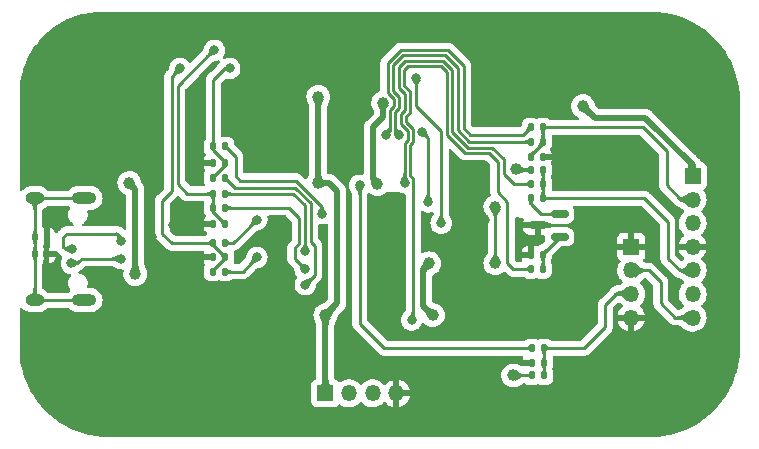
<source format=gbr>
%TF.GenerationSoftware,KiCad,Pcbnew,(6.0.8)*%
%TF.CreationDate,2022-11-06T21:15:53+08:00*%
%TF.ProjectId,JLinkV9-mini,4a4c696e-6b56-4392-9d6d-696e692e6b69,hinsshum*%
%TF.SameCoordinates,Original*%
%TF.FileFunction,Copper,L2,Bot*%
%TF.FilePolarity,Positive*%
%FSLAX46Y46*%
G04 Gerber Fmt 4.6, Leading zero omitted, Abs format (unit mm)*
G04 Created by KiCad (PCBNEW (6.0.8)) date 2022-11-06 21:15:53*
%MOMM*%
%LPD*%
G01*
G04 APERTURE LIST*
G04 Aperture macros list*
%AMRoundRect*
0 Rectangle with rounded corners*
0 $1 Rounding radius*
0 $2 $3 $4 $5 $6 $7 $8 $9 X,Y pos of 4 corners*
0 Add a 4 corners polygon primitive as box body*
4,1,4,$2,$3,$4,$5,$6,$7,$8,$9,$2,$3,0*
0 Add four circle primitives for the rounded corners*
1,1,$1+$1,$2,$3*
1,1,$1+$1,$4,$5*
1,1,$1+$1,$6,$7*
1,1,$1+$1,$8,$9*
0 Add four rect primitives between the rounded corners*
20,1,$1+$1,$2,$3,$4,$5,0*
20,1,$1+$1,$4,$5,$6,$7,0*
20,1,$1+$1,$6,$7,$8,$9,0*
20,1,$1+$1,$8,$9,$2,$3,0*%
G04 Aperture macros list end*
%TA.AperFunction,ComponentPad*%
%ADD10R,1.350000X1.350000*%
%TD*%
%TA.AperFunction,ComponentPad*%
%ADD11O,1.350000X1.350000*%
%TD*%
%TA.AperFunction,ComponentPad*%
%ADD12O,1.600000X1.000000*%
%TD*%
%TA.AperFunction,ComponentPad*%
%ADD13O,2.100000X1.000000*%
%TD*%
%TA.AperFunction,SMDPad,CuDef*%
%ADD14RoundRect,0.135000X0.135000X0.185000X-0.135000X0.185000X-0.135000X-0.185000X0.135000X-0.185000X0*%
%TD*%
%TA.AperFunction,SMDPad,CuDef*%
%ADD15RoundRect,0.150000X0.587500X0.150000X-0.587500X0.150000X-0.587500X-0.150000X0.587500X-0.150000X0*%
%TD*%
%TA.AperFunction,SMDPad,CuDef*%
%ADD16RoundRect,0.135000X-0.135000X-0.185000X0.135000X-0.185000X0.135000X0.185000X-0.135000X0.185000X0*%
%TD*%
%TA.AperFunction,SMDPad,CuDef*%
%ADD17RoundRect,0.140000X-0.140000X-0.170000X0.140000X-0.170000X0.140000X0.170000X-0.140000X0.170000X0*%
%TD*%
%TA.AperFunction,ViaPad*%
%ADD18C,1.000000*%
%TD*%
%TA.AperFunction,ViaPad*%
%ADD19C,0.800000*%
%TD*%
%TA.AperFunction,Conductor*%
%ADD20C,0.250000*%
%TD*%
%TA.AperFunction,Conductor*%
%ADD21C,0.500000*%
%TD*%
G04 APERTURE END LIST*
D10*
%TO.P,J2,1,Pin_1*%
%TO.N,+3.3V*%
X99400000Y-97800000D03*
D11*
%TO.P,J2,2,Pin_2*%
%TO.N,/SWDIO*%
X101400000Y-97800000D03*
%TO.P,J2,3,Pin_3*%
%TO.N,/SWDCLK*%
X103400000Y-97800000D03*
%TO.P,J2,4,Pin_4*%
%TO.N,GND*%
X105400000Y-97800000D03*
%TD*%
D10*
%TO.P,J4,1,Pin_1*%
%TO.N,+3.3V*%
X130500000Y-79400000D03*
D11*
%TO.P,J4,2,Pin_2*%
%TO.N,/TMS_SWDIO*%
X130500000Y-81400000D03*
%TO.P,J4,3,Pin_3*%
%TO.N,/TCK_SWDCLK*%
X130500000Y-83400000D03*
%TO.P,J4,4,Pin_4*%
%TO.N,GND*%
X130500000Y-85400000D03*
%TO.P,J4,5,Pin_5*%
%TO.N,/RST*%
X130500000Y-87400000D03*
%TO.P,J4,6,Pin_6*%
%TO.N,/TDO*%
X130500000Y-89400000D03*
%TO.P,J4,7,Pin_7*%
%TO.N,/TDI_TX*%
X130500000Y-91400000D03*
%TD*%
D10*
%TO.P,J3,1,Pin_1*%
%TO.N,GND*%
X125300000Y-85400000D03*
D11*
%TO.P,J3,2,Pin_2*%
%TO.N,/TDI_TX*%
X125300000Y-87400000D03*
%TO.P,J3,3,Pin_3*%
%TO.N,/RX*%
X125300000Y-89400000D03*
%TO.P,J3,4,Pin_4*%
%TO.N,GND*%
X125300000Y-91400000D03*
%TD*%
D12*
%TO.P,J1,S1,SHIELD*%
%TO.N,Net-(C1-Pad1)*%
X74790000Y-89920000D03*
D13*
X78970000Y-89920000D03*
D12*
X74790000Y-81280000D03*
D13*
X78970000Y-81280000D03*
%TD*%
D14*
%TO.P,R14,1*%
%TO.N,/TMS_SWDIO*%
X117810000Y-76500000D03*
%TO.P,R14,2*%
%TO.N,/PA6*%
X116790000Y-76500000D03*
%TD*%
%TO.P,R21,1*%
%TO.N,/RST*%
X117810000Y-81300000D03*
%TO.P,R21,2*%
%TO.N,Net-(Q1-Pad1)*%
X116790000Y-81300000D03*
%TD*%
%TO.P,R10,1*%
%TO.N,Net-(Q1-Pad2)*%
X117810000Y-87300000D03*
%TO.P,R10,2*%
%TO.N,/PB8*%
X116790000Y-87300000D03*
%TD*%
D15*
%TO.P,Q1,1,D*%
%TO.N,Net-(Q1-Pad1)*%
X119237500Y-82650000D03*
%TO.P,Q1,2,G*%
%TO.N,Net-(Q1-Pad2)*%
X119237500Y-84550000D03*
%TO.P,Q1,3,S*%
%TO.N,GND*%
X117362500Y-83600000D03*
%TD*%
D16*
%TO.P,R18,1*%
%TO.N,/TDI_TX*%
X89890000Y-79600000D03*
%TO.P,R18,2*%
%TO.N,/PA8*%
X90910000Y-79600000D03*
%TD*%
%TO.P,R27,1*%
%TO.N,GND*%
X89890000Y-86300000D03*
%TO.P,R27,2*%
%TO.N,/TDO*%
X90910000Y-86300000D03*
%TD*%
%TO.P,R19,1*%
%TO.N,/TDI_TX*%
X89890000Y-76900000D03*
%TO.P,R19,2*%
%TO.N,/PB14*%
X90910000Y-76900000D03*
%TD*%
D14*
%TO.P,R11,1*%
%TO.N,/RX*%
X117910000Y-94000000D03*
%TO.P,R11,2*%
%TO.N,/PB2*%
X116890000Y-94000000D03*
%TD*%
D16*
%TO.P,R16,1*%
%TO.N,/TDO*%
X89890000Y-85100000D03*
%TO.P,R16,2*%
%TO.N,/PB15*%
X90910000Y-85100000D03*
%TD*%
%TO.P,R31,1*%
%TO.N,GND*%
X116890000Y-95200000D03*
%TO.P,R31,2*%
%TO.N,/RX*%
X117910000Y-95200000D03*
%TD*%
%TO.P,R28,1*%
%TO.N,GND*%
X89880000Y-78300000D03*
%TO.P,R28,2*%
%TO.N,/TDI_TX*%
X90900000Y-78300000D03*
%TD*%
D17*
%TO.P,C1,1*%
%TO.N,Net-(C1-Pad1)*%
X74820000Y-86000000D03*
%TO.P,C1,2*%
%TO.N,GND*%
X75780000Y-86000000D03*
%TD*%
D16*
%TO.P,R29,1*%
%TO.N,+3.3V*%
X116790000Y-78900000D03*
%TO.P,R29,2*%
%TO.N,/RST*%
X117810000Y-78900000D03*
%TD*%
D14*
%TO.P,R15,1*%
%TO.N,/TMS_SWDIO*%
X117810000Y-75300000D03*
%TO.P,R15,2*%
%TO.N,/PA7*%
X116790000Y-75300000D03*
%TD*%
%TO.P,R1,1*%
%TO.N,GND*%
X75810000Y-84600000D03*
%TO.P,R1,2*%
%TO.N,Net-(C1-Pad1)*%
X74790000Y-84600000D03*
%TD*%
D16*
%TO.P,R13,1*%
%TO.N,/TCK_SWDCLK*%
X89890000Y-80900000D03*
%TO.P,R13,2*%
%TO.N,/PA5_PB13_PC6*%
X90910000Y-80900000D03*
%TD*%
%TO.P,R12,1*%
%TO.N,/TCK_SWDCLK*%
X89890000Y-82100000D03*
%TO.P,R12,2*%
%TO.N,/PC9*%
X90910000Y-82100000D03*
%TD*%
%TO.P,R17,1*%
%TO.N,/TDO*%
X89890000Y-87500000D03*
%TO.P,R17,2*%
%TO.N,/PC7*%
X90910000Y-87500000D03*
%TD*%
%TO.P,R22,1*%
%TO.N,GND*%
X116790000Y-86100000D03*
%TO.P,R22,2*%
%TO.N,Net-(Q1-Pad2)*%
X117810000Y-86100000D03*
%TD*%
D14*
%TO.P,R26,1*%
%TO.N,GND*%
X117810000Y-77800000D03*
%TO.P,R26,2*%
%TO.N,/TMS_SWDIO*%
X116790000Y-77800000D03*
%TD*%
D16*
%TO.P,R25,1*%
%TO.N,GND*%
X89890000Y-83500000D03*
%TO.P,R25,2*%
%TO.N,/TCK_SWDCLK*%
X90910000Y-83500000D03*
%TD*%
D14*
%TO.P,R20,1*%
%TO.N,/RST*%
X117810000Y-80100000D03*
%TO.P,R20,2*%
%TO.N,/PC5*%
X116790000Y-80100000D03*
%TD*%
D16*
%TO.P,R30,1*%
%TO.N,+3.3V*%
X116890000Y-96300000D03*
%TO.P,R30,2*%
%TO.N,/RX*%
X117910000Y-96300000D03*
%TD*%
D18*
%TO.N,GND*%
X77000000Y-72900000D03*
X122300000Y-89000000D03*
X124500000Y-76700000D03*
X132200000Y-75700000D03*
X95300000Y-75700000D03*
X85800000Y-68200000D03*
X83472422Y-92570335D03*
X104300000Y-87800000D03*
X133600000Y-80600000D03*
X76700000Y-82900000D03*
X81100000Y-79600000D03*
X133586409Y-85400000D03*
X83500000Y-99100000D03*
X107500000Y-67000000D03*
X77500000Y-95600000D03*
X94100000Y-99400000D03*
X88200000Y-95600000D03*
X126900000Y-99500000D03*
X83400000Y-96000000D03*
X82000000Y-72700000D03*
X133375719Y-91486789D03*
X86600000Y-83600000D03*
X112800000Y-83100000D03*
X93000000Y-91800000D03*
X95400000Y-77600000D03*
X108900000Y-89000000D03*
X130300000Y-95100000D03*
X82100000Y-68300000D03*
X93200000Y-72300000D03*
X117200000Y-99500000D03*
X77100000Y-68300000D03*
X112900000Y-95400000D03*
X85300000Y-87600000D03*
X109000000Y-99700000D03*
X104200000Y-84400000D03*
X76900000Y-76200000D03*
X89000000Y-99300000D03*
X84600000Y-84600000D03*
X82600000Y-89400000D03*
X130400000Y-97700000D03*
X88200000Y-72800000D03*
X77500000Y-98600000D03*
X77500000Y-92600000D03*
X130185279Y-68672133D03*
X127200000Y-72300000D03*
X76500000Y-88400000D03*
X122500000Y-95000000D03*
X132100000Y-72500000D03*
X124887945Y-69785777D03*
X93200000Y-75800000D03*
X126100000Y-67300000D03*
X113100000Y-92400000D03*
X97100000Y-67100000D03*
X114700000Y-73900000D03*
X112600000Y-78900000D03*
X125500000Y-94900000D03*
X94300000Y-94900000D03*
X122600000Y-99500000D03*
%TO.N,+3.3V*%
X98800000Y-72700000D03*
X113800000Y-82000000D03*
X121200000Y-73500000D03*
X108500000Y-91200000D03*
X115300000Y-96300000D03*
X113800000Y-86800000D03*
X103800000Y-80100000D03*
X98800000Y-80000000D03*
X104300000Y-73200000D03*
X99400000Y-91200000D03*
X115500000Y-78800000D03*
X108200000Y-86800000D03*
D19*
%TO.N,/USB_DM*%
X77924500Y-85599500D03*
X82100000Y-84900000D03*
%TO.N,/USB_DP*%
X77900000Y-86800000D03*
X82100000Y-86400000D03*
%TO.N,/TCK_SWDCLK*%
X90000000Y-68775500D03*
D18*
%TO.N,VCC*%
X82800000Y-80000000D03*
X83300000Y-87700000D03*
D19*
%TO.N,/TDI_TX*%
X91300000Y-70300000D03*
%TO.N,/TDO*%
X87100000Y-70300000D03*
%TO.N,/PC3*%
X109200000Y-83400000D03*
X107100000Y-71100000D03*
%TO.N,/PB8*%
X106700000Y-91600000D03*
%TO.N,/PB2*%
X102300000Y-80200000D03*
%TO.N,/PC9*%
X97700000Y-87300000D03*
%TO.N,/PA5_PB13_PC6*%
X107600000Y-75700000D03*
X108100000Y-81600000D03*
X97700000Y-85800000D03*
%TO.N,/PA6*%
X105649003Y-75900000D03*
%TO.N,/PA7*%
X104500000Y-75900000D03*
%TO.N,/PB15*%
X93600000Y-83100000D03*
%TO.N,/PC7*%
X93600000Y-86300000D03*
%TO.N,/PA8*%
X97700000Y-88600000D03*
%TO.N,/PB14*%
X99100000Y-82600000D03*
%TO.N,/PC5*%
X106100000Y-79975500D03*
%TD*%
D20*
%TO.N,Net-(C1-Pad1)*%
X74820000Y-86000000D02*
X74790000Y-86030000D01*
X74790000Y-86030000D02*
X74790000Y-89920000D01*
X74790000Y-89920000D02*
X78970000Y-89920000D01*
X74790000Y-85970000D02*
X74820000Y-86000000D01*
X74790000Y-81280000D02*
X78970000Y-81280000D01*
X74790000Y-81280000D02*
X74790000Y-84600000D01*
X74790000Y-84600000D02*
X74790000Y-85970000D01*
%TO.N,GND*%
X112600000Y-78900000D02*
X112600000Y-82900000D01*
X112600000Y-82900000D02*
X112800000Y-83100000D01*
D21*
%TO.N,+3.3V*%
X99400000Y-91200000D02*
X99400000Y-97800000D01*
X104300000Y-73200000D02*
X104300000Y-74400000D01*
X103400000Y-79700000D02*
X103800000Y-80100000D01*
X121200000Y-73500000D02*
X122200000Y-74500000D01*
D20*
X116890000Y-96300000D02*
X115300000Y-96300000D01*
D21*
X107700000Y-90400000D02*
X108500000Y-91200000D01*
D20*
X116790000Y-78900000D02*
X115600000Y-78900000D01*
D21*
X126500000Y-74500000D02*
X130500000Y-78500000D01*
X108200000Y-86800000D02*
X107700000Y-87300000D01*
D20*
X115600000Y-78900000D02*
X115500000Y-78800000D01*
D21*
X103400000Y-75300000D02*
X103400000Y-79700000D01*
X104300000Y-74400000D02*
X103400000Y-75300000D01*
X130500000Y-78500000D02*
X130500000Y-79400000D01*
X107700000Y-87300000D02*
X107700000Y-90400000D01*
X98800000Y-72700000D02*
X98800000Y-80000000D01*
X100400000Y-90200000D02*
X99400000Y-91200000D01*
X99700000Y-80000000D02*
X100400000Y-80700000D01*
D20*
X113800000Y-82000000D02*
X113800000Y-86800000D01*
D21*
X122200000Y-74500000D02*
X126500000Y-74500000D01*
X98800000Y-80000000D02*
X99700000Y-80000000D01*
X100400000Y-80700000D02*
X100400000Y-90200000D01*
D20*
%TO.N,/USB_DM*%
X77200000Y-84600000D02*
X77500000Y-84300000D01*
X81800000Y-84300000D02*
X82100000Y-84600000D01*
X77399500Y-85599500D02*
X77200000Y-85400000D01*
X77500000Y-84300000D02*
X81800000Y-84300000D01*
X82100000Y-84600000D02*
X82100000Y-84900000D01*
X77924500Y-85599500D02*
X77399500Y-85599500D01*
X77200000Y-85400000D02*
X77200000Y-84600000D01*
%TO.N,/USB_DP*%
X77900000Y-86800000D02*
X78400000Y-86800000D01*
X78800000Y-86400000D02*
X82100000Y-86400000D01*
X78400000Y-86800000D02*
X78800000Y-86400000D01*
%TO.N,/TMS_SWDIO*%
X129500000Y-81400000D02*
X130500000Y-81400000D01*
X128300000Y-80200000D02*
X129500000Y-81400000D01*
X128300000Y-77300000D02*
X128300000Y-80200000D01*
X117810000Y-76590000D02*
X117810000Y-76500000D01*
X126300000Y-75300000D02*
X128300000Y-77300000D01*
X117810000Y-75300000D02*
X126300000Y-75300000D01*
X117810000Y-75300000D02*
X117810000Y-76500000D01*
X116790000Y-77800000D02*
X116790000Y-77610000D01*
X116790000Y-77610000D02*
X117810000Y-76590000D01*
%TO.N,/TCK_SWDCLK*%
X87700000Y-80900000D02*
X86900000Y-80100000D01*
X90910000Y-83500000D02*
X90900000Y-83500000D01*
X89890000Y-80900000D02*
X87700000Y-80900000D01*
X89924500Y-68775500D02*
X90000000Y-68775500D01*
X90900000Y-83500000D02*
X89890000Y-82490000D01*
X89890000Y-80900000D02*
X89890000Y-82100000D01*
X86900000Y-71800000D02*
X89924500Y-68775500D01*
X86900000Y-80100000D02*
X86900000Y-71800000D01*
X89890000Y-82490000D02*
X89890000Y-82100000D01*
D21*
%TO.N,VCC*%
X82800000Y-80000000D02*
X83300000Y-80500000D01*
X83300000Y-80500000D02*
X83300000Y-87700000D01*
D20*
%TO.N,/TDI_TX*%
X127800000Y-90200000D02*
X127800000Y-88400000D01*
X89890000Y-71310000D02*
X90900000Y-70300000D01*
X90900000Y-70300000D02*
X91300000Y-70300000D01*
X89890000Y-79600000D02*
X89890000Y-79510000D01*
X89890000Y-79510000D02*
X90900000Y-78500000D01*
X89890000Y-76900000D02*
X89890000Y-71310000D01*
X126800000Y-87400000D02*
X125300000Y-87400000D01*
X89890000Y-77190000D02*
X90900000Y-78200000D01*
X130500000Y-91400000D02*
X129000000Y-91400000D01*
X90900000Y-78200000D02*
X90900000Y-78300000D01*
X129000000Y-91400000D02*
X127800000Y-90200000D01*
X127800000Y-88400000D02*
X126800000Y-87400000D01*
X90900000Y-78500000D02*
X90900000Y-78300000D01*
X89890000Y-76900000D02*
X89890000Y-77190000D01*
%TO.N,/RX*%
X123100000Y-90300000D02*
X124000000Y-89400000D01*
X121300000Y-94000000D02*
X123100000Y-92200000D01*
X124000000Y-89400000D02*
X125300000Y-89400000D01*
X123100000Y-92200000D02*
X123100000Y-90300000D01*
X117910000Y-94000000D02*
X121300000Y-94000000D01*
X117910000Y-95200000D02*
X117910000Y-96300000D01*
X117910000Y-94000000D02*
X117910000Y-95200000D01*
%TO.N,/RST*%
X128400000Y-83300000D02*
X128400000Y-86400000D01*
X128400000Y-86400000D02*
X129400000Y-87400000D01*
X126400000Y-81300000D02*
X128400000Y-83300000D01*
X117810000Y-81300000D02*
X126400000Y-81300000D01*
X129400000Y-87400000D02*
X130500000Y-87400000D01*
X117810000Y-78900000D02*
X117810000Y-80100000D01*
X117810000Y-80100000D02*
X117810000Y-81300000D01*
%TO.N,/TDO*%
X90910000Y-86390000D02*
X90910000Y-86300000D01*
X86400000Y-80700000D02*
X85600000Y-81500000D01*
X86400000Y-71000000D02*
X86400000Y-80700000D01*
X85600000Y-81500000D02*
X85600000Y-84300000D01*
X90900000Y-86300000D02*
X90910000Y-86300000D01*
X86400000Y-85100000D02*
X89890000Y-85100000D01*
X89890000Y-85100000D02*
X89890000Y-85290000D01*
X87100000Y-70300000D02*
X86400000Y-71000000D01*
X85600000Y-84300000D02*
X86400000Y-85100000D01*
X89890000Y-87410000D02*
X90910000Y-86390000D01*
X89890000Y-85290000D02*
X90900000Y-86300000D01*
X89890000Y-87500000D02*
X89890000Y-87410000D01*
%TO.N,Net-(Q1-Pad1)*%
X117650000Y-82650000D02*
X119237500Y-82650000D01*
X116790000Y-81300000D02*
X116790000Y-81790000D01*
X116790000Y-81790000D02*
X117650000Y-82650000D01*
%TO.N,Net-(Q1-Pad2)*%
X117810000Y-86100000D02*
X117810000Y-85977500D01*
X117810000Y-85977500D02*
X119237500Y-84550000D01*
X117810000Y-86100000D02*
X117810000Y-87300000D01*
%TO.N,/PC3*%
X109200000Y-83400000D02*
X109200000Y-75600000D01*
X109200000Y-75600000D02*
X107100000Y-73500000D01*
X107100000Y-73500000D02*
X107100000Y-71100000D01*
%TO.N,/PB8*%
X106255352Y-74342440D02*
X106550000Y-74047792D01*
X115300000Y-87300000D02*
X116790000Y-87300000D01*
X109190812Y-70100000D02*
X109700000Y-70609188D01*
X106824003Y-76525997D02*
X106824003Y-75413299D01*
X106550000Y-76800000D02*
X106824003Y-76525997D01*
X106550000Y-72250000D02*
X106050000Y-71750000D01*
X111250000Y-77450000D02*
X113250000Y-77450000D01*
X106400000Y-70100000D02*
X109190812Y-70100000D01*
X106050000Y-70450000D02*
X106400000Y-70100000D01*
X114800000Y-86800000D02*
X115300000Y-87300000D01*
X106825000Y-79625000D02*
X106550000Y-79350000D01*
X114000000Y-80800000D02*
X114800000Y-81600000D01*
X106824003Y-75413299D02*
X106255352Y-74844648D01*
X106050000Y-71750000D02*
X106050000Y-70450000D01*
X106550000Y-74047792D02*
X106550000Y-72250000D01*
X106825000Y-91475000D02*
X106825000Y-79625000D01*
X109700000Y-75900000D02*
X111250000Y-77450000D01*
X114800000Y-81600000D02*
X114800000Y-86800000D01*
X106550000Y-79350000D02*
X106550000Y-76800000D01*
X114000000Y-78200000D02*
X114000000Y-80800000D01*
X113250000Y-77450000D02*
X114000000Y-78200000D01*
X106700000Y-91600000D02*
X106825000Y-91475000D01*
X106255352Y-74844648D02*
X106255352Y-74342440D01*
X109700000Y-70609188D02*
X109700000Y-75900000D01*
%TO.N,/PB2*%
X104400000Y-94000000D02*
X116890000Y-94000000D01*
X102300000Y-80200000D02*
X102300000Y-91900000D01*
X102300000Y-91900000D02*
X104400000Y-94000000D01*
%TO.N,/PC9*%
X97200000Y-83000000D02*
X96300000Y-82100000D01*
X97700000Y-87300000D02*
X96800000Y-86400000D01*
X90910000Y-82100000D02*
X96300000Y-82100000D01*
X96800000Y-86400000D02*
X96800000Y-85500000D01*
X96800000Y-85500000D02*
X97200000Y-85100000D01*
X97200000Y-85100000D02*
X97200000Y-83000000D01*
%TO.N,/PA5_PB13_PC6*%
X108100000Y-76200000D02*
X107600000Y-75700000D01*
X96700000Y-80900000D02*
X97700000Y-81900000D01*
X90910000Y-80900000D02*
X96700000Y-80900000D01*
X108100000Y-81600000D02*
X108100000Y-76200000D01*
X97700000Y-81900000D02*
X97700000Y-85800000D01*
%TO.N,/PA6*%
X105650000Y-72713604D02*
X105150000Y-72213604D01*
X110600000Y-70236396D02*
X110600000Y-75500000D01*
X105963604Y-69200000D02*
X109563604Y-69200000D01*
X105325000Y-75575997D02*
X105325000Y-74000000D01*
X109563604Y-69200000D02*
X110600000Y-70236396D01*
X105649003Y-75900000D02*
X105325000Y-75575997D01*
X105650000Y-73675000D02*
X105650000Y-72713604D01*
X111600000Y-76500000D02*
X116790000Y-76500000D01*
X110600000Y-75500000D02*
X111600000Y-76500000D01*
X105150000Y-72213604D02*
X105150000Y-70013604D01*
X105150000Y-70013604D02*
X105963604Y-69200000D01*
X105325000Y-74000000D02*
X105650000Y-73675000D01*
%TO.N,/PA7*%
X105777208Y-68750000D02*
X109750000Y-68750000D01*
X105200000Y-73466727D02*
X105200000Y-72900000D01*
X111100000Y-75363604D02*
X111668198Y-75931802D01*
X111668198Y-75931802D02*
X116158198Y-75931802D01*
X104700000Y-69827208D02*
X105777208Y-68750000D01*
X116158198Y-75931802D02*
X116790000Y-75300000D01*
X111100000Y-70100000D02*
X111100000Y-75363604D01*
X104875000Y-73791727D02*
X105200000Y-73466727D01*
X109750000Y-68750000D02*
X111100000Y-70100000D01*
X105200000Y-72900000D02*
X104700000Y-72400000D01*
X104875000Y-75525000D02*
X104875000Y-73791727D01*
X104700000Y-72400000D02*
X104700000Y-69827208D01*
X104500000Y-75900000D02*
X104875000Y-75525000D01*
%TO.N,/PB15*%
X91600000Y-85100000D02*
X90910000Y-85100000D01*
X93600000Y-83100000D02*
X91600000Y-85100000D01*
%TO.N,/PC7*%
X90910000Y-87500000D02*
X92400000Y-87500000D01*
X92400000Y-87500000D02*
X93600000Y-86300000D01*
%TO.N,/PA8*%
X98500000Y-85350000D02*
X98150000Y-85000000D01*
X98150000Y-81713604D02*
X96836396Y-80400000D01*
X96836396Y-80400000D02*
X91710000Y-80400000D01*
X97700000Y-88600000D02*
X98500000Y-87800000D01*
X98150000Y-85000000D02*
X98150000Y-81713604D01*
X91710000Y-80400000D02*
X90910000Y-79600000D01*
X98500000Y-87800000D02*
X98500000Y-85350000D01*
%TO.N,/PB14*%
X99100000Y-82600000D02*
X99100000Y-82000000D01*
X92200000Y-79800000D02*
X91800000Y-79400000D01*
X91800000Y-77790000D02*
X90910000Y-76900000D01*
X96900000Y-79800000D02*
X92200000Y-79800000D01*
X91800000Y-79400000D02*
X91800000Y-77790000D01*
X99100000Y-82000000D02*
X96900000Y-79800000D01*
%TO.N,/PC5*%
X106374003Y-76325997D02*
X106374003Y-75599695D01*
X110150000Y-70422792D02*
X110150000Y-75686396D01*
X105775000Y-74186396D02*
X106100000Y-73861396D01*
X106374003Y-75599695D02*
X105775000Y-75000692D01*
X114500000Y-79200000D02*
X115400000Y-80100000D01*
X114500000Y-78000000D02*
X114500000Y-79200000D01*
X106100000Y-72500000D02*
X105600000Y-72000000D01*
X115400000Y-80100000D02*
X116790000Y-80100000D01*
X111463604Y-77000000D02*
X113500000Y-77000000D01*
X105775000Y-75000692D02*
X105775000Y-74186396D01*
X110150000Y-75686396D02*
X111463604Y-77000000D01*
X105600000Y-72000000D02*
X105600000Y-70200000D01*
X109377208Y-69650000D02*
X110150000Y-70422792D01*
X106100000Y-79975500D02*
X106100000Y-76600000D01*
X106100000Y-73861396D02*
X106100000Y-72500000D01*
X106100000Y-76600000D02*
X106374003Y-76325997D01*
X113500000Y-77000000D02*
X114500000Y-78000000D01*
X106150000Y-69650000D02*
X109377208Y-69650000D01*
X105600000Y-70200000D02*
X106150000Y-69650000D01*
%TD*%
%TA.AperFunction,Conductor*%
%TO.N,/PA6*%
G36*
X105447418Y-75237634D02*
G01*
X105450812Y-75245031D01*
X105454472Y-75293848D01*
X105467370Y-75342384D01*
X105487914Y-75381407D01*
X105488371Y-75381926D01*
X105488374Y-75381930D01*
X105507870Y-75404056D01*
X105515323Y-75412514D01*
X105548817Y-75437297D01*
X105572769Y-75449677D01*
X105587359Y-75457218D01*
X105587364Y-75457220D01*
X105587617Y-75457351D01*
X105630943Y-75474269D01*
X105678014Y-75489646D01*
X105678066Y-75489662D01*
X105727953Y-75505046D01*
X105728142Y-75505106D01*
X105772374Y-75519571D01*
X105779172Y-75525399D01*
X105780435Y-75530462D01*
X105790122Y-76025965D01*
X105786857Y-76034304D01*
X105778653Y-76037892D01*
X105775467Y-76037514D01*
X105257590Y-75902243D01*
X105250452Y-75896837D01*
X105248849Y-75891127D01*
X105247632Y-75821166D01*
X105247632Y-75821162D01*
X105247630Y-75821055D01*
X105243906Y-75753268D01*
X105238418Y-75693483D01*
X105231753Y-75638548D01*
X105224501Y-75585310D01*
X105217269Y-75530765D01*
X105217240Y-75530534D01*
X105210603Y-75471478D01*
X105210569Y-75471125D01*
X105205113Y-75404452D01*
X105205087Y-75404056D01*
X105201381Y-75326451D01*
X105201369Y-75326067D01*
X105200501Y-75267821D01*
X105200500Y-75267647D01*
X105200500Y-75245907D01*
X105203927Y-75237634D01*
X105212200Y-75234207D01*
X105439145Y-75234207D01*
X105447418Y-75237634D01*
G37*
%TD.AperFunction*%
%TD*%
%TA.AperFunction,Conductor*%
%TO.N,/PA7*%
G36*
X104996073Y-75258758D02*
G01*
X104999500Y-75267031D01*
X104999500Y-75271192D01*
X104999494Y-75271557D01*
X104998080Y-75316917D01*
X104997213Y-75344706D01*
X104997161Y-75345509D01*
X104989640Y-75420473D01*
X104989527Y-75421295D01*
X104979441Y-75479720D01*
X104978464Y-75485377D01*
X104978319Y-75486087D01*
X104967711Y-75530659D01*
X104964855Y-75542659D01*
X104964735Y-75543119D01*
X104950000Y-75595457D01*
X104935200Y-75646601D01*
X104921599Y-75699475D01*
X104910400Y-75757231D01*
X104902800Y-75823021D01*
X104902792Y-75823252D01*
X104900316Y-75891304D01*
X104896591Y-75899447D01*
X104891581Y-75902199D01*
X104373536Y-76037514D01*
X104364665Y-76036289D01*
X104359259Y-76029151D01*
X104358881Y-76025965D01*
X104368564Y-75530659D01*
X104372152Y-75522455D01*
X104376872Y-75519690D01*
X104424723Y-75505206D01*
X104425361Y-75505032D01*
X104480421Y-75491705D01*
X104480615Y-75491660D01*
X104508661Y-75485377D01*
X104533914Y-75479720D01*
X104534003Y-75479698D01*
X104534018Y-75479694D01*
X104583843Y-75467114D01*
X104583847Y-75467113D01*
X104584076Y-75467055D01*
X104601355Y-75461187D01*
X104629390Y-75451666D01*
X104629395Y-75451664D01*
X104629798Y-75451527D01*
X104669886Y-75430977D01*
X104703144Y-75403244D01*
X104728378Y-75366165D01*
X104735188Y-75345509D01*
X104744187Y-75318213D01*
X104744188Y-75318210D01*
X104744395Y-75317581D01*
X104749041Y-75265982D01*
X104753196Y-75258049D01*
X104760694Y-75255331D01*
X104987800Y-75255331D01*
X104996073Y-75258758D01*
G37*
%TD.AperFunction*%
%TD*%
%TA.AperFunction,Conductor*%
%TO.N,Net-(Q1-Pad2)*%
G36*
X119339740Y-84447437D02*
G01*
X119343328Y-84456099D01*
X119336114Y-84825099D01*
X119332526Y-84833303D01*
X119328081Y-84835981D01*
X119282946Y-84850867D01*
X119282683Y-84850951D01*
X119235493Y-84865290D01*
X119235442Y-84865305D01*
X119192802Y-84878052D01*
X119192782Y-84878058D01*
X119192733Y-84878073D01*
X119153178Y-84890846D01*
X119143322Y-84894597D01*
X119115714Y-84905104D01*
X119115702Y-84905109D01*
X119115500Y-84905186D01*
X119078367Y-84922670D01*
X119078142Y-84922802D01*
X119078134Y-84922806D01*
X119040688Y-84944735D01*
X119040451Y-84944874D01*
X119000420Y-84973376D01*
X118956945Y-85009752D01*
X118956812Y-85009878D01*
X118956809Y-85009881D01*
X118916965Y-85047727D01*
X118908606Y-85050940D01*
X118900634Y-85047517D01*
X118739982Y-84886865D01*
X118736555Y-84878592D01*
X118739771Y-84870537D01*
X118777747Y-84830554D01*
X118814123Y-84787079D01*
X118842625Y-84747048D01*
X118864829Y-84709132D01*
X118882313Y-84671999D01*
X118882390Y-84671797D01*
X118882395Y-84671785D01*
X118896598Y-84634465D01*
X118896653Y-84634321D01*
X118909426Y-84594766D01*
X118922209Y-84552006D01*
X118936548Y-84504816D01*
X118936632Y-84504553D01*
X118951519Y-84459419D01*
X118957365Y-84452636D01*
X118962401Y-84451386D01*
X119331401Y-84444172D01*
X119339740Y-84447437D01*
G37*
%TD.AperFunction*%
%TD*%
%TA.AperFunction,Conductor*%
%TO.N,/TDO*%
G36*
X89947216Y-85025199D02*
G01*
X89947217Y-85025200D01*
X89947777Y-85025536D01*
X89947780Y-85025538D01*
X90148409Y-85145825D01*
X90153743Y-85153019D01*
X90153910Y-85157923D01*
X90148668Y-85187182D01*
X90143741Y-85221369D01*
X90141163Y-85253181D01*
X90141166Y-85253440D01*
X90141166Y-85253448D01*
X90141535Y-85282762D01*
X90141541Y-85283259D01*
X90145486Y-85312244D01*
X90153606Y-85340778D01*
X90166509Y-85369503D01*
X90166709Y-85369826D01*
X90166710Y-85369828D01*
X90183298Y-85396622D01*
X90184807Y-85399060D01*
X90209106Y-85430092D01*
X90232312Y-85454977D01*
X90235448Y-85463364D01*
X90232028Y-85471229D01*
X90071478Y-85631779D01*
X90063205Y-85635206D01*
X90054967Y-85631814D01*
X90013695Y-85590893D01*
X90013673Y-85590871D01*
X90013622Y-85590821D01*
X89970813Y-85549156D01*
X89933359Y-85513389D01*
X89899808Y-85481886D01*
X89868706Y-85453013D01*
X89844153Y-85430277D01*
X89838634Y-85425166D01*
X89838601Y-85425136D01*
X89808039Y-85396622D01*
X89807971Y-85396558D01*
X89775567Y-85365837D01*
X89775479Y-85365752D01*
X89750078Y-85341162D01*
X89739732Y-85331146D01*
X89699082Y-85290918D01*
X89854662Y-84969708D01*
X89947216Y-85025199D01*
G37*
%TD.AperFunction*%
%TD*%
%TA.AperFunction,Conductor*%
%TO.N,Net-(Q1-Pad2)*%
G36*
X118040904Y-85586151D02*
G01*
X118201473Y-85746720D01*
X118204900Y-85754993D01*
X118201705Y-85763027D01*
X118174052Y-85792291D01*
X118173931Y-85792439D01*
X118145979Y-85826578D01*
X118145972Y-85826588D01*
X118145807Y-85826789D01*
X118123948Y-85859161D01*
X118107645Y-85890314D01*
X118107522Y-85890641D01*
X118107520Y-85890646D01*
X118100739Y-85908710D01*
X118096067Y-85921155D01*
X118088384Y-85952588D01*
X118083765Y-85985522D01*
X118081380Y-86020862D01*
X118080398Y-86059514D01*
X118080072Y-86093749D01*
X118080067Y-86094242D01*
X118076562Y-86102482D01*
X118072328Y-86105139D01*
X118025646Y-86121919D01*
X117979725Y-86138426D01*
X117979724Y-86138427D01*
X117977534Y-86139214D01*
X117750084Y-86220975D01*
X117699078Y-86059514D01*
X117646966Y-85894558D01*
X117647742Y-85885637D01*
X117651061Y-85881705D01*
X117689280Y-85852774D01*
X117689492Y-85852618D01*
X117729175Y-85823962D01*
X117729327Y-85823854D01*
X117765517Y-85798587D01*
X117765562Y-85798556D01*
X117799501Y-85775095D01*
X117799524Y-85775079D01*
X117832640Y-85751701D01*
X117832646Y-85751697D01*
X117866184Y-85726810D01*
X117866233Y-85726774D01*
X117901672Y-85698618D01*
X117901746Y-85698555D01*
X117940251Y-85665617D01*
X117940266Y-85665603D01*
X117940324Y-85665554D01*
X117956401Y-85650809D01*
X117983524Y-85625933D01*
X117983542Y-85625916D01*
X117983556Y-85625903D01*
X118024467Y-85586044D01*
X118032783Y-85582725D01*
X118040904Y-85586151D01*
G37*
%TD.AperFunction*%
%TD*%
%TA.AperFunction,Conductor*%
%TO.N,/PB2*%
G36*
X102308433Y-80008769D02*
G01*
X102654174Y-80368297D01*
X102657439Y-80376635D01*
X102656119Y-80381809D01*
X102623736Y-80444005D01*
X102623443Y-80444534D01*
X102588513Y-80503921D01*
X102588320Y-80504236D01*
X102555118Y-80556809D01*
X102555115Y-80556811D01*
X102555116Y-80556812D01*
X102524261Y-80605640D01*
X102496476Y-80653647D01*
X102472374Y-80703935D01*
X102452564Y-80759610D01*
X102437658Y-80823777D01*
X102428266Y-80899538D01*
X102428257Y-80899799D01*
X102425407Y-80978722D01*
X102421684Y-80986866D01*
X102413715Y-80990000D01*
X102186285Y-80990000D01*
X102178012Y-80986573D01*
X102174593Y-80978722D01*
X102171742Y-80899799D01*
X102171733Y-80899538D01*
X102162341Y-80823777D01*
X102147435Y-80759610D01*
X102127625Y-80703935D01*
X102103523Y-80653647D01*
X102075738Y-80605640D01*
X102044883Y-80556812D01*
X102011666Y-80504214D01*
X102011486Y-80503921D01*
X101976556Y-80444534D01*
X101976263Y-80444005D01*
X101943881Y-80381810D01*
X101943100Y-80372889D01*
X101945826Y-80368297D01*
X102291567Y-80008769D01*
X102299771Y-80005181D01*
X102308433Y-80008769D01*
G37*
%TD.AperFunction*%
%TD*%
%TA.AperFunction,Conductor*%
%TO.N,/USB_DM*%
G36*
X77756266Y-85245387D02*
G01*
X78078613Y-85555372D01*
X78113358Y-85588785D01*
X78116946Y-85596989D01*
X78113681Y-85605328D01*
X78111162Y-85607313D01*
X78051635Y-85642183D01*
X77651804Y-85876399D01*
X77649178Y-85877937D01*
X77640307Y-85879162D01*
X77635285Y-85876399D01*
X77614459Y-85856980D01*
X77585227Y-85829722D01*
X77533433Y-85788271D01*
X77484864Y-85754944D01*
X77438109Y-85726698D01*
X77438052Y-85726666D01*
X77438027Y-85726651D01*
X77391828Y-85700527D01*
X77391757Y-85700487D01*
X77344581Y-85673374D01*
X77344214Y-85673154D01*
X77294912Y-85642183D01*
X77294327Y-85641790D01*
X77246153Y-85607313D01*
X77241329Y-85603860D01*
X77240716Y-85603390D01*
X77182460Y-85555372D01*
X77181880Y-85554861D01*
X77125434Y-85501699D01*
X77121761Y-85493532D01*
X77125183Y-85484909D01*
X77285865Y-85324227D01*
X77294138Y-85320800D01*
X77301644Y-85323526D01*
X77341206Y-85356620D01*
X77386716Y-85379798D01*
X77387507Y-85379955D01*
X77429845Y-85388356D01*
X77429846Y-85388356D01*
X77430637Y-85388513D01*
X77431441Y-85388449D01*
X77472994Y-85385138D01*
X77472997Y-85385138D01*
X77473643Y-85385086D01*
X77516406Y-85371838D01*
X77530092Y-85365263D01*
X77559381Y-85351193D01*
X77559386Y-85351190D01*
X77559599Y-85351088D01*
X77603897Y-85325159D01*
X77649930Y-85296396D01*
X77650044Y-85296326D01*
X77698218Y-85267213D01*
X77698763Y-85266902D01*
X77718175Y-85256550D01*
X77742652Y-85243496D01*
X77751564Y-85242627D01*
X77756266Y-85245387D01*
G37*
%TD.AperFunction*%
%TD*%
%TA.AperFunction,Conductor*%
%TO.N,+3.3V*%
G36*
X108370690Y-86628356D02*
G01*
X108376096Y-86635494D01*
X108376474Y-86638679D01*
X108366180Y-87165270D01*
X108364252Y-87263879D01*
X108360664Y-87272083D01*
X108356043Y-87274817D01*
X108304609Y-87290857D01*
X108304192Y-87290977D01*
X108245049Y-87306906D01*
X108245039Y-87306909D01*
X108187496Y-87322351D01*
X108187479Y-87322356D01*
X108187382Y-87322382D01*
X108187268Y-87322418D01*
X108187260Y-87322420D01*
X108166552Y-87328897D01*
X108132847Y-87339440D01*
X108132620Y-87339534D01*
X108132615Y-87339536D01*
X108083235Y-87360024D01*
X108083229Y-87360027D01*
X108082841Y-87360188D01*
X108038771Y-87386729D01*
X108002045Y-87421167D01*
X107974069Y-87465604D01*
X107956251Y-87522145D01*
X107956196Y-87522770D01*
X107956195Y-87522774D01*
X107950943Y-87582223D01*
X107946801Y-87590162D01*
X107939288Y-87592893D01*
X107462439Y-87592893D01*
X107454166Y-87589466D01*
X107450761Y-87580477D01*
X107456952Y-87479444D01*
X107457153Y-87477887D01*
X107468489Y-87420656D01*
X107475846Y-87383509D01*
X107476257Y-87381984D01*
X107490828Y-87339536D01*
X107503784Y-87301790D01*
X107504291Y-87300552D01*
X107508866Y-87290977D01*
X107537815Y-87230378D01*
X107538213Y-87229619D01*
X107574943Y-87165369D01*
X107575008Y-87165256D01*
X107612000Y-87103041D01*
X107645999Y-87039354D01*
X107674000Y-86970253D01*
X107693000Y-86891786D01*
X107699365Y-86808320D01*
X107703411Y-86800333D01*
X107708074Y-86797891D01*
X108361819Y-86627131D01*
X108370690Y-86628356D01*
G37*
%TD.AperFunction*%
%TD*%
%TA.AperFunction,Conductor*%
%TO.N,/PA5_PB13_PC6*%
G36*
X91035066Y-80660659D02*
G01*
X91071533Y-80678750D01*
X91071641Y-80678804D01*
X91110293Y-80698480D01*
X91145388Y-80715986D01*
X91145403Y-80715993D01*
X91145481Y-80716032D01*
X91178913Y-80731395D01*
X91179053Y-80731450D01*
X91179060Y-80731453D01*
X91205210Y-80741727D01*
X91212327Y-80744523D01*
X91212537Y-80744588D01*
X91212546Y-80744591D01*
X91247223Y-80755296D01*
X91247463Y-80755370D01*
X91286059Y-80763888D01*
X91286269Y-80763917D01*
X91286272Y-80763918D01*
X91329680Y-80770006D01*
X91329695Y-80770008D01*
X91329855Y-80770030D01*
X91380588Y-80773749D01*
X91380753Y-80773752D01*
X91380764Y-80773753D01*
X91428546Y-80774759D01*
X91436746Y-80778359D01*
X91440000Y-80786456D01*
X91440000Y-81013544D01*
X91436573Y-81021817D01*
X91428546Y-81025241D01*
X91426494Y-81025284D01*
X91380764Y-81026246D01*
X91380753Y-81026247D01*
X91380588Y-81026250D01*
X91329855Y-81029969D01*
X91329695Y-81029991D01*
X91329680Y-81029993D01*
X91286272Y-81036081D01*
X91286269Y-81036082D01*
X91286059Y-81036111D01*
X91247463Y-81044629D01*
X91247225Y-81044702D01*
X91247223Y-81044703D01*
X91212546Y-81055408D01*
X91212537Y-81055411D01*
X91212327Y-81055476D01*
X91212121Y-81055557D01*
X91179060Y-81068546D01*
X91179053Y-81068549D01*
X91178913Y-81068604D01*
X91145481Y-81083967D01*
X91145403Y-81084006D01*
X91145388Y-81084013D01*
X91110293Y-81101519D01*
X91071640Y-81121195D01*
X91071532Y-81121249D01*
X91035065Y-81139341D01*
X91026131Y-81139948D01*
X91021755Y-81137293D01*
X91005072Y-81121249D01*
X90783769Y-80908433D01*
X90780181Y-80900229D01*
X90783769Y-80891567D01*
X91021756Y-80662707D01*
X91030095Y-80659442D01*
X91035066Y-80660659D01*
G37*
%TD.AperFunction*%
%TD*%
%TA.AperFunction,Conductor*%
%TO.N,/TCK_SWDCLK*%
G36*
X90019823Y-82100000D02*
G01*
X90021354Y-82101592D01*
X90127105Y-82211560D01*
X90130370Y-82219899D01*
X90128990Y-82225187D01*
X90116293Y-82248920D01*
X90116004Y-82249426D01*
X90103001Y-82270877D01*
X90097993Y-82279137D01*
X90097912Y-82279269D01*
X90079869Y-82308163D01*
X90063445Y-82336341D01*
X90050189Y-82364078D01*
X90046573Y-82375728D01*
X90041801Y-82391102D01*
X90041800Y-82391107D01*
X90041615Y-82391703D01*
X90039240Y-82419546D01*
X90044578Y-82447937D01*
X90059144Y-82477204D01*
X90077640Y-82499473D01*
X90080289Y-82508024D01*
X90076912Y-82515219D01*
X89916461Y-82675670D01*
X89908188Y-82679097D01*
X89899435Y-82675161D01*
X89867542Y-82639206D01*
X89866598Y-82637989D01*
X89838251Y-82596003D01*
X89837468Y-82594658D01*
X89817692Y-82554822D01*
X89817170Y-82553602D01*
X89815038Y-82547710D01*
X89803267Y-82515188D01*
X89803018Y-82514409D01*
X89792383Y-82476689D01*
X89782515Y-82439451D01*
X89770890Y-82402673D01*
X89754868Y-82365937D01*
X89731811Y-82328825D01*
X89714043Y-82308246D01*
X89704553Y-82297254D01*
X89701740Y-82288753D01*
X89703314Y-82283694D01*
X89745569Y-82211560D01*
X89890000Y-81965000D01*
X90019823Y-82100000D01*
G37*
%TD.AperFunction*%
%TD*%
%TA.AperFunction,Conductor*%
%TO.N,/TDI_TX*%
G36*
X90935884Y-70112827D02*
G01*
X90939270Y-70121117D01*
X90937580Y-70127115D01*
X90857441Y-70259575D01*
X90857086Y-70260128D01*
X90760747Y-70400646D01*
X90740303Y-70430466D01*
X90740087Y-70430771D01*
X90608990Y-70609464D01*
X90608857Y-70609641D01*
X90475027Y-70784992D01*
X90349996Y-70945380D01*
X90349978Y-70945390D01*
X90349984Y-70945395D01*
X90245337Y-71079144D01*
X90245306Y-71079185D01*
X90244579Y-71080138D01*
X90236838Y-71084639D01*
X90228181Y-71082348D01*
X90227002Y-71081317D01*
X90093585Y-70947900D01*
X90090158Y-70939627D01*
X90093630Y-70931309D01*
X90156349Y-70869269D01*
X90326588Y-70700538D01*
X90525519Y-70503250D01*
X90598739Y-70430628D01*
X90726472Y-70303939D01*
X90902780Y-70129139D01*
X90902786Y-70129134D01*
X90912524Y-70119492D01*
X90919339Y-70112745D01*
X90927628Y-70109359D01*
X90935884Y-70112827D01*
G37*
%TD.AperFunction*%
%TA.AperFunction,Conductor*%
G36*
X91023244Y-70019431D02*
G01*
X91360170Y-70145279D01*
X91366721Y-70151384D01*
X91367036Y-70160333D01*
X91360931Y-70166884D01*
X91354394Y-70167817D01*
X91199247Y-70145279D01*
X90949730Y-70109031D01*
X90942036Y-70104452D01*
X90939835Y-70095772D01*
X90943181Y-70089140D01*
X91010917Y-70022077D01*
X91019207Y-70018691D01*
X91023244Y-70019431D01*
G37*
%TD.AperFunction*%
%TD*%
%TA.AperFunction,Conductor*%
%TO.N,/RST*%
G36*
X117971608Y-81078787D02*
G01*
X118010293Y-81098480D01*
X118011111Y-81098888D01*
X118012815Y-81099738D01*
X118045388Y-81115986D01*
X118045403Y-81115993D01*
X118045481Y-81116032D01*
X118078913Y-81131395D01*
X118079053Y-81131450D01*
X118079060Y-81131453D01*
X118105210Y-81141727D01*
X118112327Y-81144523D01*
X118112537Y-81144588D01*
X118112546Y-81144591D01*
X118147223Y-81155296D01*
X118147463Y-81155370D01*
X118186059Y-81163888D01*
X118186269Y-81163917D01*
X118186272Y-81163918D01*
X118229680Y-81170006D01*
X118229695Y-81170008D01*
X118229855Y-81170030D01*
X118280588Y-81173749D01*
X118280753Y-81173752D01*
X118280764Y-81173753D01*
X118328546Y-81174759D01*
X118336746Y-81178359D01*
X118340000Y-81186456D01*
X118340000Y-81413544D01*
X118336573Y-81421817D01*
X118328546Y-81425241D01*
X118326494Y-81425284D01*
X118280764Y-81426246D01*
X118280753Y-81426247D01*
X118280588Y-81426250D01*
X118229855Y-81429969D01*
X118229695Y-81429991D01*
X118229680Y-81429993D01*
X118186272Y-81436081D01*
X118186269Y-81436082D01*
X118186059Y-81436111D01*
X118147463Y-81444629D01*
X118147225Y-81444702D01*
X118147223Y-81444703D01*
X118112546Y-81455408D01*
X118112537Y-81455411D01*
X118112327Y-81455476D01*
X118112121Y-81455557D01*
X118079060Y-81468546D01*
X118079053Y-81468549D01*
X118078913Y-81468604D01*
X118045481Y-81483967D01*
X118045403Y-81484006D01*
X118045388Y-81484013D01*
X118010293Y-81501519D01*
X117971640Y-81521195D01*
X117971532Y-81521249D01*
X117935065Y-81539341D01*
X117926131Y-81539948D01*
X117921755Y-81537293D01*
X117743832Y-81366192D01*
X117743820Y-81366180D01*
X117681250Y-81306011D01*
X117678467Y-81301844D01*
X117676995Y-81298082D01*
X117677690Y-81297414D01*
X117927690Y-81057000D01*
X117971608Y-81078787D01*
G37*
%TD.AperFunction*%
%TD*%
%TA.AperFunction,Conductor*%
%TO.N,/PC5*%
G36*
X106221073Y-79188927D02*
G01*
X106224500Y-79197200D01*
X106224500Y-79335280D01*
X106224455Y-79336300D01*
X106220736Y-79378807D01*
X106221002Y-79379800D01*
X106231782Y-79420030D01*
X106232003Y-79421026D01*
X106239412Y-79463045D01*
X106244331Y-79471564D01*
X106245912Y-79474303D01*
X106247080Y-79477123D01*
X106250446Y-79489684D01*
X106251032Y-79490521D01*
X106251033Y-79490523D01*
X106274917Y-79524632D01*
X106275465Y-79525493D01*
X106296293Y-79561568D01*
X106296296Y-79561571D01*
X106296806Y-79562455D01*
X106297585Y-79563109D01*
X106297587Y-79563111D01*
X106329505Y-79589893D01*
X106330257Y-79590583D01*
X106348622Y-79608948D01*
X106350240Y-79610971D01*
X106355116Y-79618687D01*
X106355118Y-79618690D01*
X106388320Y-79671263D01*
X106388513Y-79671578D01*
X106423443Y-79730965D01*
X106423736Y-79731494D01*
X106456119Y-79793691D01*
X106456900Y-79802612D01*
X106454175Y-79807202D01*
X106108433Y-80166731D01*
X106100229Y-80170319D01*
X106091567Y-80166731D01*
X105745826Y-79807203D01*
X105742561Y-79798864D01*
X105743881Y-79793690D01*
X105776263Y-79731494D01*
X105776556Y-79730965D01*
X105811486Y-79671578D01*
X105811679Y-79671263D01*
X105844881Y-79618690D01*
X105844884Y-79618688D01*
X105844883Y-79618687D01*
X105875689Y-79569937D01*
X105875695Y-79569927D01*
X105875738Y-79569859D01*
X105903523Y-79521852D01*
X105927625Y-79471564D01*
X105947435Y-79415889D01*
X105953436Y-79390057D01*
X105962271Y-79352024D01*
X105962271Y-79352021D01*
X105962341Y-79351722D01*
X105971733Y-79275961D01*
X105973403Y-79229712D01*
X105974593Y-79196778D01*
X105978316Y-79188634D01*
X105986285Y-79185500D01*
X106212800Y-79185500D01*
X106221073Y-79188927D01*
G37*
%TD.AperFunction*%
%TD*%
%TA.AperFunction,Conductor*%
%TO.N,/RST*%
G36*
X130212155Y-86798636D02*
G01*
X130742060Y-87308220D01*
X130826358Y-87389285D01*
X130829946Y-87397489D01*
X130826681Y-87405828D01*
X130824162Y-87407813D01*
X130030105Y-87872961D01*
X130021234Y-87874186D01*
X130016342Y-87871543D01*
X129928366Y-87791958D01*
X129928125Y-87791740D01*
X129839926Y-87728027D01*
X129756167Y-87680352D01*
X129748135Y-87676651D01*
X129675022Y-87642962D01*
X129675003Y-87642954D01*
X129674908Y-87642910D01*
X129594210Y-87609896D01*
X129547830Y-87590461D01*
X129512441Y-87575632D01*
X129511842Y-87575361D01*
X129479552Y-87559641D01*
X129427201Y-87534154D01*
X129426310Y-87533670D01*
X129378184Y-87504703D01*
X129336610Y-87479678D01*
X129335626Y-87479015D01*
X129274841Y-87433443D01*
X129238724Y-87406365D01*
X129237846Y-87405637D01*
X129231690Y-87400000D01*
X129140317Y-87316333D01*
X129136529Y-87308220D01*
X129139945Y-87299432D01*
X129300671Y-87138706D01*
X129308944Y-87135279D01*
X129316254Y-87137844D01*
X129405419Y-87209201D01*
X129495340Y-87243942D01*
X129579992Y-87242394D01*
X129661526Y-87211426D01*
X129665719Y-87208641D01*
X129741813Y-87158095D01*
X129741817Y-87158092D01*
X129742094Y-87157908D01*
X129823849Y-87088709D01*
X129908854Y-87010780D01*
X129909012Y-87010638D01*
X129999214Y-86931024D01*
X129999854Y-86930498D01*
X130097180Y-86856163D01*
X130098372Y-86855363D01*
X130198136Y-86796971D01*
X130207007Y-86795750D01*
X130212155Y-86798636D01*
G37*
%TD.AperFunction*%
%TD*%
%TA.AperFunction,Conductor*%
%TO.N,/USB_DP*%
G36*
X78081819Y-86443909D02*
G01*
X78124789Y-86466414D01*
X78125174Y-86466626D01*
X78146607Y-86478982D01*
X78172604Y-86493968D01*
X78172643Y-86493990D01*
X78218005Y-86520369D01*
X78218123Y-86520432D01*
X78218138Y-86520440D01*
X78249159Y-86536912D01*
X78261687Y-86543565D01*
X78304317Y-86561500D01*
X78346525Y-86572093D01*
X78381820Y-86573070D01*
X78388180Y-86573246D01*
X78388181Y-86573246D01*
X78388942Y-86573267D01*
X78432198Y-86562941D01*
X78432857Y-86562589D01*
X78432859Y-86562588D01*
X78476375Y-86539331D01*
X78476376Y-86539330D01*
X78476921Y-86539039D01*
X78499098Y-86520302D01*
X78515526Y-86506423D01*
X78524057Y-86503701D01*
X78531350Y-86507087D01*
X78692044Y-86667781D01*
X78695471Y-86676054D01*
X78691841Y-86684525D01*
X78635068Y-86738608D01*
X78634604Y-86739027D01*
X78576661Y-86788598D01*
X78576159Y-86789005D01*
X78523871Y-86828960D01*
X78523407Y-86829296D01*
X78475181Y-86862536D01*
X78474868Y-86862744D01*
X78429502Y-86891911D01*
X78428986Y-86892243D01*
X78383953Y-86920835D01*
X78383892Y-86920876D01*
X78383870Y-86920890D01*
X78338488Y-86951227D01*
X78338379Y-86951300D01*
X78338292Y-86951364D01*
X78338271Y-86951379D01*
X78290862Y-86986415D01*
X78290852Y-86986423D01*
X78290707Y-86986530D01*
X78239380Y-87029414D01*
X78189220Y-87076815D01*
X78180853Y-87080006D01*
X78175270Y-87078406D01*
X77713338Y-86807813D01*
X77707932Y-86800675D01*
X77709157Y-86791804D01*
X77711142Y-86789285D01*
X77711857Y-86788598D01*
X78068281Y-86445841D01*
X78076620Y-86442576D01*
X78081819Y-86443909D01*
G37*
%TD.AperFunction*%
%TD*%
%TA.AperFunction,Conductor*%
%TO.N,/PC7*%
G36*
X93737595Y-86162082D02*
G01*
X93741183Y-86170744D01*
X93731434Y-86669443D01*
X93727846Y-86677647D01*
X93723253Y-86680373D01*
X93656367Y-86701457D01*
X93655811Y-86701617D01*
X93589130Y-86718906D01*
X93588797Y-86718987D01*
X93528089Y-86732699D01*
X93528089Y-86732698D01*
X93528085Y-86732700D01*
X93471745Y-86745407D01*
X93418153Y-86759706D01*
X93417934Y-86759783D01*
X93417931Y-86759784D01*
X93365844Y-86778118D01*
X93365836Y-86778121D01*
X93365550Y-86778222D01*
X93312175Y-86803583D01*
X93311897Y-86803756D01*
X93311890Y-86803760D01*
X93256525Y-86838251D01*
X93256262Y-86838415D01*
X93256024Y-86838601D01*
X93256019Y-86838604D01*
X93196243Y-86885195D01*
X93196236Y-86885201D01*
X93196050Y-86885346D01*
X93166807Y-86912551D01*
X93138037Y-86939315D01*
X93129646Y-86942441D01*
X93121795Y-86939022D01*
X92960977Y-86778204D01*
X92957550Y-86769931D01*
X92960683Y-86761964D01*
X93014653Y-86703949D01*
X93014798Y-86703763D01*
X93014804Y-86703756D01*
X93061395Y-86643980D01*
X93061398Y-86643975D01*
X93061584Y-86643737D01*
X93061748Y-86643474D01*
X93096239Y-86588109D01*
X93096243Y-86588102D01*
X93096416Y-86587824D01*
X93121777Y-86534449D01*
X93121878Y-86534163D01*
X93121881Y-86534155D01*
X93140215Y-86482068D01*
X93140216Y-86482065D01*
X93140293Y-86481846D01*
X93154592Y-86428254D01*
X93167299Y-86371914D01*
X93167302Y-86371910D01*
X93167300Y-86371910D01*
X93181012Y-86311202D01*
X93181100Y-86310843D01*
X93198375Y-86244218D01*
X93198541Y-86243637D01*
X93219627Y-86176746D01*
X93225383Y-86169886D01*
X93230557Y-86168566D01*
X93729256Y-86158817D01*
X93737595Y-86162082D01*
G37*
%TD.AperFunction*%
%TD*%
%TA.AperFunction,Conductor*%
%TO.N,/RST*%
G36*
X117931817Y-79573427D02*
G01*
X117935241Y-79581454D01*
X117936250Y-79629411D01*
X117939969Y-79680144D01*
X117939991Y-79680304D01*
X117939993Y-79680319D01*
X117946081Y-79723727D01*
X117946111Y-79723940D01*
X117954629Y-79762536D01*
X117965476Y-79797672D01*
X117978604Y-79831086D01*
X117993967Y-79864518D01*
X117994006Y-79864596D01*
X117994013Y-79864611D01*
X118011514Y-79899696D01*
X118011519Y-79899706D01*
X118031212Y-79938391D01*
X118031266Y-79938500D01*
X118049341Y-79974936D01*
X118049948Y-79983870D01*
X118047294Y-79988244D01*
X117810000Y-80235000D01*
X117678563Y-80098322D01*
X117572707Y-79988244D01*
X117569442Y-79979905D01*
X117570659Y-79974935D01*
X117588733Y-79938500D01*
X117588787Y-79938391D01*
X117608480Y-79899706D01*
X117608485Y-79899696D01*
X117625986Y-79864611D01*
X117625993Y-79864596D01*
X117626032Y-79864518D01*
X117641395Y-79831086D01*
X117654523Y-79797672D01*
X117665370Y-79762536D01*
X117673888Y-79723940D01*
X117673918Y-79723727D01*
X117680006Y-79680319D01*
X117680008Y-79680304D01*
X117680030Y-79680144D01*
X117683749Y-79629411D01*
X117684759Y-79581454D01*
X117688359Y-79573254D01*
X117696456Y-79570000D01*
X117923544Y-79570000D01*
X117931817Y-79573427D01*
G37*
%TD.AperFunction*%
%TD*%
%TA.AperFunction,Conductor*%
%TO.N,/RST*%
G36*
X117818433Y-78773769D02*
G01*
X118047293Y-79011755D01*
X118050558Y-79020094D01*
X118049341Y-79025065D01*
X118031212Y-79061608D01*
X118011519Y-79100293D01*
X117993967Y-79135481D01*
X117978604Y-79168913D01*
X117965476Y-79202327D01*
X117954629Y-79237463D01*
X117946111Y-79276059D01*
X117946082Y-79276269D01*
X117946081Y-79276272D01*
X117939993Y-79319680D01*
X117939991Y-79319695D01*
X117939969Y-79319855D01*
X117936250Y-79370588D01*
X117936247Y-79370753D01*
X117936246Y-79370764D01*
X117935241Y-79418546D01*
X117931641Y-79426745D01*
X117923544Y-79430000D01*
X117696456Y-79430000D01*
X117688183Y-79426573D01*
X117684759Y-79418546D01*
X117683753Y-79370764D01*
X117683752Y-79370753D01*
X117683749Y-79370588D01*
X117680030Y-79319855D01*
X117680008Y-79319695D01*
X117680006Y-79319680D01*
X117673918Y-79276272D01*
X117673917Y-79276269D01*
X117673888Y-79276059D01*
X117665370Y-79237463D01*
X117654523Y-79202327D01*
X117641395Y-79168913D01*
X117626032Y-79135481D01*
X117608480Y-79100293D01*
X117588787Y-79061608D01*
X117570659Y-79025065D01*
X117570052Y-79016131D01*
X117572707Y-79011756D01*
X117801567Y-78773769D01*
X117809771Y-78770181D01*
X117818433Y-78773769D01*
G37*
%TD.AperFunction*%
%TD*%
%TA.AperFunction,Conductor*%
%TO.N,/TCK_SWDCLK*%
G36*
X89891847Y-80768469D02*
G01*
X89896014Y-80771254D01*
X89956180Y-80833820D01*
X89956192Y-80833832D01*
X90126978Y-81011427D01*
X90127293Y-81011755D01*
X90130558Y-81020094D01*
X90129341Y-81025065D01*
X90111212Y-81061608D01*
X90091519Y-81100293D01*
X90073967Y-81135481D01*
X90058604Y-81168913D01*
X90045476Y-81202327D01*
X90034629Y-81237463D01*
X90026111Y-81276059D01*
X90026082Y-81276269D01*
X90026081Y-81276272D01*
X90019993Y-81319680D01*
X90019991Y-81319695D01*
X90019969Y-81319855D01*
X90016250Y-81370588D01*
X90016247Y-81370753D01*
X90016246Y-81370764D01*
X90015241Y-81418546D01*
X90011641Y-81426745D01*
X90003544Y-81430000D01*
X89776456Y-81430000D01*
X89768183Y-81426573D01*
X89764759Y-81418546D01*
X89763753Y-81370764D01*
X89763752Y-81370753D01*
X89763749Y-81370588D01*
X89760030Y-81319855D01*
X89760008Y-81319695D01*
X89760006Y-81319680D01*
X89753918Y-81276272D01*
X89753917Y-81276269D01*
X89753888Y-81276059D01*
X89745370Y-81237463D01*
X89734523Y-81202327D01*
X89721395Y-81168913D01*
X89706032Y-81135481D01*
X89688480Y-81100293D01*
X89668787Y-81061608D01*
X89647000Y-81017690D01*
X89887414Y-80767690D01*
X89888082Y-80766995D01*
X89891847Y-80768469D01*
G37*
%TD.AperFunction*%
%TD*%
%TA.AperFunction,Conductor*%
%TO.N,+3.3V*%
G36*
X104308433Y-72958769D02*
G01*
X104744330Y-73412048D01*
X104747595Y-73420387D01*
X104746409Y-73425294D01*
X104714115Y-73491388D01*
X104711876Y-73494525D01*
X104655254Y-73551147D01*
X104654502Y-73551837D01*
X104622587Y-73578616D01*
X104622585Y-73578618D01*
X104621806Y-73579272D01*
X104621296Y-73580156D01*
X104621293Y-73580159D01*
X104600465Y-73616234D01*
X104599917Y-73617095D01*
X104586709Y-73635958D01*
X104575446Y-73652043D01*
X104575181Y-73653033D01*
X104572081Y-73664602D01*
X104570912Y-73667423D01*
X104564412Y-73678682D01*
X104564234Y-73679692D01*
X104557003Y-73720701D01*
X104556782Y-73721697D01*
X104545736Y-73762920D01*
X104545826Y-73763945D01*
X104549455Y-73805427D01*
X104549500Y-73806447D01*
X104549500Y-74178300D01*
X104546073Y-74186573D01*
X104537800Y-74190000D01*
X104061506Y-74190000D01*
X104053233Y-74186573D01*
X104049808Y-74178495D01*
X104048156Y-74079357D01*
X104048154Y-74079233D01*
X104042549Y-73984141D01*
X104033081Y-73901642D01*
X104019647Y-73828656D01*
X104002145Y-73762101D01*
X103980471Y-73698895D01*
X103954523Y-73635958D01*
X103924197Y-73570207D01*
X103889390Y-73498563D01*
X103853591Y-73425294D01*
X103853038Y-73416357D01*
X103855670Y-73412048D01*
X104291567Y-72958769D01*
X104299771Y-72955181D01*
X104308433Y-72958769D01*
G37*
%TD.AperFunction*%
%TD*%
%TA.AperFunction,Conductor*%
%TO.N,+3.3V*%
G36*
X99931394Y-90331324D02*
G01*
X100268675Y-90668605D01*
X100272102Y-90676878D01*
X100268812Y-90685012D01*
X100227531Y-90727692D01*
X100199793Y-90756370D01*
X100136516Y-90827573D01*
X100084876Y-90892603D01*
X100084761Y-90892770D01*
X100084752Y-90892782D01*
X100042890Y-90953531D01*
X100042766Y-90953711D01*
X100008080Y-91013149D01*
X99978712Y-91073167D01*
X99952557Y-91136019D01*
X99927508Y-91203955D01*
X99927487Y-91204015D01*
X99927474Y-91204052D01*
X99901461Y-91279227D01*
X99874966Y-91356350D01*
X99869037Y-91363061D01*
X99864131Y-91364247D01*
X99223224Y-91376776D01*
X99235753Y-90735870D01*
X99239341Y-90727666D01*
X99243648Y-90725035D01*
X99320772Y-90698538D01*
X99396044Y-90672491D01*
X99463980Y-90647442D01*
X99464086Y-90647398D01*
X99464101Y-90647392D01*
X99526659Y-90621359D01*
X99526832Y-90621287D01*
X99586850Y-90591919D01*
X99646288Y-90557233D01*
X99646468Y-90557109D01*
X99707217Y-90515247D01*
X99707229Y-90515238D01*
X99707396Y-90515123D01*
X99772426Y-90463483D01*
X99843629Y-90400206D01*
X99914988Y-90331186D01*
X99923316Y-90327899D01*
X99931394Y-90331324D01*
G37*
%TD.AperFunction*%
%TD*%
%TA.AperFunction,Conductor*%
%TO.N,/TCK_SWDCLK*%
G36*
X89710267Y-68603399D02*
G01*
X90146662Y-68652496D01*
X90154500Y-68656827D01*
X90156921Y-68665884D01*
X90119148Y-68913919D01*
X90083718Y-69146576D01*
X90081821Y-69159031D01*
X90077187Y-69166694D01*
X90072326Y-69168785D01*
X90005094Y-69180885D01*
X90004634Y-69180958D01*
X89974434Y-69185160D01*
X89937306Y-69190325D01*
X89937279Y-69190329D01*
X89876082Y-69197849D01*
X89819717Y-69205803D01*
X89819704Y-69205805D01*
X89819550Y-69205827D01*
X89765978Y-69216600D01*
X89713652Y-69232505D01*
X89660860Y-69255881D01*
X89660543Y-69256073D01*
X89660538Y-69256075D01*
X89627904Y-69275776D01*
X89605889Y-69289066D01*
X89547026Y-69334399D01*
X89519898Y-69359571D01*
X89490820Y-69386552D01*
X89482425Y-69389667D01*
X89474589Y-69386248D01*
X89313797Y-69225456D01*
X89310370Y-69217183D01*
X89313539Y-69209176D01*
X89316651Y-69205861D01*
X89372294Y-69146576D01*
X89423778Y-69082706D01*
X89463133Y-69023933D01*
X89493259Y-68968358D01*
X89517057Y-68914084D01*
X89537428Y-68859213D01*
X89557257Y-68801886D01*
X89557305Y-68801751D01*
X89579411Y-68740299D01*
X89579572Y-68739877D01*
X89606855Y-68672337D01*
X89607105Y-68671761D01*
X89639084Y-68603399D01*
X89645694Y-68597358D01*
X89650990Y-68596730D01*
X89710267Y-68603399D01*
G37*
%TD.AperFunction*%
%TD*%
%TA.AperFunction,Conductor*%
%TO.N,/PC7*%
G36*
X91035066Y-87260659D02*
G01*
X91071533Y-87278750D01*
X91071641Y-87278804D01*
X91110293Y-87298480D01*
X91145388Y-87315986D01*
X91145403Y-87315993D01*
X91145481Y-87316032D01*
X91178913Y-87331395D01*
X91179053Y-87331450D01*
X91179060Y-87331453D01*
X91205210Y-87341727D01*
X91212327Y-87344523D01*
X91212537Y-87344588D01*
X91212546Y-87344591D01*
X91247223Y-87355296D01*
X91247463Y-87355370D01*
X91286059Y-87363888D01*
X91286269Y-87363917D01*
X91286272Y-87363918D01*
X91329680Y-87370006D01*
X91329695Y-87370008D01*
X91329855Y-87370030D01*
X91380588Y-87373749D01*
X91380753Y-87373752D01*
X91380764Y-87373753D01*
X91428546Y-87374759D01*
X91436746Y-87378359D01*
X91440000Y-87386456D01*
X91440000Y-87613544D01*
X91436573Y-87621817D01*
X91428546Y-87625241D01*
X91426494Y-87625284D01*
X91380764Y-87626246D01*
X91380753Y-87626247D01*
X91380588Y-87626250D01*
X91329855Y-87629969D01*
X91329695Y-87629991D01*
X91329680Y-87629993D01*
X91286272Y-87636081D01*
X91286269Y-87636082D01*
X91286059Y-87636111D01*
X91247463Y-87644629D01*
X91247225Y-87644702D01*
X91247223Y-87644703D01*
X91212546Y-87655408D01*
X91212537Y-87655411D01*
X91212327Y-87655476D01*
X91212121Y-87655557D01*
X91179060Y-87668546D01*
X91179053Y-87668549D01*
X91178913Y-87668604D01*
X91145481Y-87683967D01*
X91145403Y-87684006D01*
X91145388Y-87684013D01*
X91110293Y-87701519D01*
X91071640Y-87721195D01*
X91071532Y-87721249D01*
X91035065Y-87739341D01*
X91026131Y-87739948D01*
X91021755Y-87737293D01*
X91005072Y-87721249D01*
X90783769Y-87508433D01*
X90780181Y-87500229D01*
X90783769Y-87491567D01*
X91021756Y-87262707D01*
X91030095Y-87259442D01*
X91035066Y-87260659D01*
G37*
%TD.AperFunction*%
%TD*%
%TA.AperFunction,Conductor*%
%TO.N,+3.3V*%
G36*
X99801107Y-91367101D02*
G01*
X99844330Y-91412048D01*
X99847595Y-91420387D01*
X99846409Y-91425293D01*
X99810609Y-91498563D01*
X99775802Y-91570207D01*
X99745476Y-91635958D01*
X99719528Y-91698895D01*
X99697854Y-91762101D01*
X99680352Y-91828656D01*
X99666918Y-91901642D01*
X99657450Y-91984141D01*
X99651845Y-92079233D01*
X99651843Y-92079357D01*
X99650192Y-92178495D01*
X99646628Y-92186710D01*
X99638494Y-92190000D01*
X99161506Y-92190000D01*
X99153233Y-92186573D01*
X99149808Y-92178495D01*
X99148156Y-92079357D01*
X99148154Y-92079233D01*
X99142549Y-91984141D01*
X99133081Y-91901642D01*
X99119647Y-91828656D01*
X99102145Y-91762101D01*
X99080471Y-91698895D01*
X99054523Y-91635958D01*
X99024197Y-91570207D01*
X98989390Y-91498563D01*
X98953591Y-91425294D01*
X98953038Y-91416357D01*
X98955670Y-91412048D01*
X99226541Y-91130376D01*
X99400000Y-90950000D01*
X99801107Y-91367101D01*
G37*
%TD.AperFunction*%
%TD*%
%TA.AperFunction,Conductor*%
%TO.N,/RX*%
G36*
X118031817Y-95773427D02*
G01*
X118035241Y-95781454D01*
X118036250Y-95829411D01*
X118039969Y-95880144D01*
X118039991Y-95880304D01*
X118039993Y-95880319D01*
X118046081Y-95923727D01*
X118046111Y-95923940D01*
X118054629Y-95962536D01*
X118065476Y-95997672D01*
X118078604Y-96031086D01*
X118093967Y-96064518D01*
X118094006Y-96064596D01*
X118094013Y-96064611D01*
X118111514Y-96099696D01*
X118111519Y-96099706D01*
X118131212Y-96138391D01*
X118131266Y-96138500D01*
X118149341Y-96174936D01*
X118149948Y-96183870D01*
X118147293Y-96188245D01*
X117918433Y-96426231D01*
X117910229Y-96429819D01*
X117901567Y-96426231D01*
X117672707Y-96188244D01*
X117669442Y-96179905D01*
X117670659Y-96174935D01*
X117688733Y-96138500D01*
X117688787Y-96138391D01*
X117708480Y-96099706D01*
X117708485Y-96099696D01*
X117725986Y-96064611D01*
X117725993Y-96064596D01*
X117726032Y-96064518D01*
X117741395Y-96031086D01*
X117754523Y-95997672D01*
X117765370Y-95962536D01*
X117773888Y-95923940D01*
X117773918Y-95923727D01*
X117780006Y-95880319D01*
X117780008Y-95880304D01*
X117780030Y-95880144D01*
X117783749Y-95829411D01*
X117784759Y-95781454D01*
X117788359Y-95773254D01*
X117796456Y-95770000D01*
X118023544Y-95770000D01*
X118031817Y-95773427D01*
G37*
%TD.AperFunction*%
%TD*%
%TA.AperFunction,Conductor*%
%TO.N,VCC*%
G36*
X83546767Y-86713427D02*
G01*
X83550192Y-86721504D01*
X83551845Y-86820766D01*
X83557450Y-86915858D01*
X83566918Y-86998357D01*
X83580352Y-87071343D01*
X83597854Y-87137898D01*
X83619528Y-87201104D01*
X83645476Y-87264041D01*
X83675802Y-87329792D01*
X83675826Y-87329841D01*
X83710609Y-87401436D01*
X83746409Y-87474706D01*
X83746962Y-87483643D01*
X83744330Y-87487952D01*
X83308433Y-87941231D01*
X83300229Y-87944819D01*
X83291567Y-87941231D01*
X82855670Y-87487952D01*
X82852405Y-87479613D01*
X82853591Y-87474706D01*
X82889390Y-87401436D01*
X82924173Y-87329841D01*
X82924197Y-87329792D01*
X82954523Y-87264041D01*
X82980471Y-87201104D01*
X83002145Y-87137898D01*
X83019647Y-87071343D01*
X83033081Y-86998357D01*
X83042549Y-86915858D01*
X83048154Y-86820766D01*
X83049808Y-86721504D01*
X83053372Y-86713290D01*
X83061506Y-86710000D01*
X83538494Y-86710000D01*
X83546767Y-86713427D01*
G37*
%TD.AperFunction*%
%TD*%
%TA.AperFunction,Conductor*%
%TO.N,/RX*%
G36*
X118041354Y-95201592D02*
G01*
X118147293Y-95311755D01*
X118150558Y-95320094D01*
X118149341Y-95325065D01*
X118131212Y-95361608D01*
X118111519Y-95400293D01*
X118093967Y-95435481D01*
X118078604Y-95468913D01*
X118065476Y-95502327D01*
X118054629Y-95537463D01*
X118046111Y-95576059D01*
X118046082Y-95576269D01*
X118046081Y-95576272D01*
X118039993Y-95619680D01*
X118039991Y-95619695D01*
X118039969Y-95619855D01*
X118036250Y-95670588D01*
X118036247Y-95670753D01*
X118036246Y-95670764D01*
X118035241Y-95718546D01*
X118031641Y-95726745D01*
X118023544Y-95730000D01*
X117796456Y-95730000D01*
X117788183Y-95726573D01*
X117784759Y-95718546D01*
X117783753Y-95670764D01*
X117783752Y-95670753D01*
X117783749Y-95670588D01*
X117780030Y-95619855D01*
X117780008Y-95619695D01*
X117780006Y-95619680D01*
X117773918Y-95576272D01*
X117773917Y-95576269D01*
X117773888Y-95576059D01*
X117765370Y-95537463D01*
X117754523Y-95502327D01*
X117741395Y-95468913D01*
X117726032Y-95435481D01*
X117708480Y-95400293D01*
X117688787Y-95361608D01*
X117670659Y-95325065D01*
X117670052Y-95316131D01*
X117672707Y-95311756D01*
X117778563Y-95201679D01*
X117778563Y-95201678D01*
X117910000Y-95065000D01*
X118041354Y-95201592D01*
G37*
%TD.AperFunction*%
%TD*%
%TA.AperFunction,Conductor*%
%TO.N,+3.3V*%
G36*
X99046767Y-79013427D02*
G01*
X99050192Y-79021504D01*
X99051845Y-79120766D01*
X99057450Y-79215858D01*
X99066918Y-79298357D01*
X99080352Y-79371343D01*
X99097854Y-79437898D01*
X99119528Y-79501104D01*
X99145476Y-79564041D01*
X99175802Y-79629792D01*
X99210609Y-79701436D01*
X99250000Y-79782056D01*
X98804790Y-80245019D01*
X98804122Y-80245714D01*
X98803419Y-80245439D01*
X98797222Y-80245561D01*
X98793053Y-80242776D01*
X98677519Y-80122634D01*
X98677444Y-80122556D01*
X98677431Y-80122544D01*
X98358452Y-79790845D01*
X98355670Y-79787952D01*
X98352405Y-79779613D01*
X98353591Y-79774706D01*
X98383053Y-79714407D01*
X98389390Y-79701436D01*
X98424197Y-79629792D01*
X98454523Y-79564041D01*
X98480471Y-79501104D01*
X98502145Y-79437898D01*
X98519647Y-79371343D01*
X98533081Y-79298357D01*
X98542549Y-79215858D01*
X98548154Y-79120766D01*
X98549808Y-79021504D01*
X98553372Y-79013290D01*
X98561506Y-79010000D01*
X99038494Y-79010000D01*
X99046767Y-79013427D01*
G37*
%TD.AperFunction*%
%TD*%
%TA.AperFunction,Conductor*%
%TO.N,GND*%
G36*
X80921937Y-65506008D02*
G01*
X80945671Y-65509014D01*
X80950808Y-65510168D01*
X80950810Y-65510168D01*
X80959568Y-65512136D01*
X80968524Y-65511567D01*
X80968526Y-65511567D01*
X81012791Y-65508754D01*
X81020781Y-65508500D01*
X126950633Y-65508500D01*
X126970018Y-65510000D01*
X126984852Y-65512310D01*
X126984855Y-65512310D01*
X126993724Y-65513691D01*
X127002627Y-65512527D01*
X127002628Y-65512527D01*
X127015874Y-65510795D01*
X127036704Y-65509811D01*
X127281858Y-65518567D01*
X127529944Y-65527427D01*
X127538916Y-65528069D01*
X128061677Y-65584272D01*
X128070580Y-65585552D01*
X128302951Y-65627476D01*
X128588008Y-65678906D01*
X128596792Y-65680817D01*
X129106244Y-65810846D01*
X129114864Y-65813378D01*
X129613752Y-65979423D01*
X129622156Y-65982558D01*
X129948996Y-66117939D01*
X130107929Y-66183772D01*
X130116111Y-66187509D01*
X130586265Y-66422851D01*
X130594159Y-66427161D01*
X131046341Y-66695453D01*
X131053908Y-66700316D01*
X131485794Y-67000180D01*
X131492994Y-67005570D01*
X131902381Y-67335475D01*
X131909179Y-67341365D01*
X132293996Y-67699644D01*
X132300356Y-67706004D01*
X132658635Y-68090821D01*
X132664525Y-68097619D01*
X132994430Y-68507006D01*
X132999820Y-68514206D01*
X133299684Y-68946092D01*
X133304547Y-68953659D01*
X133530931Y-69335208D01*
X133572839Y-69405841D01*
X133577146Y-69413730D01*
X133618281Y-69495907D01*
X133812491Y-69883889D01*
X133816228Y-69892071D01*
X133833898Y-69934729D01*
X134016108Y-70374622D01*
X134017438Y-70377833D01*
X134020577Y-70386248D01*
X134184868Y-70879865D01*
X134186621Y-70885131D01*
X134189154Y-70893756D01*
X134290274Y-71289943D01*
X134319183Y-71403206D01*
X134321095Y-71411995D01*
X134414448Y-71929420D01*
X134415728Y-71938323D01*
X134471931Y-72461084D01*
X134472573Y-72470056D01*
X134489920Y-72955769D01*
X134488500Y-72979649D01*
X134487690Y-72984848D01*
X134487690Y-72984855D01*
X134486309Y-72993724D01*
X134487473Y-73002626D01*
X134487473Y-73002628D01*
X134490436Y-73025283D01*
X134491500Y-73041621D01*
X134491500Y-93950633D01*
X134490000Y-93970018D01*
X134486309Y-93993724D01*
X134487473Y-94002627D01*
X134487473Y-94002628D01*
X134489205Y-94015874D01*
X134490189Y-94036704D01*
X134481433Y-94281858D01*
X134472573Y-94529944D01*
X134471931Y-94538916D01*
X134415728Y-95061677D01*
X134414448Y-95070580D01*
X134334288Y-95514883D01*
X134321095Y-95588005D01*
X134319183Y-95596792D01*
X134212817Y-96013534D01*
X134189155Y-96106239D01*
X134186622Y-96114864D01*
X134029659Y-96586466D01*
X134020581Y-96613740D01*
X134017442Y-96622156D01*
X133883195Y-96946257D01*
X133816228Y-97107929D01*
X133812491Y-97116111D01*
X133771693Y-97197615D01*
X133598141Y-97544329D01*
X133577149Y-97586265D01*
X133572839Y-97594159D01*
X133304547Y-98046341D01*
X133299684Y-98053908D01*
X132999820Y-98485794D01*
X132994430Y-98492994D01*
X132664525Y-98902381D01*
X132658635Y-98909179D01*
X132300356Y-99293996D01*
X132293996Y-99300356D01*
X131909179Y-99658635D01*
X131902381Y-99664525D01*
X131492994Y-99994430D01*
X131485794Y-99999820D01*
X131053908Y-100299684D01*
X131046341Y-100304547D01*
X130594159Y-100572839D01*
X130586265Y-100577149D01*
X130116111Y-100812491D01*
X130107929Y-100816228D01*
X129948996Y-100882061D01*
X129622156Y-101017442D01*
X129613752Y-101020577D01*
X129114864Y-101186622D01*
X129106244Y-101189154D01*
X128596794Y-101319183D01*
X128588008Y-101321094D01*
X128329293Y-101367771D01*
X128070580Y-101414448D01*
X128061677Y-101415728D01*
X127538916Y-101471931D01*
X127529944Y-101472573D01*
X127044231Y-101489920D01*
X127020351Y-101488500D01*
X127015152Y-101487690D01*
X127015145Y-101487690D01*
X127006276Y-101486309D01*
X126997374Y-101487473D01*
X126997372Y-101487473D01*
X126984129Y-101489205D01*
X126974714Y-101490436D01*
X126958379Y-101491500D01*
X81049367Y-101491500D01*
X81029982Y-101490000D01*
X81015148Y-101487690D01*
X81015145Y-101487690D01*
X81006276Y-101486309D01*
X80997373Y-101487473D01*
X80997372Y-101487473D01*
X80984126Y-101489205D01*
X80963296Y-101490189D01*
X80718142Y-101481433D01*
X80470056Y-101472573D01*
X80461084Y-101471931D01*
X79938323Y-101415728D01*
X79929420Y-101414448D01*
X79670707Y-101367771D01*
X79411992Y-101321094D01*
X79403206Y-101319183D01*
X78893756Y-101189154D01*
X78885136Y-101186622D01*
X78386248Y-101020577D01*
X78377844Y-101017442D01*
X78051004Y-100882061D01*
X77892071Y-100816228D01*
X77883889Y-100812491D01*
X77413735Y-100577149D01*
X77405841Y-100572839D01*
X76953659Y-100304547D01*
X76946092Y-100299684D01*
X76514206Y-99999820D01*
X76507006Y-99994430D01*
X76097619Y-99664525D01*
X76090821Y-99658635D01*
X75706004Y-99300356D01*
X75699644Y-99293996D01*
X75341365Y-98909179D01*
X75335475Y-98902381D01*
X75005570Y-98492994D01*
X75000180Y-98485794D01*
X74700316Y-98053908D01*
X74695453Y-98046341D01*
X74427161Y-97594159D01*
X74422851Y-97586265D01*
X74401860Y-97544329D01*
X74228307Y-97197615D01*
X74187509Y-97116111D01*
X74183772Y-97107929D01*
X74116805Y-96946257D01*
X73982558Y-96622156D01*
X73979419Y-96613740D01*
X73970342Y-96586466D01*
X73813378Y-96114864D01*
X73810845Y-96106239D01*
X73787184Y-96013534D01*
X73680817Y-95596792D01*
X73678905Y-95588005D01*
X73665713Y-95514883D01*
X73585552Y-95070580D01*
X73584272Y-95061677D01*
X73528069Y-94538916D01*
X73527427Y-94529944D01*
X73510216Y-94048025D01*
X73511881Y-94022632D01*
X73512768Y-94017355D01*
X73513576Y-94012552D01*
X73513729Y-94000000D01*
X73509773Y-93972376D01*
X73508500Y-93954514D01*
X73508500Y-90666595D01*
X73528502Y-90598474D01*
X73582158Y-90551981D01*
X73652432Y-90541877D01*
X73717012Y-90571371D01*
X73732691Y-90587636D01*
X73765968Y-90629025D01*
X73770692Y-90632989D01*
X73772407Y-90634428D01*
X73917474Y-90756154D01*
X73922872Y-90759121D01*
X73922877Y-90759125D01*
X74066180Y-90837905D01*
X74090787Y-90851433D01*
X74096654Y-90853294D01*
X74096656Y-90853295D01*
X74273436Y-90909373D01*
X74279306Y-90911235D01*
X74433227Y-90928500D01*
X75139769Y-90928500D01*
X75142825Y-90928200D01*
X75142832Y-90928200D01*
X75201340Y-90922463D01*
X75286833Y-90914080D01*
X75292734Y-90912298D01*
X75292736Y-90912298D01*
X75366053Y-90890162D01*
X75476169Y-90856916D01*
X75650796Y-90764066D01*
X75750519Y-90682734D01*
X75799287Y-90642960D01*
X75799290Y-90642957D01*
X75804062Y-90639065D01*
X75819241Y-90620717D01*
X75837055Y-90599184D01*
X75895889Y-90559446D01*
X75934139Y-90553500D01*
X77574876Y-90553500D01*
X77642997Y-90573502D01*
X77673069Y-90600544D01*
X77695968Y-90629025D01*
X77700692Y-90632989D01*
X77702407Y-90634428D01*
X77847474Y-90756154D01*
X77852872Y-90759121D01*
X77852877Y-90759125D01*
X77996180Y-90837905D01*
X78020787Y-90851433D01*
X78026654Y-90853294D01*
X78026656Y-90853295D01*
X78203436Y-90909373D01*
X78209306Y-90911235D01*
X78363227Y-90928500D01*
X79569769Y-90928500D01*
X79572825Y-90928200D01*
X79572832Y-90928200D01*
X79631340Y-90922463D01*
X79716833Y-90914080D01*
X79722734Y-90912298D01*
X79722736Y-90912298D01*
X79796053Y-90890162D01*
X79906169Y-90856916D01*
X80080796Y-90764066D01*
X80180519Y-90682734D01*
X80229287Y-90642960D01*
X80229290Y-90642957D01*
X80234062Y-90639065D01*
X80246761Y-90623715D01*
X80356201Y-90491425D01*
X80356203Y-90491421D01*
X80360130Y-90486675D01*
X80454198Y-90312701D01*
X80512682Y-90123768D01*
X80517528Y-90077659D01*
X80532711Y-89933204D01*
X80532711Y-89933202D01*
X80533355Y-89927075D01*
X80515430Y-89730112D01*
X80501546Y-89682935D01*
X80461330Y-89546294D01*
X80459590Y-89540381D01*
X80367960Y-89365110D01*
X80244032Y-89210975D01*
X80237727Y-89205684D01*
X80181637Y-89158619D01*
X80092526Y-89083846D01*
X80087128Y-89080879D01*
X80087123Y-89080875D01*
X79924608Y-88991533D01*
X79924609Y-88991533D01*
X79919213Y-88988567D01*
X79913346Y-88986706D01*
X79913344Y-88986705D01*
X79736564Y-88930627D01*
X79736563Y-88930627D01*
X79730694Y-88928765D01*
X79576773Y-88911500D01*
X79355223Y-88911500D01*
X79287102Y-88891498D01*
X79240609Y-88837842D01*
X79230505Y-88767568D01*
X79238234Y-88738708D01*
X79244995Y-88721803D01*
X79247530Y-88715466D01*
X79248644Y-88708738D01*
X79248645Y-88708734D01*
X79275993Y-88543539D01*
X79275993Y-88543536D01*
X79277108Y-88536802D01*
X79276737Y-88529713D01*
X79267987Y-88362766D01*
X79267630Y-88355953D01*
X79264424Y-88344311D01*
X79221352Y-88187941D01*
X79219539Y-88181359D01*
X79135078Y-88021164D01*
X79130673Y-88015951D01*
X79130670Y-88015947D01*
X79022594Y-87888057D01*
X79022590Y-87888053D01*
X79018187Y-87882843D01*
X79012588Y-87878562D01*
X78879743Y-87776994D01*
X78879739Y-87776991D01*
X78874322Y-87772850D01*
X78721912Y-87701780D01*
X78716369Y-87699195D01*
X78716366Y-87699194D01*
X78710192Y-87696315D01*
X78703547Y-87694830D01*
X78703542Y-87694828D01*
X78634840Y-87679472D01*
X78593935Y-87670328D01*
X78531819Y-87635948D01*
X78498151Y-87573443D01*
X78503620Y-87502657D01*
X78541074Y-87450623D01*
X78541910Y-87450033D01*
X78568006Y-87425372D01*
X78619396Y-87395953D01*
X78624562Y-87394452D01*
X78653593Y-87386018D01*
X78660412Y-87381985D01*
X78660417Y-87381983D01*
X78671028Y-87375707D01*
X78688776Y-87367012D01*
X78707617Y-87359552D01*
X78715558Y-87353783D01*
X78743387Y-87333564D01*
X78753307Y-87327048D01*
X78784535Y-87308580D01*
X78784538Y-87308578D01*
X78791362Y-87304542D01*
X78805683Y-87290221D01*
X78820717Y-87277380D01*
X78825497Y-87273907D01*
X78837107Y-87265472D01*
X78865298Y-87231395D01*
X78873288Y-87222616D01*
X78952950Y-87142954D01*
X78960136Y-87136305D01*
X78966389Y-87130956D01*
X78968419Y-87129219D01*
X78975964Y-87122587D01*
X78978352Y-87120488D01*
X78978383Y-87120461D01*
X78978752Y-87120136D01*
X78979216Y-87119717D01*
X78989252Y-87110409D01*
X79033488Y-87068269D01*
X79096607Y-87035766D01*
X79120396Y-87033500D01*
X81263396Y-87033500D01*
X81285816Y-87035511D01*
X81298312Y-87037771D01*
X81298319Y-87037772D01*
X81302750Y-87038573D01*
X81307248Y-87038735D01*
X81307254Y-87038736D01*
X81354041Y-87040425D01*
X81364985Y-87041299D01*
X81371128Y-87042060D01*
X81418747Y-87058049D01*
X81426408Y-87062483D01*
X81430557Y-87064994D01*
X81468878Y-87089209D01*
X81468998Y-87089285D01*
X81521596Y-87122502D01*
X81526484Y-87125551D01*
X81526760Y-87125721D01*
X81535726Y-87131118D01*
X81535966Y-87131259D01*
X81572729Y-87152882D01*
X81595130Y-87166058D01*
X81599922Y-87168794D01*
X81604144Y-87171204D01*
X81606664Y-87172643D01*
X81607193Y-87172936D01*
X81618856Y-87179200D01*
X81619144Y-87179350D01*
X81619180Y-87179369D01*
X81677837Y-87209909D01*
X81677843Y-87209912D01*
X81681053Y-87211583D01*
X81684432Y-87212874D01*
X81684439Y-87212877D01*
X81735355Y-87232328D01*
X81741637Y-87234924D01*
X81811677Y-87266108D01*
X81811685Y-87266111D01*
X81817712Y-87268794D01*
X81887378Y-87283602D01*
X81998056Y-87307128D01*
X81998061Y-87307128D01*
X82004513Y-87308500D01*
X82193963Y-87308500D01*
X82262084Y-87328502D01*
X82308577Y-87382158D01*
X82318681Y-87452432D01*
X82314066Y-87472594D01*
X82308765Y-87489306D01*
X82286719Y-87685851D01*
X82287907Y-87700000D01*
X82302462Y-87873332D01*
X82303268Y-87882934D01*
X82321526Y-87946607D01*
X82356050Y-88067006D01*
X82357783Y-88073050D01*
X82364422Y-88085968D01*
X82444058Y-88240921D01*
X82448187Y-88248956D01*
X82571035Y-88403953D01*
X82575728Y-88407947D01*
X82575729Y-88407948D01*
X82712490Y-88524340D01*
X82721650Y-88532136D01*
X82894294Y-88628624D01*
X83082392Y-88689740D01*
X83278777Y-88713158D01*
X83284912Y-88712686D01*
X83284914Y-88712686D01*
X83469830Y-88698457D01*
X83469834Y-88698456D01*
X83475972Y-88697984D01*
X83666463Y-88644798D01*
X83671967Y-88642018D01*
X83671969Y-88642017D01*
X83837495Y-88558404D01*
X83837497Y-88558403D01*
X83842996Y-88555625D01*
X83998847Y-88433861D01*
X84118914Y-88294762D01*
X84124049Y-88288813D01*
X84124050Y-88288811D01*
X84128078Y-88284145D01*
X84225769Y-88112179D01*
X84288197Y-87924513D01*
X84312985Y-87728295D01*
X84313380Y-87700000D01*
X84294080Y-87503167D01*
X84292065Y-87496491D01*
X84263515Y-87401931D01*
X84236916Y-87313831D01*
X84221005Y-87283905D01*
X84212331Y-87263400D01*
X84211032Y-87259366D01*
X84207781Y-87249278D01*
X84192386Y-87217769D01*
X84172186Y-87176428D01*
X84172062Y-87176173D01*
X84170249Y-87172440D01*
X84140509Y-87111226D01*
X84139455Y-87108999D01*
X84117268Y-87060898D01*
X84115199Y-87056159D01*
X84109386Y-87042060D01*
X84101661Y-87023323D01*
X84098968Y-87016181D01*
X84091185Y-86993484D01*
X84088518Y-86984669D01*
X84083081Y-86963992D01*
X84081022Y-86954765D01*
X84075856Y-86926705D01*
X84074595Y-86918256D01*
X84074537Y-86917745D01*
X84069622Y-86874917D01*
X84069018Y-86867969D01*
X84068932Y-86866500D01*
X84066947Y-86832826D01*
X84065251Y-86804045D01*
X84065050Y-86798732D01*
X84063647Y-86714510D01*
X84063647Y-86714507D01*
X84063621Y-86712954D01*
X84060273Y-86662346D01*
X84059763Y-86660414D01*
X84058500Y-86644873D01*
X84058500Y-81479943D01*
X84961780Y-81479943D01*
X84962526Y-81487835D01*
X84965941Y-81523961D01*
X84966500Y-81535819D01*
X84966500Y-84221233D01*
X84965973Y-84232416D01*
X84964298Y-84239909D01*
X84964547Y-84247835D01*
X84964547Y-84247836D01*
X84966438Y-84307986D01*
X84966500Y-84311945D01*
X84966500Y-84339856D01*
X84966997Y-84343790D01*
X84966997Y-84343791D01*
X84967005Y-84343856D01*
X84967938Y-84355693D01*
X84969327Y-84399889D01*
X84974978Y-84419339D01*
X84978987Y-84438700D01*
X84981526Y-84458797D01*
X84984445Y-84466168D01*
X84984445Y-84466170D01*
X84997804Y-84499912D01*
X85001649Y-84511142D01*
X85011771Y-84545983D01*
X85013982Y-84553593D01*
X85018015Y-84560412D01*
X85018017Y-84560417D01*
X85024293Y-84571028D01*
X85032988Y-84588776D01*
X85040448Y-84607617D01*
X85045110Y-84614033D01*
X85045110Y-84614034D01*
X85066436Y-84643387D01*
X85072952Y-84653307D01*
X85084903Y-84673514D01*
X85095458Y-84691362D01*
X85109779Y-84705683D01*
X85122619Y-84720716D01*
X85134528Y-84737107D01*
X85140633Y-84742158D01*
X85140638Y-84742163D01*
X85168604Y-84765299D01*
X85177382Y-84773287D01*
X85896348Y-85492253D01*
X85903888Y-85500539D01*
X85908000Y-85507018D01*
X85913777Y-85512443D01*
X85957651Y-85553643D01*
X85960493Y-85556398D01*
X85980230Y-85576135D01*
X85983427Y-85578615D01*
X85992447Y-85586318D01*
X86024679Y-85616586D01*
X86031625Y-85620405D01*
X86031628Y-85620407D01*
X86042434Y-85626348D01*
X86058953Y-85637199D01*
X86074959Y-85649614D01*
X86082228Y-85652759D01*
X86082232Y-85652762D01*
X86115537Y-85667174D01*
X86126187Y-85672391D01*
X86164940Y-85693695D01*
X86172615Y-85695666D01*
X86172616Y-85695666D01*
X86184562Y-85698733D01*
X86203267Y-85705137D01*
X86221855Y-85713181D01*
X86229678Y-85714420D01*
X86229688Y-85714423D01*
X86265524Y-85720099D01*
X86277144Y-85722505D01*
X86308959Y-85730673D01*
X86319970Y-85733500D01*
X86340224Y-85733500D01*
X86359934Y-85735051D01*
X86379943Y-85738220D01*
X86387835Y-85737474D01*
X86423961Y-85734059D01*
X86435819Y-85733500D01*
X89028432Y-85733500D01*
X89096553Y-85753502D01*
X89143046Y-85807158D01*
X89153150Y-85877432D01*
X89149429Y-85894653D01*
X89116663Y-86007436D01*
X89114363Y-86020023D01*
X89113740Y-86027943D01*
X89116910Y-86043030D01*
X89128374Y-86046000D01*
X89697906Y-86046000D01*
X89766027Y-86066002D01*
X89787001Y-86082905D01*
X89965001Y-86260905D01*
X89999027Y-86323217D01*
X89993962Y-86394032D01*
X89965001Y-86439095D01*
X89887001Y-86517095D01*
X89824689Y-86551121D01*
X89797906Y-86554000D01*
X89130434Y-86554000D01*
X89115639Y-86558344D01*
X89113579Y-86570003D01*
X89114363Y-86579977D01*
X89116662Y-86592564D01*
X89157981Y-86734783D01*
X89164227Y-86749215D01*
X89215178Y-86835369D01*
X89232637Y-86904185D01*
X89215178Y-86963647D01*
X89170771Y-87038736D01*
X89159731Y-87057404D01*
X89157520Y-87065015D01*
X89157519Y-87065017D01*
X89139987Y-87125362D01*
X89114371Y-87213534D01*
X89113867Y-87219941D01*
X89113866Y-87219945D01*
X89111875Y-87245242D01*
X89111500Y-87250011D01*
X89111501Y-87749988D01*
X89114371Y-87786466D01*
X89132717Y-87849614D01*
X89156340Y-87930923D01*
X89159731Y-87942596D01*
X89163766Y-87949418D01*
X89163766Y-87949419D01*
X89215710Y-88037252D01*
X89242494Y-88082541D01*
X89357459Y-88197506D01*
X89364280Y-88201540D01*
X89433285Y-88242349D01*
X89497404Y-88280269D01*
X89505015Y-88282480D01*
X89505017Y-88282481D01*
X89573338Y-88302330D01*
X89653534Y-88325629D01*
X89659941Y-88326133D01*
X89659945Y-88326134D01*
X89687556Y-88328307D01*
X89687562Y-88328307D01*
X89690011Y-88328500D01*
X89889878Y-88328500D01*
X90089988Y-88328499D01*
X90126466Y-88325629D01*
X90242218Y-88292000D01*
X90274983Y-88282481D01*
X90274985Y-88282480D01*
X90282596Y-88280269D01*
X90289421Y-88276233D01*
X90289425Y-88276231D01*
X90335861Y-88248769D01*
X90404677Y-88231309D01*
X90464139Y-88248769D01*
X90510575Y-88276231D01*
X90510579Y-88276233D01*
X90517404Y-88280269D01*
X90525015Y-88282480D01*
X90525017Y-88282481D01*
X90593338Y-88302330D01*
X90673534Y-88325629D01*
X90679941Y-88326133D01*
X90679945Y-88326134D01*
X90707556Y-88328307D01*
X90707562Y-88328307D01*
X90710011Y-88328500D01*
X90909878Y-88328500D01*
X91109988Y-88328499D01*
X91146466Y-88325629D01*
X91262218Y-88292000D01*
X91294983Y-88282481D01*
X91294985Y-88282480D01*
X91302596Y-88280269D01*
X91366716Y-88242349D01*
X91435720Y-88201540D01*
X91442541Y-88197506D01*
X91469642Y-88170405D01*
X91531954Y-88136379D01*
X91558737Y-88133500D01*
X92321233Y-88133500D01*
X92332416Y-88134027D01*
X92339909Y-88135702D01*
X92347835Y-88135453D01*
X92347836Y-88135453D01*
X92407986Y-88133562D01*
X92411945Y-88133500D01*
X92439856Y-88133500D01*
X92443791Y-88133003D01*
X92443856Y-88132995D01*
X92455693Y-88132062D01*
X92487951Y-88131048D01*
X92491970Y-88130922D01*
X92499889Y-88130673D01*
X92519343Y-88125021D01*
X92538700Y-88121013D01*
X92550930Y-88119468D01*
X92550931Y-88119468D01*
X92558797Y-88118474D01*
X92566168Y-88115555D01*
X92566170Y-88115555D01*
X92599912Y-88102196D01*
X92611142Y-88098351D01*
X92645983Y-88088229D01*
X92645984Y-88088229D01*
X92653593Y-88086018D01*
X92660412Y-88081985D01*
X92660417Y-88081983D01*
X92671028Y-88075707D01*
X92688776Y-88067012D01*
X92707617Y-88059552D01*
X92729384Y-88043738D01*
X92743387Y-88033564D01*
X92753307Y-88027048D01*
X92784535Y-88008580D01*
X92784538Y-88008578D01*
X92791362Y-88004542D01*
X92805683Y-87990221D01*
X92820717Y-87977380D01*
X92837107Y-87965472D01*
X92865298Y-87931395D01*
X92873288Y-87922616D01*
X93456379Y-87339525D01*
X93473654Y-87325093D01*
X93484094Y-87317851D01*
X93484102Y-87317845D01*
X93487796Y-87315282D01*
X93525381Y-87280317D01*
X93533736Y-87273199D01*
X93538627Y-87269387D01*
X93583597Y-87247028D01*
X93592115Y-87244755D01*
X93596880Y-87243582D01*
X93640926Y-87233648D01*
X93641063Y-87233617D01*
X93641219Y-87233582D01*
X93646771Y-87232328D01*
X93701931Y-87219869D01*
X93702189Y-87219809D01*
X93702261Y-87219792D01*
X93709944Y-87217990D01*
X93710001Y-87217976D01*
X93710164Y-87217938D01*
X93710497Y-87217857D01*
X93718008Y-87215970D01*
X93718336Y-87215885D01*
X93784258Y-87198793D01*
X93784290Y-87198784D01*
X93784689Y-87198681D01*
X93797818Y-87195091D01*
X93798374Y-87194931D01*
X93798693Y-87194835D01*
X93798723Y-87194826D01*
X93810412Y-87191302D01*
X93810452Y-87191290D01*
X93810746Y-87191201D01*
X93877632Y-87170117D01*
X93879053Y-87169482D01*
X93882288Y-87168794D01*
X93955260Y-87136305D01*
X94050722Y-87093803D01*
X94050724Y-87093802D01*
X94056752Y-87091118D01*
X94098337Y-87060905D01*
X94129074Y-87038573D01*
X94211253Y-86978866D01*
X94240524Y-86946357D01*
X94334621Y-86841852D01*
X94334622Y-86841851D01*
X94339040Y-86836944D01*
X94408025Y-86717459D01*
X94431223Y-86677279D01*
X94431224Y-86677278D01*
X94434527Y-86671556D01*
X94493542Y-86489928D01*
X94497572Y-86451590D01*
X94512814Y-86306565D01*
X94513504Y-86300000D01*
X94509186Y-86258916D01*
X94494232Y-86116635D01*
X94494232Y-86116633D01*
X94493542Y-86110072D01*
X94434527Y-85928444D01*
X94428985Y-85918844D01*
X94378090Y-85830693D01*
X94339040Y-85763056D01*
X94325657Y-85748192D01*
X94215675Y-85626045D01*
X94215674Y-85626044D01*
X94211253Y-85621134D01*
X94103381Y-85542760D01*
X94062094Y-85512763D01*
X94062093Y-85512762D01*
X94056752Y-85508882D01*
X94050724Y-85506198D01*
X94050722Y-85506197D01*
X93888319Y-85433891D01*
X93888318Y-85433891D01*
X93882288Y-85431206D01*
X93775470Y-85408501D01*
X93701944Y-85392872D01*
X93701939Y-85392872D01*
X93695487Y-85391500D01*
X93504513Y-85391500D01*
X93498061Y-85392872D01*
X93498056Y-85392872D01*
X93424530Y-85408501D01*
X93317712Y-85431206D01*
X93311682Y-85433891D01*
X93311681Y-85433891D01*
X93149278Y-85506197D01*
X93149276Y-85506198D01*
X93143248Y-85508882D01*
X93137907Y-85512762D01*
X93137906Y-85512763D01*
X93096619Y-85542760D01*
X92988747Y-85621134D01*
X92984326Y-85626044D01*
X92984325Y-85626045D01*
X92874344Y-85748192D01*
X92860960Y-85763056D01*
X92821910Y-85830693D01*
X92771016Y-85918844D01*
X92765473Y-85928444D01*
X92763432Y-85934726D01*
X92748142Y-85981783D01*
X92741866Y-85997442D01*
X92731833Y-86018309D01*
X92731828Y-86018322D01*
X92729884Y-86022365D01*
X92728534Y-86026647D01*
X92728533Y-86026650D01*
X92716128Y-86066002D01*
X92708798Y-86089256D01*
X92704798Y-86102568D01*
X92704632Y-86103149D01*
X92701312Y-86115336D01*
X92684037Y-86181961D01*
X92682365Y-86188590D01*
X92682277Y-86188949D01*
X92680130Y-86198069D01*
X92666418Y-86258777D01*
X92666331Y-86258757D01*
X92666291Y-86258916D01*
X92666382Y-86258937D01*
X92661985Y-86278431D01*
X92656417Y-86303120D01*
X92655244Y-86307884D01*
X92652971Y-86316402D01*
X92630615Y-86361368D01*
X92626808Y-86366253D01*
X92619680Y-86374620D01*
X92584713Y-86412208D01*
X92555107Y-86447019D01*
X92555057Y-86447106D01*
X92544965Y-86459130D01*
X92174500Y-86829595D01*
X92112188Y-86863621D01*
X92085405Y-86866500D01*
X91772088Y-86866500D01*
X91703967Y-86846498D01*
X91657474Y-86792842D01*
X91647370Y-86722568D01*
X91651091Y-86705347D01*
X91681685Y-86600041D01*
X91685629Y-86586466D01*
X91686876Y-86570629D01*
X91688307Y-86552444D01*
X91688307Y-86552438D01*
X91688500Y-86549989D01*
X91688499Y-86050012D01*
X91685629Y-86013534D01*
X91646690Y-85879505D01*
X91646893Y-85808509D01*
X91685447Y-85748892D01*
X91743660Y-85723007D01*
X91743257Y-85721438D01*
X91750930Y-85719468D01*
X91758797Y-85718474D01*
X91766168Y-85715555D01*
X91766170Y-85715555D01*
X91799912Y-85702196D01*
X91811142Y-85698351D01*
X91845983Y-85688229D01*
X91845984Y-85688229D01*
X91853593Y-85686018D01*
X91860412Y-85681985D01*
X91860417Y-85681983D01*
X91871028Y-85675707D01*
X91888776Y-85667012D01*
X91907617Y-85659552D01*
X91943387Y-85633564D01*
X91953307Y-85627048D01*
X91984535Y-85608580D01*
X91984538Y-85608578D01*
X91991362Y-85604542D01*
X92005683Y-85590221D01*
X92020717Y-85577380D01*
X92030694Y-85570131D01*
X92037107Y-85565472D01*
X92065298Y-85531395D01*
X92073288Y-85522616D01*
X93456383Y-84139522D01*
X93473658Y-84125090D01*
X93484093Y-84117851D01*
X93484094Y-84117850D01*
X93487796Y-84115282D01*
X93525381Y-84080317D01*
X93533736Y-84073199D01*
X93538627Y-84069387D01*
X93583597Y-84047028D01*
X93592115Y-84044755D01*
X93596880Y-84043582D01*
X93640926Y-84033648D01*
X93641063Y-84033617D01*
X93641219Y-84033582D01*
X93701931Y-84019869D01*
X93702189Y-84019809D01*
X93702261Y-84019792D01*
X93709944Y-84017990D01*
X93710001Y-84017976D01*
X93710164Y-84017938D01*
X93710497Y-84017857D01*
X93718008Y-84015970D01*
X93718336Y-84015885D01*
X93784258Y-83998793D01*
X93784290Y-83998784D01*
X93784689Y-83998681D01*
X93797818Y-83995091D01*
X93798374Y-83994931D01*
X93798693Y-83994835D01*
X93798723Y-83994826D01*
X93810412Y-83991302D01*
X93810452Y-83991290D01*
X93810746Y-83991201D01*
X93877632Y-83970117D01*
X93879053Y-83969482D01*
X93882288Y-83968794D01*
X93954121Y-83936812D01*
X94050722Y-83893803D01*
X94050724Y-83893802D01*
X94056752Y-83891118D01*
X94070464Y-83881156D01*
X94149317Y-83823865D01*
X94211253Y-83778866D01*
X94232524Y-83755242D01*
X94334621Y-83641852D01*
X94334622Y-83641851D01*
X94339040Y-83636944D01*
X94413197Y-83508500D01*
X94431223Y-83477279D01*
X94431224Y-83477278D01*
X94434527Y-83471556D01*
X94493542Y-83289928D01*
X94496673Y-83260144D01*
X94512814Y-83106565D01*
X94513504Y-83100000D01*
X94509186Y-83058916D01*
X94494232Y-82916635D01*
X94494232Y-82916633D01*
X94493542Y-82910072D01*
X94491503Y-82903797D01*
X94491502Y-82903792D01*
X94489762Y-82898438D01*
X94487733Y-82827471D01*
X94524394Y-82766672D01*
X94588106Y-82735346D01*
X94609594Y-82733500D01*
X95985406Y-82733500D01*
X96053527Y-82753502D01*
X96074501Y-82770405D01*
X96529595Y-83225499D01*
X96563621Y-83287811D01*
X96566500Y-83314594D01*
X96566500Y-84785405D01*
X96546498Y-84853526D01*
X96529595Y-84874500D01*
X96407747Y-84996348D01*
X96399461Y-85003888D01*
X96392982Y-85008000D01*
X96387557Y-85013777D01*
X96346357Y-85057651D01*
X96343602Y-85060493D01*
X96323865Y-85080230D01*
X96321385Y-85083427D01*
X96313682Y-85092447D01*
X96283414Y-85124679D01*
X96279595Y-85131625D01*
X96279593Y-85131628D01*
X96273652Y-85142434D01*
X96262801Y-85158953D01*
X96250386Y-85174959D01*
X96247241Y-85182228D01*
X96247238Y-85182232D01*
X96232826Y-85215537D01*
X96227609Y-85226187D01*
X96206305Y-85264940D01*
X96204334Y-85272615D01*
X96204334Y-85272616D01*
X96201267Y-85284562D01*
X96194863Y-85303266D01*
X96190171Y-85314110D01*
X96186819Y-85321855D01*
X96185580Y-85329678D01*
X96185577Y-85329688D01*
X96179901Y-85365524D01*
X96177495Y-85377144D01*
X96169036Y-85410092D01*
X96166500Y-85419970D01*
X96166500Y-85440224D01*
X96164949Y-85459934D01*
X96161780Y-85479943D01*
X96162526Y-85487835D01*
X96165941Y-85523961D01*
X96166500Y-85535819D01*
X96166500Y-86321233D01*
X96165973Y-86332416D01*
X96164298Y-86339909D01*
X96164547Y-86347835D01*
X96164547Y-86347836D01*
X96166438Y-86407986D01*
X96166500Y-86411945D01*
X96166500Y-86439856D01*
X96166997Y-86443790D01*
X96166997Y-86443791D01*
X96167005Y-86443856D01*
X96167938Y-86455693D01*
X96169327Y-86499889D01*
X96172900Y-86512186D01*
X96174978Y-86519339D01*
X96178987Y-86538700D01*
X96179864Y-86545638D01*
X96181526Y-86558797D01*
X96184445Y-86566168D01*
X96184445Y-86566170D01*
X96197804Y-86599912D01*
X96201649Y-86611142D01*
X96208859Y-86635960D01*
X96213982Y-86653593D01*
X96218015Y-86660412D01*
X96218017Y-86660417D01*
X96224293Y-86671028D01*
X96232988Y-86688776D01*
X96240448Y-86707617D01*
X96245110Y-86714033D01*
X96245110Y-86714034D01*
X96266436Y-86743387D01*
X96272952Y-86753307D01*
X96291196Y-86784155D01*
X96295458Y-86791362D01*
X96309779Y-86805683D01*
X96322619Y-86820716D01*
X96334528Y-86837107D01*
X96359063Y-86857404D01*
X96368605Y-86865298D01*
X96377384Y-86873288D01*
X96660475Y-87156379D01*
X96674908Y-87173655D01*
X96684715Y-87187792D01*
X96714626Y-87219945D01*
X96719675Y-87225372D01*
X96726801Y-87233736D01*
X96730610Y-87238623D01*
X96752973Y-87283602D01*
X96755246Y-87292122D01*
X96756417Y-87296880D01*
X96766340Y-87340879D01*
X96766380Y-87341055D01*
X96766382Y-87341063D01*
X96766417Y-87341219D01*
X96780130Y-87401931D01*
X96782277Y-87411050D01*
X96782365Y-87411409D01*
X96784037Y-87418038D01*
X96801312Y-87484663D01*
X96804632Y-87496850D01*
X96804798Y-87497431D01*
X96804909Y-87497799D01*
X96804925Y-87497855D01*
X96807958Y-87507948D01*
X96808797Y-87510741D01*
X96829883Y-87577633D01*
X96834178Y-87587237D01*
X96845691Y-87612980D01*
X96850502Y-87625481D01*
X96865473Y-87671556D01*
X96960960Y-87836944D01*
X96965378Y-87841851D01*
X96965379Y-87841852D01*
X96986843Y-87865690D01*
X97017561Y-87929697D01*
X97008796Y-88000151D01*
X96986843Y-88034310D01*
X96960960Y-88063056D01*
X96916429Y-88140186D01*
X96873546Y-88214462D01*
X96865473Y-88228444D01*
X96806458Y-88410072D01*
X96805768Y-88416633D01*
X96805768Y-88416635D01*
X96793313Y-88535141D01*
X96786496Y-88600000D01*
X96787186Y-88606565D01*
X96805307Y-88778974D01*
X96806458Y-88789928D01*
X96865473Y-88971556D01*
X96960960Y-89136944D01*
X96965378Y-89141851D01*
X96965379Y-89141852D01*
X97054487Y-89240816D01*
X97088747Y-89278866D01*
X97243248Y-89391118D01*
X97249276Y-89393802D01*
X97249278Y-89393803D01*
X97411681Y-89466109D01*
X97417712Y-89468794D01*
X97511113Y-89488647D01*
X97598056Y-89507128D01*
X97598061Y-89507128D01*
X97604513Y-89508500D01*
X97795487Y-89508500D01*
X97801939Y-89507128D01*
X97801944Y-89507128D01*
X97888887Y-89488647D01*
X97982288Y-89468794D01*
X97988319Y-89466109D01*
X98150722Y-89393803D01*
X98150724Y-89393802D01*
X98156752Y-89391118D01*
X98311253Y-89278866D01*
X98345513Y-89240816D01*
X98434621Y-89141852D01*
X98434622Y-89141851D01*
X98439040Y-89136944D01*
X98534527Y-88971556D01*
X98551861Y-88918209D01*
X98558136Y-88902553D01*
X98568167Y-88881688D01*
X98570117Y-88877632D01*
X98572202Y-88871020D01*
X98591114Y-88811022D01*
X98591201Y-88810746D01*
X98594931Y-88798374D01*
X98595091Y-88797818D01*
X98598681Y-88784689D01*
X98598820Y-88784155D01*
X98615890Y-88718316D01*
X98615970Y-88718008D01*
X98617857Y-88710497D01*
X98617938Y-88710164D01*
X98618274Y-88708734D01*
X98619815Y-88702160D01*
X98619869Y-88701930D01*
X98620654Y-88698457D01*
X98633581Y-88641222D01*
X98633668Y-88641242D01*
X98633708Y-88641083D01*
X98633617Y-88641062D01*
X98635003Y-88634919D01*
X98643583Y-88596876D01*
X98644755Y-88592115D01*
X98647028Y-88583597D01*
X98669387Y-88538627D01*
X98673199Y-88533736D01*
X98680317Y-88525381D01*
X98715282Y-88487796D01*
X98722961Y-88478768D01*
X98742976Y-88455234D01*
X98744883Y-88452992D01*
X98744936Y-88452900D01*
X98755027Y-88440878D01*
X98892253Y-88303652D01*
X98900539Y-88296112D01*
X98907018Y-88292000D01*
X98932897Y-88264442D01*
X98953643Y-88242349D01*
X98956398Y-88239507D01*
X98976135Y-88219770D01*
X98978615Y-88216573D01*
X98986320Y-88207551D01*
X98997057Y-88196117D01*
X99016586Y-88175321D01*
X99020405Y-88168375D01*
X99020407Y-88168372D01*
X99026348Y-88157566D01*
X99037199Y-88141047D01*
X99042619Y-88134059D01*
X99049614Y-88125041D01*
X99052759Y-88117772D01*
X99052762Y-88117768D01*
X99067174Y-88084463D01*
X99072391Y-88073813D01*
X99093695Y-88035060D01*
X99098733Y-88015437D01*
X99105137Y-87996734D01*
X99110033Y-87985420D01*
X99110033Y-87985419D01*
X99113181Y-87978145D01*
X99114420Y-87970322D01*
X99114423Y-87970312D01*
X99120099Y-87934476D01*
X99122505Y-87922856D01*
X99131528Y-87887711D01*
X99131528Y-87887710D01*
X99133500Y-87880030D01*
X99133500Y-87859776D01*
X99135051Y-87840065D01*
X99136980Y-87827886D01*
X99138220Y-87820057D01*
X99134059Y-87776038D01*
X99133500Y-87764181D01*
X99133500Y-85428768D01*
X99134027Y-85417585D01*
X99135702Y-85410092D01*
X99135172Y-85393209D01*
X99133562Y-85341996D01*
X99133500Y-85338038D01*
X99133500Y-85310144D01*
X99132996Y-85306153D01*
X99132063Y-85294311D01*
X99132059Y-85294166D01*
X99130674Y-85250111D01*
X99128462Y-85242497D01*
X99128461Y-85242492D01*
X99125023Y-85230659D01*
X99121012Y-85211295D01*
X99119467Y-85199064D01*
X99118474Y-85191203D01*
X99115557Y-85183836D01*
X99115556Y-85183831D01*
X99102198Y-85150092D01*
X99098354Y-85138865D01*
X99096232Y-85131561D01*
X99086018Y-85096407D01*
X99078305Y-85083365D01*
X99075707Y-85078972D01*
X99067012Y-85061224D01*
X99059552Y-85042383D01*
X99033564Y-85006613D01*
X99027048Y-84996693D01*
X99011514Y-84970427D01*
X99004542Y-84958638D01*
X98998936Y-84953031D01*
X98990220Y-84944315D01*
X98977379Y-84929281D01*
X98970131Y-84919305D01*
X98970130Y-84919304D01*
X98965472Y-84912893D01*
X98931407Y-84884712D01*
X98922627Y-84876723D01*
X98820404Y-84774499D01*
X98786379Y-84712187D01*
X98783500Y-84685404D01*
X98783500Y-83617120D01*
X98803502Y-83548999D01*
X98857158Y-83502506D01*
X98927432Y-83492402D01*
X98935696Y-83493873D01*
X98981860Y-83503685D01*
X99004513Y-83508500D01*
X99195487Y-83508500D01*
X99201939Y-83507128D01*
X99201944Y-83507128D01*
X99288888Y-83488647D01*
X99382288Y-83468794D01*
X99388315Y-83466111D01*
X99388323Y-83466108D01*
X99464252Y-83432302D01*
X99534619Y-83422868D01*
X99598916Y-83452975D01*
X99636729Y-83513064D01*
X99641500Y-83547409D01*
X99641500Y-89833629D01*
X99621498Y-89901750D01*
X99604595Y-89922724D01*
X99591252Y-89936067D01*
X99575975Y-89949084D01*
X99561639Y-89959448D01*
X99561633Y-89959453D01*
X99557988Y-89962088D01*
X99554754Y-89965216D01*
X99496333Y-90021721D01*
X99492434Y-90025336D01*
X99444562Y-90067879D01*
X99439220Y-90072368D01*
X99405035Y-90099515D01*
X99398173Y-90104595D01*
X99374706Y-90120766D01*
X99366722Y-90125836D01*
X99360204Y-90129640D01*
X99348246Y-90136618D01*
X99340141Y-90140960D01*
X99318591Y-90151505D01*
X99311618Y-90154658D01*
X99278798Y-90168315D01*
X99274006Y-90170195D01*
X99239070Y-90183077D01*
X99224489Y-90188453D01*
X99222103Y-90189306D01*
X99153399Y-90213080D01*
X99153137Y-90213170D01*
X99080033Y-90238286D01*
X99080029Y-90238288D01*
X99076800Y-90239397D01*
X99060523Y-90247053D01*
X99042466Y-90253910D01*
X99026294Y-90258669D01*
X99026287Y-90258672D01*
X99020381Y-90260410D01*
X99014928Y-90263261D01*
X99014925Y-90263262D01*
X98944951Y-90299844D01*
X98845110Y-90352040D01*
X98690975Y-90475968D01*
X98687011Y-90480692D01*
X98685906Y-90482009D01*
X98563846Y-90627474D01*
X98560879Y-90632872D01*
X98560875Y-90632877D01*
X98500151Y-90743336D01*
X98468567Y-90800787D01*
X98466706Y-90806654D01*
X98466705Y-90806656D01*
X98428149Y-90928200D01*
X98408765Y-90989306D01*
X98386719Y-91185851D01*
X98387235Y-91191995D01*
X98398487Y-91325993D01*
X98403268Y-91382934D01*
X98457783Y-91573050D01*
X98460600Y-91578531D01*
X98460601Y-91578534D01*
X98478299Y-91612972D01*
X98486160Y-91631923D01*
X98487988Y-91637595D01*
X98492217Y-91650720D01*
X98494189Y-91654756D01*
X98527906Y-91723764D01*
X98527836Y-91723798D01*
X98528028Y-91724015D01*
X98559524Y-91788844D01*
X98560565Y-91791041D01*
X98582739Y-91839118D01*
X98584793Y-91843823D01*
X98598341Y-91876683D01*
X98601031Y-91883818D01*
X98608814Y-91906515D01*
X98611481Y-91915330D01*
X98612816Y-91920406D01*
X98616918Y-91936007D01*
X98618977Y-91945234D01*
X98624143Y-91973294D01*
X98625403Y-91981735D01*
X98629806Y-92020099D01*
X98630377Y-92025077D01*
X98630980Y-92032023D01*
X98631159Y-92035051D01*
X98634748Y-92095955D01*
X98634948Y-92101267D01*
X98636351Y-92185449D01*
X98636353Y-92185502D01*
X98636379Y-92187050D01*
X98639724Y-92237630D01*
X98640237Y-92239572D01*
X98641500Y-92255122D01*
X98641500Y-96410947D01*
X98639634Y-96432553D01*
X98636389Y-96451197D01*
X98636256Y-96455691D01*
X98636256Y-96455694D01*
X98633991Y-96532389D01*
X98611987Y-96599889D01*
X98552275Y-96646651D01*
X98486705Y-96671232D01*
X98486704Y-96671233D01*
X98478295Y-96674385D01*
X98361739Y-96761739D01*
X98274385Y-96878295D01*
X98223255Y-97014684D01*
X98216500Y-97076866D01*
X98216500Y-98523134D01*
X98223255Y-98585316D01*
X98274385Y-98721705D01*
X98361739Y-98838261D01*
X98478295Y-98925615D01*
X98614684Y-98976745D01*
X98676866Y-98983500D01*
X100123134Y-98983500D01*
X100185316Y-98976745D01*
X100321705Y-98925615D01*
X100438261Y-98838261D01*
X100495214Y-98762269D01*
X100552073Y-98719754D01*
X100622892Y-98714728D01*
X100666042Y-98733069D01*
X100739188Y-98781944D01*
X100832863Y-98844536D01*
X100838171Y-98846817D01*
X100838172Y-98846817D01*
X101027409Y-98928119D01*
X101027412Y-98928120D01*
X101032712Y-98930397D01*
X101038342Y-98931671D01*
X101145908Y-98956011D01*
X101244860Y-98978402D01*
X101250631Y-98978629D01*
X101250633Y-98978629D01*
X101323620Y-98981496D01*
X101462205Y-98986941D01*
X101677466Y-98955730D01*
X101682930Y-98953875D01*
X101682935Y-98953874D01*
X101877963Y-98887671D01*
X101877968Y-98887669D01*
X101883435Y-98885813D01*
X101889296Y-98882531D01*
X101981166Y-98831081D01*
X102073213Y-98779532D01*
X102240446Y-98640446D01*
X102300252Y-98568537D01*
X102359189Y-98528953D01*
X102430171Y-98527517D01*
X102492913Y-98567258D01*
X102496204Y-98571914D01*
X102500347Y-98575950D01*
X102500348Y-98575951D01*
X102566554Y-98640446D01*
X102652009Y-98723692D01*
X102656813Y-98726902D01*
X102709743Y-98762269D01*
X102832863Y-98844536D01*
X102838171Y-98846817D01*
X102838172Y-98846817D01*
X103027409Y-98928119D01*
X103027412Y-98928120D01*
X103032712Y-98930397D01*
X103038342Y-98931671D01*
X103145908Y-98956011D01*
X103244860Y-98978402D01*
X103250631Y-98978629D01*
X103250633Y-98978629D01*
X103323620Y-98981496D01*
X103462205Y-98986941D01*
X103677466Y-98955730D01*
X103682930Y-98953875D01*
X103682935Y-98953874D01*
X103877963Y-98887671D01*
X103877968Y-98887669D01*
X103883435Y-98885813D01*
X103889296Y-98882531D01*
X103981166Y-98831081D01*
X104073213Y-98779532D01*
X104240446Y-98640446D01*
X104300578Y-98568145D01*
X104359515Y-98528561D01*
X104430497Y-98527125D01*
X104493264Y-98566885D01*
X104500720Y-98575615D01*
X104648191Y-98719275D01*
X104657124Y-98726509D01*
X104828299Y-98840884D01*
X104838409Y-98846374D01*
X105027566Y-98927642D01*
X105038499Y-98931194D01*
X105128332Y-98951521D01*
X105142405Y-98950632D01*
X105146000Y-98941233D01*
X105146000Y-98940512D01*
X105654000Y-98940512D01*
X105657966Y-98954018D01*
X105671883Y-98956011D01*
X105682817Y-98953386D01*
X105877763Y-98887210D01*
X105888272Y-98882531D01*
X106067882Y-98781944D01*
X106077375Y-98775420D01*
X106235653Y-98643782D01*
X106243782Y-98635653D01*
X106375420Y-98477375D01*
X106381944Y-98467882D01*
X106482531Y-98288272D01*
X106487210Y-98277763D01*
X106553386Y-98082817D01*
X106556017Y-98071857D01*
X106554040Y-98057992D01*
X106540474Y-98054000D01*
X105672115Y-98054000D01*
X105656876Y-98058475D01*
X105655671Y-98059865D01*
X105654000Y-98067548D01*
X105654000Y-98940512D01*
X105146000Y-98940512D01*
X105146000Y-97527885D01*
X105654000Y-97527885D01*
X105658475Y-97543124D01*
X105659865Y-97544329D01*
X105667548Y-97546000D01*
X106539485Y-97546000D01*
X106553016Y-97542027D01*
X106554185Y-97533892D01*
X106510725Y-97379794D01*
X106506603Y-97369055D01*
X106415549Y-97184417D01*
X106409538Y-97174608D01*
X106286360Y-97009651D01*
X106278671Y-97001111D01*
X106127490Y-96861361D01*
X106118365Y-96854360D01*
X105944255Y-96744505D01*
X105934008Y-96739284D01*
X105742793Y-96662997D01*
X105731767Y-96659730D01*
X105671770Y-96647797D01*
X105658894Y-96648949D01*
X105654000Y-96664102D01*
X105654000Y-97527885D01*
X105146000Y-97527885D01*
X105146000Y-96661337D01*
X105142194Y-96648375D01*
X105127278Y-96646439D01*
X105098202Y-96651435D01*
X105087082Y-96654415D01*
X104893940Y-96725669D01*
X104883562Y-96730619D01*
X104706639Y-96835877D01*
X104697327Y-96842643D01*
X104542547Y-96978381D01*
X104534629Y-96986725D01*
X104500317Y-97030249D01*
X104442436Y-97071361D01*
X104371516Y-97074655D01*
X104310073Y-97039083D01*
X104300410Y-97027631D01*
X104286733Y-97009315D01*
X104286732Y-97009314D01*
X104283280Y-97004691D01*
X104277257Y-96999123D01*
X104127796Y-96860963D01*
X104127793Y-96860961D01*
X104123556Y-96857044D01*
X103939599Y-96740976D01*
X103737572Y-96660376D01*
X103524239Y-96617941D01*
X103518464Y-96617865D01*
X103518460Y-96617865D01*
X103409419Y-96616438D01*
X103306746Y-96615094D01*
X103301049Y-96616073D01*
X103301048Y-96616073D01*
X103098065Y-96650952D01*
X103098062Y-96650953D01*
X103092375Y-96651930D01*
X102888307Y-96727214D01*
X102701376Y-96838427D01*
X102537842Y-96981842D01*
X102534270Y-96986372D01*
X102534269Y-96986374D01*
X102500007Y-97029834D01*
X102442125Y-97070947D01*
X102371205Y-97074239D01*
X102309763Y-97038667D01*
X102300100Y-97027215D01*
X102286737Y-97009319D01*
X102286730Y-97009312D01*
X102283280Y-97004691D01*
X102277257Y-96999123D01*
X102127796Y-96860963D01*
X102127793Y-96860961D01*
X102123556Y-96857044D01*
X101939599Y-96740976D01*
X101737572Y-96660376D01*
X101524239Y-96617941D01*
X101518464Y-96617865D01*
X101518460Y-96617865D01*
X101409419Y-96616438D01*
X101306746Y-96615094D01*
X101301049Y-96616073D01*
X101301048Y-96616073D01*
X101098065Y-96650952D01*
X101098062Y-96650953D01*
X101092375Y-96651930D01*
X100888307Y-96727214D01*
X100701376Y-96838427D01*
X100697032Y-96842237D01*
X100679592Y-96857531D01*
X100615188Y-96887408D01*
X100544855Y-96877722D01*
X100495689Y-96838365D01*
X100493522Y-96835473D01*
X100438261Y-96761739D01*
X100321705Y-96674385D01*
X100281330Y-96659249D01*
X100247723Y-96646650D01*
X100190959Y-96604008D01*
X100166008Y-96532387D01*
X100163655Y-96452680D01*
X100163654Y-96452666D01*
X100163611Y-96451201D01*
X100161384Y-96421832D01*
X100160477Y-96409867D01*
X100160476Y-96409862D01*
X100160026Y-96403926D01*
X100159829Y-96403199D01*
X100158500Y-96387618D01*
X100158500Y-92228958D01*
X100160098Y-92208952D01*
X100162907Y-92191485D01*
X100163621Y-92187045D01*
X100163804Y-92176046D01*
X100165050Y-92101267D01*
X100165251Y-92095954D01*
X100168840Y-92035051D01*
X100169019Y-92032023D01*
X100169622Y-92025077D01*
X100170193Y-92020099D01*
X100174596Y-91981735D01*
X100175856Y-91973294D01*
X100181022Y-91945234D01*
X100183081Y-91936007D01*
X100187183Y-91920406D01*
X100188518Y-91915330D01*
X100191185Y-91906515D01*
X100198968Y-91883818D01*
X100201658Y-91876683D01*
X100215206Y-91843823D01*
X100217260Y-91839117D01*
X100239441Y-91791026D01*
X100240510Y-91788770D01*
X100272272Y-91723396D01*
X100272395Y-91723144D01*
X100306277Y-91653800D01*
X100306280Y-91653794D01*
X100307781Y-91650721D01*
X100310901Y-91642062D01*
X100319883Y-91622541D01*
X100325769Y-91612179D01*
X100342659Y-91561406D01*
X100350088Y-91543708D01*
X100360607Y-91523188D01*
X100386818Y-91446893D01*
X100401731Y-91403794D01*
X100410654Y-91378008D01*
X100411506Y-91375623D01*
X100429804Y-91325993D01*
X100431695Y-91321172D01*
X100445337Y-91288389D01*
X100448489Y-91281419D01*
X100450403Y-91277508D01*
X100459039Y-91259860D01*
X100463381Y-91251753D01*
X100468674Y-91242682D01*
X100474163Y-91233277D01*
X100479233Y-91225293D01*
X100495404Y-91201826D01*
X100500484Y-91194964D01*
X100527631Y-91160779D01*
X100532120Y-91155437D01*
X100574663Y-91107565D01*
X100578278Y-91103666D01*
X100636812Y-91043147D01*
X100637910Y-91042012D01*
X100638941Y-91040835D01*
X100638952Y-91040823D01*
X100667328Y-91008427D01*
X100667331Y-91008423D01*
X100671318Y-91003871D01*
X100672324Y-91002143D01*
X100682426Y-90990255D01*
X100888911Y-90783770D01*
X100903323Y-90771384D01*
X100914918Y-90762851D01*
X100914923Y-90762846D01*
X100920818Y-90758508D01*
X100925557Y-90752930D01*
X100925560Y-90752927D01*
X100955035Y-90718232D01*
X100961965Y-90710716D01*
X100967661Y-90705020D01*
X100969924Y-90702159D01*
X100969929Y-90702154D01*
X100985293Y-90682734D01*
X100988082Y-90679333D01*
X101030592Y-90629296D01*
X101030594Y-90629294D01*
X101035333Y-90623715D01*
X101038662Y-90617195D01*
X101042028Y-90612148D01*
X101045193Y-90607024D01*
X101049735Y-90601283D01*
X101056540Y-90586724D01*
X101080634Y-90535170D01*
X101082565Y-90531218D01*
X101112442Y-90472708D01*
X101112443Y-90472706D01*
X101115769Y-90466192D01*
X101117508Y-90459086D01*
X101119609Y-90453436D01*
X101121524Y-90447679D01*
X101124622Y-90441050D01*
X101139491Y-90369565D01*
X101140461Y-90365282D01*
X101141714Y-90360163D01*
X101157808Y-90294390D01*
X101158500Y-90283236D01*
X101158535Y-90283238D01*
X101158775Y-90279266D01*
X101159152Y-90275045D01*
X101160641Y-90267885D01*
X101158546Y-90190458D01*
X101158500Y-90187050D01*
X101158500Y-80767063D01*
X101159933Y-80748114D01*
X101162097Y-80733886D01*
X101163198Y-80726651D01*
X101161427Y-80704869D01*
X101158915Y-80673991D01*
X101158500Y-80663777D01*
X101158500Y-80655707D01*
X101158078Y-80652087D01*
X101158077Y-80652069D01*
X101155208Y-80627461D01*
X101154775Y-80623086D01*
X101154583Y-80620717D01*
X101152024Y-80589264D01*
X101149454Y-80557661D01*
X101149453Y-80557658D01*
X101148860Y-80550363D01*
X101146604Y-80543399D01*
X101145413Y-80537440D01*
X101144029Y-80531585D01*
X101143182Y-80524319D01*
X101118265Y-80455673D01*
X101116848Y-80451545D01*
X101096607Y-80389064D01*
X101096606Y-80389062D01*
X101094351Y-80382101D01*
X101090555Y-80375846D01*
X101088049Y-80370372D01*
X101085330Y-80364942D01*
X101082833Y-80358063D01*
X101077540Y-80349989D01*
X101063687Y-80328861D01*
X101042809Y-80297016D01*
X101040472Y-80293312D01*
X101005509Y-80235693D01*
X101005505Y-80235688D01*
X101002595Y-80230892D01*
X100995197Y-80222516D01*
X100995223Y-80222493D01*
X100992574Y-80219503D01*
X100989866Y-80216264D01*
X100985856Y-80210148D01*
X100980549Y-80205121D01*
X100980546Y-80205117D01*
X100975144Y-80200000D01*
X101386496Y-80200000D01*
X101387186Y-80206565D01*
X101405261Y-80378535D01*
X101406458Y-80389928D01*
X101465473Y-80571556D01*
X101475697Y-80589264D01*
X101485479Y-80610571D01*
X101486225Y-80612697D01*
X101488417Y-80618949D01*
X101520799Y-80681144D01*
X101527063Y-80692806D01*
X101527356Y-80693335D01*
X101533941Y-80704869D01*
X101534046Y-80705048D01*
X101534059Y-80705070D01*
X101565077Y-80757805D01*
X101568871Y-80764256D01*
X101568943Y-80764375D01*
X101568961Y-80764406D01*
X101573641Y-80772191D01*
X101573954Y-80772712D01*
X101574134Y-80773005D01*
X101577497Y-80778403D01*
X101610714Y-80831001D01*
X101610790Y-80831121D01*
X101628940Y-80859844D01*
X101635003Y-80869438D01*
X101637516Y-80873591D01*
X101641950Y-80881252D01*
X101657939Y-80928871D01*
X101658701Y-80935022D01*
X101659575Y-80945964D01*
X101660264Y-80965033D01*
X101661428Y-80997257D01*
X101661541Y-80998656D01*
X101661542Y-80998673D01*
X101663719Y-81025618D01*
X101665107Y-81042803D01*
X101665134Y-81042900D01*
X101666500Y-81058537D01*
X101666500Y-91821233D01*
X101665973Y-91832416D01*
X101664298Y-91839909D01*
X101664547Y-91847835D01*
X101664547Y-91847836D01*
X101666438Y-91907986D01*
X101666500Y-91911945D01*
X101666500Y-91939856D01*
X101666997Y-91943790D01*
X101666997Y-91943791D01*
X101667005Y-91943856D01*
X101667938Y-91955693D01*
X101669327Y-91999889D01*
X101674978Y-92019339D01*
X101678987Y-92038700D01*
X101681526Y-92058797D01*
X101684445Y-92066168D01*
X101684445Y-92066170D01*
X101697804Y-92099912D01*
X101701649Y-92111142D01*
X101713982Y-92153593D01*
X101718015Y-92160412D01*
X101718017Y-92160417D01*
X101724293Y-92171028D01*
X101732988Y-92188776D01*
X101740448Y-92207617D01*
X101745110Y-92214033D01*
X101745110Y-92214034D01*
X101766436Y-92243387D01*
X101772952Y-92253307D01*
X101791384Y-92284473D01*
X101795458Y-92291362D01*
X101809779Y-92305683D01*
X101822619Y-92320716D01*
X101834528Y-92337107D01*
X101840634Y-92342158D01*
X101868605Y-92365298D01*
X101877384Y-92373288D01*
X103896343Y-94392247D01*
X103903887Y-94400537D01*
X103908000Y-94407018D01*
X103913777Y-94412443D01*
X103957667Y-94453658D01*
X103960509Y-94456413D01*
X103980230Y-94476134D01*
X103983425Y-94478612D01*
X103992447Y-94486318D01*
X104024679Y-94516586D01*
X104031628Y-94520406D01*
X104042432Y-94526346D01*
X104058956Y-94537199D01*
X104074959Y-94549613D01*
X104115543Y-94567176D01*
X104126173Y-94572383D01*
X104164940Y-94593695D01*
X104172617Y-94595666D01*
X104172622Y-94595668D01*
X104184558Y-94598732D01*
X104203266Y-94605137D01*
X104221855Y-94613181D01*
X104229680Y-94614420D01*
X104229682Y-94614421D01*
X104265519Y-94620097D01*
X104277140Y-94622504D01*
X104308959Y-94630673D01*
X104319970Y-94633500D01*
X104340231Y-94633500D01*
X104359940Y-94635051D01*
X104379943Y-94638219D01*
X104387835Y-94637473D01*
X104393062Y-94636979D01*
X104423954Y-94634059D01*
X104435811Y-94633500D01*
X116028432Y-94633500D01*
X116096553Y-94653502D01*
X116143046Y-94707158D01*
X116153150Y-94777432D01*
X116149429Y-94794653D01*
X116116663Y-94907436D01*
X116114363Y-94920023D01*
X116113740Y-94927943D01*
X116116910Y-94943030D01*
X116128374Y-94946000D01*
X117005500Y-94946000D01*
X117073621Y-94966002D01*
X117120114Y-95019658D01*
X117131500Y-95072000D01*
X117131501Y-95328000D01*
X117111499Y-95396120D01*
X117057844Y-95442613D01*
X117005501Y-95454000D01*
X116130434Y-95454000D01*
X116115195Y-95458475D01*
X116101226Y-95474596D01*
X116041500Y-95512980D01*
X115970503Y-95512980D01*
X115939619Y-95499179D01*
X115879026Y-95461621D01*
X115878502Y-95461296D01*
X115863301Y-95452232D01*
X115862624Y-95451844D01*
X115857806Y-95449187D01*
X115848197Y-95443889D01*
X115848177Y-95443878D01*
X115847794Y-95443667D01*
X115847446Y-95443483D01*
X115847397Y-95443456D01*
X115807414Y-95422261D01*
X115765932Y-95400272D01*
X115762496Y-95398937D01*
X115762491Y-95398935D01*
X115739617Y-95390049D01*
X115725315Y-95383436D01*
X115698126Y-95368735D01*
X115698123Y-95368734D01*
X115692701Y-95365802D01*
X115503768Y-95307318D01*
X115497643Y-95306674D01*
X115497642Y-95306674D01*
X115313204Y-95287289D01*
X115313202Y-95287289D01*
X115307075Y-95286645D01*
X115224576Y-95294153D01*
X115116251Y-95304011D01*
X115116248Y-95304012D01*
X115110112Y-95304570D01*
X115104206Y-95306308D01*
X115104202Y-95306309D01*
X115030502Y-95328000D01*
X114920381Y-95360410D01*
X114914923Y-95363263D01*
X114914919Y-95363265D01*
X114869152Y-95387192D01*
X114745110Y-95452040D01*
X114590975Y-95575968D01*
X114463846Y-95727474D01*
X114460879Y-95732872D01*
X114460875Y-95732877D01*
X114454033Y-95745323D01*
X114368567Y-95900787D01*
X114308765Y-96089306D01*
X114286719Y-96285851D01*
X114287235Y-96291995D01*
X114300981Y-96455694D01*
X114303268Y-96482934D01*
X114317449Y-96532389D01*
X114354149Y-96660376D01*
X114357783Y-96673050D01*
X114360602Y-96678535D01*
X114444943Y-96842643D01*
X114448187Y-96848956D01*
X114571035Y-97003953D01*
X114575728Y-97007947D01*
X114575729Y-97007948D01*
X114714598Y-97126134D01*
X114721650Y-97132136D01*
X114894294Y-97228624D01*
X115082392Y-97289740D01*
X115278777Y-97313158D01*
X115284912Y-97312686D01*
X115284914Y-97312686D01*
X115469830Y-97298457D01*
X115469834Y-97298456D01*
X115475972Y-97297984D01*
X115666463Y-97244798D01*
X115698482Y-97228624D01*
X115723600Y-97215936D01*
X115737836Y-97209813D01*
X115765939Y-97199725D01*
X115769915Y-97197617D01*
X115769920Y-97197615D01*
X115814180Y-97174152D01*
X115847800Y-97156329D01*
X115862339Y-97148317D01*
X115863017Y-97147929D01*
X115863994Y-97147347D01*
X115878021Y-97138990D01*
X115878054Y-97138970D01*
X115878502Y-97138703D01*
X115953787Y-97092038D01*
X115964189Y-97085416D01*
X115964648Y-97085116D01*
X115974401Y-97078582D01*
X116040244Y-97033366D01*
X116045690Y-97029574D01*
X116098230Y-96992485D01*
X116101404Y-96990318D01*
X116131621Y-96970372D01*
X116139956Y-96965323D01*
X116142897Y-96963693D01*
X116147317Y-96961244D01*
X116175427Y-96949842D01*
X116177271Y-96949342D01*
X116192168Y-96946257D01*
X116216806Y-96942690D01*
X116229555Y-96941502D01*
X116240404Y-96941045D01*
X116243270Y-96940924D01*
X116312172Y-96958040D01*
X116337670Y-96977717D01*
X116357459Y-96997506D01*
X116364280Y-97001540D01*
X116427059Y-97038667D01*
X116497404Y-97080269D01*
X116505015Y-97082480D01*
X116505017Y-97082481D01*
X116537183Y-97091826D01*
X116653534Y-97125629D01*
X116659941Y-97126133D01*
X116659945Y-97126134D01*
X116687556Y-97128307D01*
X116687562Y-97128307D01*
X116690011Y-97128500D01*
X116889878Y-97128500D01*
X117089988Y-97128499D01*
X117126466Y-97125629D01*
X117242817Y-97091826D01*
X117274983Y-97082481D01*
X117274985Y-97082480D01*
X117282596Y-97080269D01*
X117289421Y-97076233D01*
X117289425Y-97076231D01*
X117335861Y-97048769D01*
X117404677Y-97031309D01*
X117464139Y-97048769D01*
X117510575Y-97076231D01*
X117510579Y-97076233D01*
X117517404Y-97080269D01*
X117525015Y-97082480D01*
X117525017Y-97082481D01*
X117557183Y-97091826D01*
X117673534Y-97125629D01*
X117679941Y-97126133D01*
X117679945Y-97126134D01*
X117707556Y-97128307D01*
X117707562Y-97128307D01*
X117710011Y-97128500D01*
X117909878Y-97128500D01*
X118109988Y-97128499D01*
X118146466Y-97125629D01*
X118262817Y-97091826D01*
X118294983Y-97082481D01*
X118294985Y-97082480D01*
X118302596Y-97080269D01*
X118372942Y-97038667D01*
X118435720Y-97001540D01*
X118442541Y-96997506D01*
X118557506Y-96882541D01*
X118640269Y-96742596D01*
X118658881Y-96678535D01*
X118677705Y-96613740D01*
X118685629Y-96586466D01*
X118686584Y-96574340D01*
X118688307Y-96552444D01*
X118688307Y-96552438D01*
X118688500Y-96549989D01*
X118688499Y-96050012D01*
X118685629Y-96013534D01*
X118640269Y-95857404D01*
X118636233Y-95850579D01*
X118636231Y-95850575D01*
X118614683Y-95814139D01*
X118597223Y-95745323D01*
X118614683Y-95685861D01*
X118636231Y-95649425D01*
X118636233Y-95649421D01*
X118640269Y-95642596D01*
X118650140Y-95608622D01*
X118679384Y-95507961D01*
X118685629Y-95486466D01*
X118686419Y-95476438D01*
X118688307Y-95452444D01*
X118688307Y-95452438D01*
X118688500Y-95449989D01*
X118688499Y-94950012D01*
X118685629Y-94913534D01*
X118651091Y-94794653D01*
X118651294Y-94723656D01*
X118689848Y-94664040D01*
X118754513Y-94634732D01*
X118772088Y-94633500D01*
X121221233Y-94633500D01*
X121232416Y-94634027D01*
X121239909Y-94635702D01*
X121247835Y-94635453D01*
X121247836Y-94635453D01*
X121307986Y-94633562D01*
X121311945Y-94633500D01*
X121339856Y-94633500D01*
X121343791Y-94633003D01*
X121343856Y-94632995D01*
X121355693Y-94632062D01*
X121387951Y-94631048D01*
X121391970Y-94630922D01*
X121399889Y-94630673D01*
X121419343Y-94625021D01*
X121438700Y-94621013D01*
X121450930Y-94619468D01*
X121450931Y-94619468D01*
X121458797Y-94618474D01*
X121466168Y-94615555D01*
X121466170Y-94615555D01*
X121499912Y-94602196D01*
X121511142Y-94598351D01*
X121545983Y-94588229D01*
X121545984Y-94588229D01*
X121553593Y-94586018D01*
X121560412Y-94581985D01*
X121560417Y-94581983D01*
X121571028Y-94575707D01*
X121588776Y-94567012D01*
X121607617Y-94559552D01*
X121627987Y-94544753D01*
X121643387Y-94533564D01*
X121653307Y-94527048D01*
X121684535Y-94508580D01*
X121684538Y-94508578D01*
X121691362Y-94504542D01*
X121705683Y-94490221D01*
X121720717Y-94477380D01*
X121722432Y-94476134D01*
X121737107Y-94465472D01*
X121765298Y-94431395D01*
X121773288Y-94422616D01*
X123492247Y-92703657D01*
X123500537Y-92696113D01*
X123507018Y-92692000D01*
X123553659Y-92642332D01*
X123556413Y-92639491D01*
X123576134Y-92619770D01*
X123578612Y-92616575D01*
X123586318Y-92607553D01*
X123605887Y-92586714D01*
X123616586Y-92575321D01*
X123626346Y-92557568D01*
X123637199Y-92541045D01*
X123644753Y-92531306D01*
X123649613Y-92525041D01*
X123667176Y-92484457D01*
X123672383Y-92473827D01*
X123693695Y-92435060D01*
X123695666Y-92427383D01*
X123695668Y-92427378D01*
X123698732Y-92415442D01*
X123705138Y-92396730D01*
X123710034Y-92385417D01*
X123713181Y-92378145D01*
X123714450Y-92370137D01*
X123720097Y-92334481D01*
X123722504Y-92322860D01*
X123731528Y-92287711D01*
X123731528Y-92287710D01*
X123733500Y-92280030D01*
X123733500Y-92259769D01*
X123735051Y-92240058D01*
X123735693Y-92236008D01*
X123738219Y-92220057D01*
X123734059Y-92176046D01*
X123733500Y-92164189D01*
X123733500Y-91666962D01*
X124147158Y-91666962D01*
X124178656Y-91790985D01*
X124182497Y-91801832D01*
X124268685Y-91988789D01*
X124274436Y-91998750D01*
X124393254Y-92166873D01*
X124400720Y-92175615D01*
X124548191Y-92319275D01*
X124557124Y-92326509D01*
X124728299Y-92440884D01*
X124738409Y-92446374D01*
X124927566Y-92527642D01*
X124938499Y-92531194D01*
X125028332Y-92551521D01*
X125042405Y-92550632D01*
X125046000Y-92541233D01*
X125046000Y-92540512D01*
X125554000Y-92540512D01*
X125557966Y-92554018D01*
X125571883Y-92556011D01*
X125582817Y-92553386D01*
X125777763Y-92487210D01*
X125788272Y-92482531D01*
X125967882Y-92381944D01*
X125977375Y-92375420D01*
X126135653Y-92243782D01*
X126143782Y-92235653D01*
X126275420Y-92077375D01*
X126281944Y-92067882D01*
X126382531Y-91888272D01*
X126387210Y-91877763D01*
X126453386Y-91682817D01*
X126456017Y-91671857D01*
X126454040Y-91657992D01*
X126440474Y-91654000D01*
X125572115Y-91654000D01*
X125556876Y-91658475D01*
X125555671Y-91659865D01*
X125554000Y-91667548D01*
X125554000Y-92540512D01*
X125046000Y-92540512D01*
X125046000Y-91672115D01*
X125041525Y-91656876D01*
X125040135Y-91655671D01*
X125032452Y-91654000D01*
X124161981Y-91654000D01*
X124148450Y-91657973D01*
X124147158Y-91666962D01*
X123733500Y-91666962D01*
X123733500Y-90614594D01*
X123753502Y-90546473D01*
X123770405Y-90525499D01*
X124166264Y-90129640D01*
X124228576Y-90095614D01*
X124299391Y-90100679D01*
X124346529Y-90131764D01*
X124408474Y-90196700D01*
X124426250Y-90214444D01*
X124427079Y-90215232D01*
X124427634Y-90215734D01*
X124445113Y-90231556D01*
X124445143Y-90231582D01*
X124445675Y-90232064D01*
X124478574Y-90260410D01*
X124533480Y-90307718D01*
X124572031Y-90367336D01*
X124572230Y-90438333D01*
X124534312Y-90497905D01*
X124442552Y-90578376D01*
X124434630Y-90586724D01*
X124307180Y-90748394D01*
X124300909Y-90758050D01*
X124205060Y-90940229D01*
X124200655Y-90950863D01*
X124145436Y-91128700D01*
X124145218Y-91142799D01*
X124151950Y-91146000D01*
X126439485Y-91146000D01*
X126453016Y-91142027D01*
X126454185Y-91133892D01*
X126410725Y-90979794D01*
X126406603Y-90969055D01*
X126315549Y-90784417D01*
X126309538Y-90774608D01*
X126186360Y-90609651D01*
X126178671Y-90601111D01*
X126060691Y-90492052D01*
X126024246Y-90431123D01*
X126026527Y-90360163D01*
X126065650Y-90302653D01*
X126068973Y-90299889D01*
X126140446Y-90240446D01*
X126279532Y-90073213D01*
X126385813Y-89883435D01*
X126387669Y-89877968D01*
X126387671Y-89877963D01*
X126453874Y-89682935D01*
X126453875Y-89682930D01*
X126455730Y-89677466D01*
X126486941Y-89462205D01*
X126488570Y-89400000D01*
X126468667Y-89183400D01*
X126409626Y-88974055D01*
X126313423Y-88778974D01*
X126298111Y-88758468D01*
X126186733Y-88609315D01*
X126186732Y-88609314D01*
X126183280Y-88604691D01*
X126179044Y-88600775D01*
X126179039Y-88600769D01*
X126077459Y-88506871D01*
X126041013Y-88445943D01*
X126043293Y-88374983D01*
X126083576Y-88316520D01*
X126094285Y-88308724D01*
X126102911Y-88303115D01*
X126104080Y-88302330D01*
X126107608Y-88299959D01*
X126115717Y-88294511D01*
X126116305Y-88294103D01*
X126118550Y-88292493D01*
X126128865Y-88285096D01*
X126128905Y-88285067D01*
X126129277Y-88284800D01*
X126165180Y-88258197D01*
X126218606Y-88218611D01*
X126218710Y-88218533D01*
X126218825Y-88218448D01*
X126224319Y-88214320D01*
X126224550Y-88214144D01*
X126227487Y-88211880D01*
X126228969Y-88210738D01*
X126229001Y-88210713D01*
X126229201Y-88210559D01*
X126288178Y-88164549D01*
X126304591Y-88151745D01*
X126306974Y-88149931D01*
X126360423Y-88110241D01*
X126368398Y-88104781D01*
X126397857Y-88086229D01*
X126411152Y-88078934D01*
X126413850Y-88077659D01*
X126427844Y-88071043D01*
X126444441Y-88064590D01*
X126466716Y-88057696D01*
X126537705Y-88056663D01*
X126593064Y-88088968D01*
X127129595Y-88625499D01*
X127163621Y-88687811D01*
X127166500Y-88714594D01*
X127166500Y-90121233D01*
X127165973Y-90132416D01*
X127164298Y-90139909D01*
X127164547Y-90147835D01*
X127164547Y-90147836D01*
X127166438Y-90207986D01*
X127166500Y-90211945D01*
X127166500Y-90239856D01*
X127166997Y-90243790D01*
X127166997Y-90243791D01*
X127167005Y-90243856D01*
X127167938Y-90255693D01*
X127169327Y-90299889D01*
X127174978Y-90319339D01*
X127178987Y-90338700D01*
X127181526Y-90358797D01*
X127184445Y-90366168D01*
X127184445Y-90366170D01*
X127197804Y-90399912D01*
X127201649Y-90411142D01*
X127207360Y-90430800D01*
X127213982Y-90453593D01*
X127218015Y-90460412D01*
X127218017Y-90460417D01*
X127224293Y-90471028D01*
X127232988Y-90488776D01*
X127240448Y-90507617D01*
X127245110Y-90514033D01*
X127245110Y-90514034D01*
X127266436Y-90543387D01*
X127272952Y-90553307D01*
X127289723Y-90581664D01*
X127295458Y-90591362D01*
X127309779Y-90605683D01*
X127322619Y-90620716D01*
X127334528Y-90637107D01*
X127349118Y-90649177D01*
X127368605Y-90665298D01*
X127377384Y-90673288D01*
X128496343Y-91792247D01*
X128503887Y-91800537D01*
X128508000Y-91807018D01*
X128513777Y-91812443D01*
X128557667Y-91853658D01*
X128560509Y-91856413D01*
X128580230Y-91876134D01*
X128583425Y-91878612D01*
X128592447Y-91886318D01*
X128624679Y-91916586D01*
X128631628Y-91920406D01*
X128642432Y-91926346D01*
X128658956Y-91937199D01*
X128674959Y-91949613D01*
X128715543Y-91967176D01*
X128726173Y-91972383D01*
X128764940Y-91993695D01*
X128772617Y-91995666D01*
X128772622Y-91995668D01*
X128784558Y-91998732D01*
X128803266Y-92005137D01*
X128821855Y-92013181D01*
X128829683Y-92014421D01*
X128829690Y-92014423D01*
X128865524Y-92020099D01*
X128877144Y-92022505D01*
X128912289Y-92031528D01*
X128919970Y-92033500D01*
X128940224Y-92033500D01*
X128959934Y-92035051D01*
X128979943Y-92038220D01*
X128987835Y-92037474D01*
X129023961Y-92034059D01*
X129035819Y-92033500D01*
X129103916Y-92033500D01*
X129127789Y-92035782D01*
X129141595Y-92038446D01*
X129185721Y-92040558D01*
X129251082Y-92043686D01*
X129265557Y-92045221D01*
X129315720Y-92053492D01*
X129332475Y-92057446D01*
X129355558Y-92064590D01*
X129372156Y-92071044D01*
X129388844Y-92078933D01*
X129402137Y-92086226D01*
X129431617Y-92104791D01*
X129439589Y-92110250D01*
X129492967Y-92149885D01*
X129495353Y-92151701D01*
X129568739Y-92208952D01*
X129570800Y-92210560D01*
X129575449Y-92214144D01*
X129575680Y-92214320D01*
X129581174Y-92218448D01*
X129581289Y-92218533D01*
X129581393Y-92218611D01*
X129628219Y-92253307D01*
X129670722Y-92284800D01*
X129671094Y-92285067D01*
X129671134Y-92285096D01*
X129679872Y-92291362D01*
X129683694Y-92294103D01*
X129684282Y-92294511D01*
X129697088Y-92303115D01*
X129697487Y-92303374D01*
X129697509Y-92303389D01*
X129798527Y-92369077D01*
X129800714Y-92370499D01*
X129808638Y-92375420D01*
X129818336Y-92381443D01*
X129818380Y-92381469D01*
X129818891Y-92381787D01*
X129819718Y-92382277D01*
X129837833Y-92392520D01*
X129838325Y-92392785D01*
X129838406Y-92392830D01*
X129921462Y-92437597D01*
X129923961Y-92439101D01*
X129928062Y-92441328D01*
X129932863Y-92444536D01*
X129938167Y-92446815D01*
X129941013Y-92448360D01*
X129945049Y-92450310D01*
X129951333Y-92453697D01*
X129951340Y-92453700D01*
X129954627Y-92455472D01*
X129958094Y-92456840D01*
X129958101Y-92456843D01*
X129998003Y-92472584D01*
X130001501Y-92474025D01*
X130127409Y-92528119D01*
X130127412Y-92528120D01*
X130132712Y-92530397D01*
X130138342Y-92531671D01*
X130300535Y-92568372D01*
X130344860Y-92578402D01*
X130350631Y-92578629D01*
X130350633Y-92578629D01*
X130413558Y-92581101D01*
X130562205Y-92586941D01*
X130777466Y-92555730D01*
X130782930Y-92553875D01*
X130782935Y-92553874D01*
X130977963Y-92487671D01*
X130977968Y-92487669D01*
X130983435Y-92485813D01*
X130989296Y-92482531D01*
X131050312Y-92448360D01*
X131173213Y-92379532D01*
X131340446Y-92240446D01*
X131479532Y-92073213D01*
X131570287Y-91911158D01*
X131582989Y-91888478D01*
X131582990Y-91888476D01*
X131585813Y-91883435D01*
X131587669Y-91877968D01*
X131587671Y-91877963D01*
X131653874Y-91682935D01*
X131653875Y-91682930D01*
X131655730Y-91677466D01*
X131686941Y-91462205D01*
X131688570Y-91400000D01*
X131668667Y-91183400D01*
X131657217Y-91142799D01*
X131616342Y-90997869D01*
X131609626Y-90974055D01*
X131513423Y-90778974D01*
X131501384Y-90762851D01*
X131386733Y-90609315D01*
X131386732Y-90609314D01*
X131383280Y-90604691D01*
X131376555Y-90598474D01*
X131276163Y-90505673D01*
X131261078Y-90491729D01*
X131224633Y-90430800D01*
X131226914Y-90359840D01*
X131266038Y-90302330D01*
X131269028Y-90299844D01*
X131340446Y-90240446D01*
X131479532Y-90073213D01*
X131585813Y-89883435D01*
X131587669Y-89877968D01*
X131587671Y-89877963D01*
X131653874Y-89682935D01*
X131653875Y-89682930D01*
X131655730Y-89677466D01*
X131686941Y-89462205D01*
X131688570Y-89400000D01*
X131668667Y-89183400D01*
X131609626Y-88974055D01*
X131513423Y-88778974D01*
X131498111Y-88758468D01*
X131386733Y-88609315D01*
X131386732Y-88609314D01*
X131383280Y-88604691D01*
X131379038Y-88600769D01*
X131261078Y-88491729D01*
X131224633Y-88430800D01*
X131226914Y-88359840D01*
X131266038Y-88302330D01*
X131268707Y-88300111D01*
X131340446Y-88240446D01*
X131479532Y-88073213D01*
X131563933Y-87922505D01*
X131582989Y-87888478D01*
X131582990Y-87888476D01*
X131585813Y-87883435D01*
X131587669Y-87877968D01*
X131587671Y-87877963D01*
X131653874Y-87682935D01*
X131653875Y-87682930D01*
X131655730Y-87677466D01*
X131686941Y-87462205D01*
X131688570Y-87400000D01*
X131668667Y-87183400D01*
X131665679Y-87172803D01*
X131625507Y-87030365D01*
X131609626Y-86974055D01*
X131513423Y-86778974D01*
X131496242Y-86755965D01*
X131386733Y-86609315D01*
X131386732Y-86609314D01*
X131383280Y-86604691D01*
X131377916Y-86599732D01*
X131291371Y-86519731D01*
X131260708Y-86491387D01*
X131224263Y-86430458D01*
X131226544Y-86359499D01*
X131265668Y-86301988D01*
X131335653Y-86243782D01*
X131343782Y-86235653D01*
X131475420Y-86077375D01*
X131481944Y-86067882D01*
X131582531Y-85888272D01*
X131587210Y-85877763D01*
X131653386Y-85682817D01*
X131656017Y-85671857D01*
X131654040Y-85657992D01*
X131640474Y-85654000D01*
X129361981Y-85654000D01*
X129348450Y-85657973D01*
X129347158Y-85666962D01*
X129378656Y-85790985D01*
X129382497Y-85801832D01*
X129468685Y-85988789D01*
X129474436Y-85998750D01*
X129593254Y-86166873D01*
X129600720Y-86175615D01*
X129734177Y-86305623D01*
X129769014Y-86367484D01*
X129764877Y-86438360D01*
X129722737Y-86496010D01*
X129688169Y-86522412D01*
X129673810Y-86533790D01*
X129673170Y-86534316D01*
X129672749Y-86534674D01*
X129672721Y-86534698D01*
X129669320Y-86537595D01*
X129659414Y-86546033D01*
X129658983Y-86546413D01*
X129658965Y-86546429D01*
X129632656Y-86569650D01*
X129568347Y-86599732D01*
X129497984Y-86590270D01*
X129460183Y-86564278D01*
X129070405Y-86174500D01*
X129036379Y-86112188D01*
X129033500Y-86085405D01*
X129033500Y-83378767D01*
X129034027Y-83367584D01*
X129035702Y-83360091D01*
X129034189Y-83311943D01*
X129033562Y-83292014D01*
X129033500Y-83288055D01*
X129033500Y-83260144D01*
X129032995Y-83256144D01*
X129032062Y-83244301D01*
X129031284Y-83219531D01*
X129030673Y-83200110D01*
X129025022Y-83180658D01*
X129021014Y-83161306D01*
X129019467Y-83149063D01*
X129018474Y-83141203D01*
X129014112Y-83130185D01*
X129002200Y-83100097D01*
X128998355Y-83088870D01*
X128997721Y-83086687D01*
X128986018Y-83046407D01*
X128979112Y-83034729D01*
X128975707Y-83028972D01*
X128967012Y-83011224D01*
X128959552Y-82992383D01*
X128951321Y-82981053D01*
X128933564Y-82956613D01*
X128927048Y-82946693D01*
X128908580Y-82915465D01*
X128908578Y-82915462D01*
X128904542Y-82908638D01*
X128890221Y-82894317D01*
X128877380Y-82879283D01*
X128876035Y-82877432D01*
X128865472Y-82862893D01*
X128831395Y-82834702D01*
X128822616Y-82826712D01*
X126903652Y-80907747D01*
X126896112Y-80899461D01*
X126892000Y-80892982D01*
X126842348Y-80846356D01*
X126839507Y-80843602D01*
X126819770Y-80823865D01*
X126816573Y-80821385D01*
X126807551Y-80813680D01*
X126775321Y-80783414D01*
X126768375Y-80779595D01*
X126768372Y-80779593D01*
X126757566Y-80773652D01*
X126741047Y-80762801D01*
X126734606Y-80757805D01*
X126725041Y-80750386D01*
X126717772Y-80747241D01*
X126717768Y-80747238D01*
X126684463Y-80732826D01*
X126673813Y-80727609D01*
X126635060Y-80706305D01*
X126615437Y-80701267D01*
X126596734Y-80694863D01*
X126585420Y-80689967D01*
X126585419Y-80689967D01*
X126578145Y-80686819D01*
X126570322Y-80685580D01*
X126570312Y-80685577D01*
X126534476Y-80679901D01*
X126522856Y-80677495D01*
X126487711Y-80668472D01*
X126487710Y-80668472D01*
X126480030Y-80666500D01*
X126459776Y-80666500D01*
X126440065Y-80664949D01*
X126432666Y-80663777D01*
X126420057Y-80661780D01*
X126412165Y-80662526D01*
X126376039Y-80665941D01*
X126364181Y-80666500D01*
X118672088Y-80666500D01*
X118603967Y-80646498D01*
X118557474Y-80592842D01*
X118547370Y-80522568D01*
X118551091Y-80505347D01*
X118580119Y-80405431D01*
X118585629Y-80386466D01*
X118586254Y-80378535D01*
X118588307Y-80352444D01*
X118588307Y-80352438D01*
X118588500Y-80349989D01*
X118588499Y-79850012D01*
X118585629Y-79813534D01*
X118548313Y-79685092D01*
X118542481Y-79665017D01*
X118542480Y-79665015D01*
X118540269Y-79657404D01*
X118536233Y-79650579D01*
X118536231Y-79650575D01*
X118485113Y-79564139D01*
X118467653Y-79495323D01*
X118485113Y-79435861D01*
X118536231Y-79349425D01*
X118536233Y-79349421D01*
X118540269Y-79342596D01*
X118546430Y-79321392D01*
X118572160Y-79232826D01*
X118585629Y-79186466D01*
X118586812Y-79171444D01*
X118588307Y-79152444D01*
X118588307Y-79152438D01*
X118588500Y-79149989D01*
X118588499Y-78650012D01*
X118585629Y-78613534D01*
X118548781Y-78486703D01*
X118542481Y-78465017D01*
X118542480Y-78465015D01*
X118540269Y-78457404D01*
X118514391Y-78413647D01*
X118496932Y-78344834D01*
X118514392Y-78285370D01*
X118535771Y-78249220D01*
X118542019Y-78234783D01*
X118583338Y-78092564D01*
X118585637Y-78079977D01*
X118586260Y-78072057D01*
X118583090Y-78056970D01*
X118571626Y-78054000D01*
X117694500Y-78054000D01*
X117626379Y-78033998D01*
X117579886Y-77980342D01*
X117568500Y-77928001D01*
X117568499Y-77779597D01*
X117588501Y-77711476D01*
X117605404Y-77690500D01*
X117713001Y-77582904D01*
X117775313Y-77548879D01*
X117802096Y-77546000D01*
X118569566Y-77546000D01*
X118584361Y-77541656D01*
X118586421Y-77529997D01*
X118585637Y-77520023D01*
X118583338Y-77507436D01*
X118542019Y-77365217D01*
X118535770Y-77350778D01*
X118457108Y-77217768D01*
X118459157Y-77216556D01*
X118437560Y-77161569D01*
X118451452Y-77091944D01*
X118457474Y-77082573D01*
X118457506Y-77082541D01*
X118540269Y-76942596D01*
X118552262Y-76901318D01*
X118580242Y-76805008D01*
X118585629Y-76786466D01*
X118588500Y-76749989D01*
X118588499Y-76250012D01*
X118585629Y-76213534D01*
X118551091Y-76094653D01*
X118551294Y-76023656D01*
X118589848Y-75964040D01*
X118654513Y-75934732D01*
X118672088Y-75933500D01*
X125985406Y-75933500D01*
X126053527Y-75953502D01*
X126074501Y-75970405D01*
X127629595Y-77525500D01*
X127663621Y-77587812D01*
X127666500Y-77614595D01*
X127666500Y-80121233D01*
X127665973Y-80132416D01*
X127664298Y-80139909D01*
X127664547Y-80147835D01*
X127664547Y-80147836D01*
X127666438Y-80207986D01*
X127666500Y-80211945D01*
X127666500Y-80239856D01*
X127666997Y-80243790D01*
X127666997Y-80243791D01*
X127667005Y-80243856D01*
X127667938Y-80255693D01*
X127669327Y-80299889D01*
X127674426Y-80317440D01*
X127674978Y-80319339D01*
X127678987Y-80338700D01*
X127680461Y-80350364D01*
X127681526Y-80358797D01*
X127684445Y-80366168D01*
X127684445Y-80366170D01*
X127697804Y-80399912D01*
X127701649Y-80411142D01*
X127710287Y-80440875D01*
X127713982Y-80453593D01*
X127718015Y-80460412D01*
X127718017Y-80460417D01*
X127724293Y-80471028D01*
X127732988Y-80488776D01*
X127740448Y-80507617D01*
X127745110Y-80514033D01*
X127745110Y-80514034D01*
X127766436Y-80543387D01*
X127772952Y-80553307D01*
X127786240Y-80575775D01*
X127795458Y-80591362D01*
X127809779Y-80605683D01*
X127822619Y-80620716D01*
X127834528Y-80637107D01*
X127865254Y-80662526D01*
X127868605Y-80665298D01*
X127877384Y-80673288D01*
X128787830Y-81583734D01*
X128797307Y-81594346D01*
X128817252Y-81619396D01*
X128915587Y-81712034D01*
X128915952Y-81712367D01*
X128915960Y-81712374D01*
X128919549Y-81715644D01*
X128923781Y-81719685D01*
X128996343Y-81792247D01*
X129003887Y-81800537D01*
X129008000Y-81807018D01*
X129013777Y-81812443D01*
X129057667Y-81853658D01*
X129060509Y-81856413D01*
X129080230Y-81876134D01*
X129083425Y-81878612D01*
X129092447Y-81886318D01*
X129124679Y-81916586D01*
X129131628Y-81920406D01*
X129142432Y-81926346D01*
X129158956Y-81937199D01*
X129174959Y-81949613D01*
X129215543Y-81967176D01*
X129226173Y-81972383D01*
X129264940Y-81993695D01*
X129272617Y-81995666D01*
X129272622Y-81995668D01*
X129284558Y-81998732D01*
X129303266Y-82005137D01*
X129307605Y-82007014D01*
X129314584Y-82010035D01*
X129314588Y-82010036D01*
X129321855Y-82013181D01*
X129329680Y-82014420D01*
X129337297Y-82016633D01*
X129337003Y-82017645D01*
X129368436Y-82028609D01*
X129423622Y-82059787D01*
X129426938Y-82061728D01*
X129479103Y-82093335D01*
X129485356Y-82097381D01*
X129530674Y-82128643D01*
X129538097Y-82134177D01*
X129587580Y-82173977D01*
X129594633Y-82180094D01*
X129662887Y-82243869D01*
X129662899Y-82243879D01*
X129665748Y-82246541D01*
X129668914Y-82248837D01*
X129668915Y-82248838D01*
X129676646Y-82254445D01*
X129685546Y-82260899D01*
X129685991Y-82261222D01*
X129699936Y-82272964D01*
X129716909Y-82289499D01*
X129739742Y-82311742D01*
X129774580Y-82373603D01*
X129770442Y-82444479D01*
X129734899Y-82496726D01*
X129637842Y-82581842D01*
X129634270Y-82586373D01*
X129508811Y-82745517D01*
X129503181Y-82752658D01*
X129500493Y-82757767D01*
X129494715Y-82768749D01*
X129401905Y-82945154D01*
X129400192Y-82950671D01*
X129341068Y-83141080D01*
X129337403Y-83152882D01*
X129311837Y-83368887D01*
X129326063Y-83585933D01*
X129327484Y-83591529D01*
X129327485Y-83591534D01*
X129371905Y-83766436D01*
X129379605Y-83796753D01*
X129382022Y-83801996D01*
X129414068Y-83871509D01*
X129470668Y-83994285D01*
X129474001Y-83999001D01*
X129591330Y-84165017D01*
X129596204Y-84171914D01*
X129740102Y-84312093D01*
X129774938Y-84373952D01*
X129770801Y-84444828D01*
X129735256Y-84497077D01*
X129642552Y-84578376D01*
X129634630Y-84586724D01*
X129507180Y-84748394D01*
X129500909Y-84758050D01*
X129405060Y-84940229D01*
X129400655Y-84950863D01*
X129345436Y-85128700D01*
X129345218Y-85142799D01*
X129351950Y-85146000D01*
X131639485Y-85146000D01*
X131653016Y-85142027D01*
X131654185Y-85133892D01*
X131610725Y-84979794D01*
X131606603Y-84969055D01*
X131515549Y-84784417D01*
X131509538Y-84774608D01*
X131386360Y-84609651D01*
X131378671Y-84601111D01*
X131260691Y-84492052D01*
X131224246Y-84431123D01*
X131226527Y-84360163D01*
X131265650Y-84302653D01*
X131268840Y-84300000D01*
X131340446Y-84240446D01*
X131479532Y-84073213D01*
X131571775Y-83908501D01*
X131582989Y-83888478D01*
X131582990Y-83888476D01*
X131585813Y-83883435D01*
X131587669Y-83877968D01*
X131587671Y-83877963D01*
X131653874Y-83682935D01*
X131653875Y-83682930D01*
X131655730Y-83677466D01*
X131686941Y-83462205D01*
X131688570Y-83400000D01*
X131668667Y-83183400D01*
X131666192Y-83174622D01*
X131630620Y-83048495D01*
X131609626Y-82974055D01*
X131513423Y-82778974D01*
X131509389Y-82773571D01*
X131386733Y-82609315D01*
X131386732Y-82609314D01*
X131383280Y-82604691D01*
X131355445Y-82578960D01*
X131261078Y-82491729D01*
X131224633Y-82430800D01*
X131226914Y-82359840D01*
X131266038Y-82302330D01*
X131315466Y-82261222D01*
X131340446Y-82240446D01*
X131479532Y-82073213D01*
X131557775Y-81933500D01*
X131582989Y-81888478D01*
X131582990Y-81888476D01*
X131585813Y-81883435D01*
X131587669Y-81877968D01*
X131587671Y-81877963D01*
X131653874Y-81682935D01*
X131653875Y-81682930D01*
X131655730Y-81677466D01*
X131686941Y-81462205D01*
X131688570Y-81400000D01*
X131668667Y-81183400D01*
X131666287Y-81174959D01*
X131632058Y-81053593D01*
X131609626Y-80974055D01*
X131537670Y-80828143D01*
X131515978Y-80784155D01*
X131513423Y-80778974D01*
X131497616Y-80757805D01*
X131434465Y-80673236D01*
X131409733Y-80606686D01*
X131424907Y-80537330D01*
X131459858Y-80497021D01*
X131531080Y-80443643D01*
X131531081Y-80443642D01*
X131538261Y-80438261D01*
X131625615Y-80321705D01*
X131676745Y-80185316D01*
X131683500Y-80123134D01*
X131683500Y-78676866D01*
X131676745Y-78614684D01*
X131625615Y-78478295D01*
X131538261Y-78361739D01*
X131421705Y-78274385D01*
X131285316Y-78223255D01*
X131277460Y-78222402D01*
X131269778Y-78220575D01*
X131270159Y-78218972D01*
X131213190Y-78195298D01*
X131183082Y-78157900D01*
X131182833Y-78158063D01*
X131181165Y-78155519D01*
X131142809Y-78097016D01*
X131140472Y-78093312D01*
X131134858Y-78084059D01*
X131122942Y-78064423D01*
X131105509Y-78035693D01*
X131105505Y-78035688D01*
X131102595Y-78030892D01*
X131095197Y-78022516D01*
X131095223Y-78022493D01*
X131092574Y-78019503D01*
X131089866Y-78016264D01*
X131085856Y-78010148D01*
X131080549Y-78005121D01*
X131080546Y-78005117D01*
X131029617Y-77956872D01*
X131027175Y-77954494D01*
X130814759Y-77742078D01*
X130811381Y-77738567D01*
X130802495Y-77728966D01*
X130740170Y-77661624D01*
X130693159Y-77616869D01*
X130687639Y-77613448D01*
X130687363Y-77613235D01*
X130675304Y-77602623D01*
X127083770Y-74011089D01*
X127071384Y-73996677D01*
X127062851Y-73985082D01*
X127062846Y-73985077D01*
X127058508Y-73979182D01*
X127052930Y-73974443D01*
X127052927Y-73974440D01*
X127018232Y-73944965D01*
X127010716Y-73938035D01*
X127005021Y-73932340D01*
X126998880Y-73927482D01*
X126982749Y-73914719D01*
X126979345Y-73911928D01*
X126929297Y-73869409D01*
X126929295Y-73869408D01*
X126923715Y-73864667D01*
X126917199Y-73861339D01*
X126912150Y-73857972D01*
X126907021Y-73854805D01*
X126901284Y-73850266D01*
X126835125Y-73819345D01*
X126831225Y-73817439D01*
X126766192Y-73784231D01*
X126759084Y-73782492D01*
X126753441Y-73780393D01*
X126747678Y-73778476D01*
X126741050Y-73775378D01*
X126669583Y-73760513D01*
X126665299Y-73759543D01*
X126594390Y-73742192D01*
X126588788Y-73741844D01*
X126588785Y-73741844D01*
X126583236Y-73741500D01*
X126583238Y-73741464D01*
X126579245Y-73741225D01*
X126575053Y-73740851D01*
X126567885Y-73739360D01*
X126501675Y-73741151D01*
X126490479Y-73741454D01*
X126487072Y-73741500D01*
X122566371Y-73741500D01*
X122498250Y-73721498D01*
X122477276Y-73704595D01*
X122463927Y-73691246D01*
X122450910Y-73675969D01*
X122440547Y-73661634D01*
X122437912Y-73657989D01*
X122380483Y-73598613D01*
X122378278Y-73596333D01*
X122374663Y-73592434D01*
X122332120Y-73544562D01*
X122327631Y-73539220D01*
X122300484Y-73505035D01*
X122295404Y-73498173D01*
X122279233Y-73474706D01*
X122274163Y-73466722D01*
X122268674Y-73457317D01*
X122263381Y-73448246D01*
X122259039Y-73440141D01*
X122248491Y-73418585D01*
X122245341Y-73411618D01*
X122231684Y-73378798D01*
X122229804Y-73374006D01*
X122211546Y-73324489D01*
X122210694Y-73322104D01*
X122186817Y-73253103D01*
X122186725Y-73252837D01*
X122161720Y-73180053D01*
X122160606Y-73176810D01*
X122151478Y-73157403D01*
X122144878Y-73140204D01*
X122136916Y-73113831D01*
X122044066Y-72939204D01*
X121973709Y-72852938D01*
X121922960Y-72790713D01*
X121922957Y-72790710D01*
X121919065Y-72785938D01*
X121912724Y-72780692D01*
X121771425Y-72663799D01*
X121771421Y-72663797D01*
X121766675Y-72659870D01*
X121592701Y-72565802D01*
X121403768Y-72507318D01*
X121397643Y-72506674D01*
X121397642Y-72506674D01*
X121213204Y-72487289D01*
X121213202Y-72487289D01*
X121207075Y-72486645D01*
X121124576Y-72494153D01*
X121016251Y-72504011D01*
X121016248Y-72504012D01*
X121010112Y-72504570D01*
X121004206Y-72506308D01*
X121004202Y-72506309D01*
X120899076Y-72537249D01*
X120820381Y-72560410D01*
X120814923Y-72563263D01*
X120814919Y-72563265D01*
X120724147Y-72610720D01*
X120645110Y-72652040D01*
X120490975Y-72775968D01*
X120363846Y-72927474D01*
X120360879Y-72932872D01*
X120360875Y-72932877D01*
X120300488Y-73042723D01*
X120268567Y-73100787D01*
X120266706Y-73106654D01*
X120266705Y-73106656D01*
X120253749Y-73147499D01*
X120208765Y-73289306D01*
X120186719Y-73485851D01*
X120187235Y-73491995D01*
X120198985Y-73631923D01*
X120203268Y-73682934D01*
X120205720Y-73691485D01*
X120251250Y-73850266D01*
X120257783Y-73873050D01*
X120260602Y-73878535D01*
X120292492Y-73940585D01*
X120348187Y-74048956D01*
X120471035Y-74203953D01*
X120621650Y-74332136D01*
X120627027Y-74335141D01*
X120794294Y-74428624D01*
X120793520Y-74430010D01*
X120842001Y-74470635D01*
X120863128Y-74538415D01*
X120844256Y-74606858D01*
X120791377Y-74654232D01*
X120737145Y-74666500D01*
X118458737Y-74666500D01*
X118390616Y-74646498D01*
X118369642Y-74629595D01*
X118342541Y-74602494D01*
X118327407Y-74593544D01*
X118209419Y-74523766D01*
X118209418Y-74523766D01*
X118202596Y-74519731D01*
X118194985Y-74517520D01*
X118194983Y-74517519D01*
X118052644Y-74476166D01*
X118052645Y-74476166D01*
X118046466Y-74474371D01*
X118040059Y-74473867D01*
X118040055Y-74473866D01*
X118012444Y-74471693D01*
X118012438Y-74471693D01*
X118009989Y-74471500D01*
X117810122Y-74471500D01*
X117610012Y-74471501D01*
X117573534Y-74474371D01*
X117476730Y-74502495D01*
X117425017Y-74517519D01*
X117425015Y-74517520D01*
X117417404Y-74519731D01*
X117410579Y-74523767D01*
X117410575Y-74523769D01*
X117364139Y-74551231D01*
X117295323Y-74568691D01*
X117235861Y-74551231D01*
X117189425Y-74523769D01*
X117189421Y-74523767D01*
X117182596Y-74519731D01*
X117174985Y-74517520D01*
X117174983Y-74517519D01*
X117032644Y-74476166D01*
X117032645Y-74476166D01*
X117026466Y-74474371D01*
X117020059Y-74473867D01*
X117020055Y-74473866D01*
X116992444Y-74471693D01*
X116992438Y-74471693D01*
X116989989Y-74471500D01*
X116790122Y-74471500D01*
X116590012Y-74471501D01*
X116553534Y-74474371D01*
X116456730Y-74502495D01*
X116405017Y-74517519D01*
X116405015Y-74517520D01*
X116397404Y-74519731D01*
X116390582Y-74523766D01*
X116390581Y-74523766D01*
X116272593Y-74593544D01*
X116257459Y-74602494D01*
X116142494Y-74717459D01*
X116138460Y-74724280D01*
X116094945Y-74797861D01*
X116059731Y-74857404D01*
X116057520Y-74865015D01*
X116057519Y-74865017D01*
X116050781Y-74888211D01*
X116014371Y-75013534D01*
X116013867Y-75019941D01*
X116013866Y-75019945D01*
X116011751Y-75046821D01*
X116011500Y-75050011D01*
X116011500Y-75122662D01*
X115991498Y-75190783D01*
X115976457Y-75209856D01*
X115964111Y-75222733D01*
X115963131Y-75223859D01*
X115963123Y-75223868D01*
X115936025Y-75255011D01*
X115876219Y-75293271D01*
X115840971Y-75298302D01*
X111982793Y-75298302D01*
X111914672Y-75278300D01*
X111893698Y-75261397D01*
X111770405Y-75138104D01*
X111736379Y-75075792D01*
X111733500Y-75049009D01*
X111733500Y-70178767D01*
X111734027Y-70167584D01*
X111735702Y-70160091D01*
X111733562Y-70092014D01*
X111733500Y-70088055D01*
X111733500Y-70060144D01*
X111732995Y-70056144D01*
X111732062Y-70044301D01*
X111730922Y-70008029D01*
X111730673Y-70000110D01*
X111725022Y-69980658D01*
X111721014Y-69961306D01*
X111719467Y-69949063D01*
X111718474Y-69941203D01*
X111715556Y-69933832D01*
X111702200Y-69900097D01*
X111698355Y-69888870D01*
X111692467Y-69868605D01*
X111686018Y-69846407D01*
X111681984Y-69839585D01*
X111681981Y-69839579D01*
X111675706Y-69828968D01*
X111667010Y-69811218D01*
X111662472Y-69799756D01*
X111662469Y-69799751D01*
X111659552Y-69792383D01*
X111639278Y-69764478D01*
X111633573Y-69756625D01*
X111627057Y-69746707D01*
X111608575Y-69715457D01*
X111604542Y-69708637D01*
X111590218Y-69694313D01*
X111577376Y-69679278D01*
X111565472Y-69662893D01*
X111531406Y-69634711D01*
X111522627Y-69626722D01*
X110253652Y-68357747D01*
X110246112Y-68349461D01*
X110242000Y-68342982D01*
X110192348Y-68296356D01*
X110189507Y-68293602D01*
X110169770Y-68273865D01*
X110166573Y-68271385D01*
X110157551Y-68263680D01*
X110144116Y-68251064D01*
X110125321Y-68233414D01*
X110118375Y-68229595D01*
X110118372Y-68229593D01*
X110107566Y-68223652D01*
X110091047Y-68212801D01*
X110090583Y-68212441D01*
X110075041Y-68200386D01*
X110067772Y-68197241D01*
X110067768Y-68197238D01*
X110034463Y-68182826D01*
X110023813Y-68177609D01*
X109985060Y-68156305D01*
X109965437Y-68151267D01*
X109946734Y-68144863D01*
X109935420Y-68139967D01*
X109935419Y-68139967D01*
X109928145Y-68136819D01*
X109920322Y-68135580D01*
X109920312Y-68135577D01*
X109884476Y-68129901D01*
X109872856Y-68127495D01*
X109837711Y-68118472D01*
X109837710Y-68118472D01*
X109830030Y-68116500D01*
X109809776Y-68116500D01*
X109790065Y-68114949D01*
X109777886Y-68113020D01*
X109770057Y-68111780D01*
X109740786Y-68114547D01*
X109726039Y-68115941D01*
X109714181Y-68116500D01*
X105855975Y-68116500D01*
X105844792Y-68115973D01*
X105837299Y-68114298D01*
X105829373Y-68114547D01*
X105829372Y-68114547D01*
X105769222Y-68116438D01*
X105765263Y-68116500D01*
X105737352Y-68116500D01*
X105733418Y-68116997D01*
X105733417Y-68116997D01*
X105733352Y-68117005D01*
X105721515Y-68117938D01*
X105689698Y-68118938D01*
X105685237Y-68119078D01*
X105677318Y-68119327D01*
X105659662Y-68124456D01*
X105657866Y-68124978D01*
X105638514Y-68128986D01*
X105631443Y-68129880D01*
X105618411Y-68131526D01*
X105611042Y-68134443D01*
X105611040Y-68134444D01*
X105577305Y-68147800D01*
X105566077Y-68151645D01*
X105523615Y-68163982D01*
X105516793Y-68168016D01*
X105516787Y-68168019D01*
X105506176Y-68174294D01*
X105488426Y-68182990D01*
X105476964Y-68187528D01*
X105476959Y-68187531D01*
X105469591Y-68190448D01*
X105452178Y-68203099D01*
X105433833Y-68216427D01*
X105423915Y-68222943D01*
X105412671Y-68229593D01*
X105385845Y-68245458D01*
X105371521Y-68259782D01*
X105356489Y-68272621D01*
X105340101Y-68284528D01*
X105311920Y-68318593D01*
X105303930Y-68327373D01*
X104307747Y-69323556D01*
X104299461Y-69331096D01*
X104292982Y-69335208D01*
X104287557Y-69340985D01*
X104246357Y-69384859D01*
X104243602Y-69387701D01*
X104223865Y-69407438D01*
X104221385Y-69410635D01*
X104213682Y-69419655D01*
X104183414Y-69451887D01*
X104179595Y-69458833D01*
X104179593Y-69458836D01*
X104173652Y-69469642D01*
X104162801Y-69486161D01*
X104150386Y-69502167D01*
X104147241Y-69509436D01*
X104147238Y-69509440D01*
X104132826Y-69542745D01*
X104127609Y-69553395D01*
X104106305Y-69592148D01*
X104104334Y-69599823D01*
X104104334Y-69599824D01*
X104101267Y-69611770D01*
X104094863Y-69630474D01*
X104086819Y-69649063D01*
X104085580Y-69656886D01*
X104085577Y-69656896D01*
X104079901Y-69692732D01*
X104077495Y-69704352D01*
X104068845Y-69738046D01*
X104066500Y-69747178D01*
X104066500Y-69767432D01*
X104064949Y-69787142D01*
X104061780Y-69807151D01*
X104062526Y-69815043D01*
X104065941Y-69851169D01*
X104066500Y-69863027D01*
X104066500Y-72123145D01*
X104046498Y-72191266D01*
X103992842Y-72237759D01*
X103976074Y-72244019D01*
X103926289Y-72258671D01*
X103926287Y-72258672D01*
X103920381Y-72260410D01*
X103914928Y-72263261D01*
X103914925Y-72263262D01*
X103853467Y-72295392D01*
X103745110Y-72352040D01*
X103590975Y-72475968D01*
X103587011Y-72480692D01*
X103579783Y-72489306D01*
X103463846Y-72627474D01*
X103460879Y-72632872D01*
X103460875Y-72632877D01*
X103382211Y-72775968D01*
X103368567Y-72800787D01*
X103308765Y-72989306D01*
X103286719Y-73185851D01*
X103287235Y-73191995D01*
X103299589Y-73339117D01*
X103303268Y-73382934D01*
X103327294Y-73466722D01*
X103346021Y-73532030D01*
X103357783Y-73573050D01*
X103360600Y-73578531D01*
X103360601Y-73578534D01*
X103378299Y-73612972D01*
X103386160Y-73631923D01*
X103390836Y-73646435D01*
X103392217Y-73650720D01*
X103394189Y-73654756D01*
X103427906Y-73723764D01*
X103427836Y-73723798D01*
X103428028Y-73724015D01*
X103459524Y-73788844D01*
X103460565Y-73791041D01*
X103482739Y-73839118D01*
X103484793Y-73843823D01*
X103498341Y-73876683D01*
X103501031Y-73883818D01*
X103508814Y-73906515D01*
X103511481Y-73915330D01*
X103515354Y-73930060D01*
X103516918Y-73936007D01*
X103518977Y-73945234D01*
X103524143Y-73973294D01*
X103525404Y-73981743D01*
X103530377Y-74025077D01*
X103530980Y-74032022D01*
X103531230Y-74036260D01*
X103515274Y-74105441D01*
X103494544Y-74132775D01*
X102911089Y-74716230D01*
X102896677Y-74728616D01*
X102885082Y-74737149D01*
X102885077Y-74737154D01*
X102879182Y-74741492D01*
X102874443Y-74747070D01*
X102874440Y-74747073D01*
X102844965Y-74781768D01*
X102838035Y-74789284D01*
X102832340Y-74794979D01*
X102830060Y-74797861D01*
X102814719Y-74817251D01*
X102811928Y-74820655D01*
X102777789Y-74860839D01*
X102764667Y-74876285D01*
X102761339Y-74882801D01*
X102757972Y-74887850D01*
X102754805Y-74892979D01*
X102750266Y-74898716D01*
X102719345Y-74964875D01*
X102717442Y-74968769D01*
X102684231Y-75033808D01*
X102682492Y-75040916D01*
X102680393Y-75046559D01*
X102678476Y-75052322D01*
X102675378Y-75058950D01*
X102673888Y-75066112D01*
X102673888Y-75066113D01*
X102660514Y-75130412D01*
X102659544Y-75134696D01*
X102642192Y-75205610D01*
X102641500Y-75216764D01*
X102641464Y-75216762D01*
X102641225Y-75220755D01*
X102640851Y-75224947D01*
X102639360Y-75232115D01*
X102640152Y-75261397D01*
X102641454Y-75309521D01*
X102641500Y-75312928D01*
X102641500Y-79188194D01*
X102621498Y-79256315D01*
X102567842Y-79302808D01*
X102497568Y-79312912D01*
X102489303Y-79311441D01*
X102401944Y-79292872D01*
X102401939Y-79292872D01*
X102395487Y-79291500D01*
X102204513Y-79291500D01*
X102198061Y-79292872D01*
X102198056Y-79292872D01*
X102111113Y-79311353D01*
X102017712Y-79331206D01*
X102011682Y-79333891D01*
X102011681Y-79333891D01*
X101849278Y-79406197D01*
X101849276Y-79406198D01*
X101843248Y-79408882D01*
X101837907Y-79412762D01*
X101837906Y-79412763D01*
X101798139Y-79441656D01*
X101688747Y-79521134D01*
X101684326Y-79526044D01*
X101684325Y-79526045D01*
X101604204Y-79615029D01*
X101560960Y-79663056D01*
X101502686Y-79763990D01*
X101484537Y-79795425D01*
X101465473Y-79828444D01*
X101406458Y-80010072D01*
X101405768Y-80016633D01*
X101405768Y-80016635D01*
X101402322Y-80049421D01*
X101386496Y-80200000D01*
X100975144Y-80200000D01*
X100929617Y-80156872D01*
X100927175Y-80154494D01*
X100286666Y-79513985D01*
X100282570Y-79509692D01*
X100278567Y-79505293D01*
X100270277Y-79495174D01*
X100262847Y-79485077D01*
X100262844Y-79485073D01*
X100258508Y-79479182D01*
X100218232Y-79444965D01*
X100210716Y-79438035D01*
X100205021Y-79432340D01*
X100192896Y-79422747D01*
X100182749Y-79414719D01*
X100179345Y-79411928D01*
X100129297Y-79369409D01*
X100129295Y-79369408D01*
X100123715Y-79364667D01*
X100117199Y-79361339D01*
X100112150Y-79357972D01*
X100107021Y-79354805D01*
X100101284Y-79350266D01*
X100035125Y-79319345D01*
X100031225Y-79317439D01*
X99966192Y-79284231D01*
X99959084Y-79282492D01*
X99953441Y-79280393D01*
X99947678Y-79278476D01*
X99941050Y-79275378D01*
X99869583Y-79260513D01*
X99865299Y-79259543D01*
X99847722Y-79255242D01*
X99794390Y-79242192D01*
X99788788Y-79241844D01*
X99788785Y-79241844D01*
X99783236Y-79241500D01*
X99783238Y-79241464D01*
X99779245Y-79241225D01*
X99775053Y-79240851D01*
X99767885Y-79239360D01*
X99714480Y-79240805D01*
X99699268Y-79240296D01*
X99680189Y-79238500D01*
X99614244Y-79212201D01*
X99572985Y-79154423D01*
X99566219Y-79120469D01*
X99565251Y-79104047D01*
X99565050Y-79098732D01*
X99563647Y-79014510D01*
X99563647Y-79014507D01*
X99563621Y-79012954D01*
X99560273Y-78962346D01*
X99559763Y-78960414D01*
X99558500Y-78944873D01*
X99558500Y-73728958D01*
X99560098Y-73708952D01*
X99562907Y-73691485D01*
X99563621Y-73687045D01*
X99563792Y-73676793D01*
X99565050Y-73601267D01*
X99565251Y-73595954D01*
X99567497Y-73557848D01*
X99569019Y-73532023D01*
X99569622Y-73525077D01*
X99572306Y-73501692D01*
X99574596Y-73481735D01*
X99575856Y-73473294D01*
X99581022Y-73445234D01*
X99583081Y-73436007D01*
X99584194Y-73431773D01*
X99588518Y-73415330D01*
X99591185Y-73406515D01*
X99598968Y-73383818D01*
X99601658Y-73376683D01*
X99615206Y-73343823D01*
X99617260Y-73339117D01*
X99624007Y-73324489D01*
X99639441Y-73291026D01*
X99640510Y-73288770D01*
X99657840Y-73253102D01*
X99672272Y-73223396D01*
X99687615Y-73191995D01*
X99706277Y-73153800D01*
X99706280Y-73153794D01*
X99707781Y-73150721D01*
X99710901Y-73142062D01*
X99719883Y-73122541D01*
X99725769Y-73112179D01*
X99788197Y-72924513D01*
X99812985Y-72728295D01*
X99813380Y-72700000D01*
X99794080Y-72503167D01*
X99789261Y-72487204D01*
X99748452Y-72352040D01*
X99736916Y-72313831D01*
X99644066Y-72139204D01*
X99556208Y-72031480D01*
X99522960Y-71990713D01*
X99522957Y-71990710D01*
X99519065Y-71985938D01*
X99512724Y-71980692D01*
X99371425Y-71863799D01*
X99371421Y-71863797D01*
X99366675Y-71859870D01*
X99192701Y-71765802D01*
X99003768Y-71707318D01*
X98997643Y-71706674D01*
X98997642Y-71706674D01*
X98813204Y-71687289D01*
X98813202Y-71687289D01*
X98807075Y-71686645D01*
X98724576Y-71694153D01*
X98616251Y-71704011D01*
X98616248Y-71704012D01*
X98610112Y-71704570D01*
X98604206Y-71706308D01*
X98604202Y-71706309D01*
X98520289Y-71731006D01*
X98420381Y-71760410D01*
X98414923Y-71763263D01*
X98414919Y-71763265D01*
X98324147Y-71810720D01*
X98245110Y-71852040D01*
X98090975Y-71975968D01*
X98087011Y-71980692D01*
X98071929Y-71998666D01*
X97963846Y-72127474D01*
X97960879Y-72132872D01*
X97960875Y-72132877D01*
X97957397Y-72139204D01*
X97868567Y-72300787D01*
X97866706Y-72306654D01*
X97866705Y-72306656D01*
X97810627Y-72483436D01*
X97808765Y-72489306D01*
X97786719Y-72685851D01*
X97803268Y-72882934D01*
X97824153Y-72955769D01*
X97846420Y-73033421D01*
X97857783Y-73073050D01*
X97860600Y-73078531D01*
X97860601Y-73078534D01*
X97878299Y-73112972D01*
X97886160Y-73131923D01*
X97889428Y-73142064D01*
X97892217Y-73150720D01*
X97894189Y-73154756D01*
X97927906Y-73223764D01*
X97927836Y-73223798D01*
X97928028Y-73224015D01*
X97959489Y-73288770D01*
X97960558Y-73291025D01*
X97975992Y-73324489D01*
X97982739Y-73339118D01*
X97984793Y-73343823D01*
X97998341Y-73376683D01*
X98001031Y-73383818D01*
X98008814Y-73406515D01*
X98011481Y-73415330D01*
X98015805Y-73431773D01*
X98016918Y-73436007D01*
X98018977Y-73445234D01*
X98024143Y-73473294D01*
X98025403Y-73481735D01*
X98027693Y-73501692D01*
X98030377Y-73525077D01*
X98030981Y-73532030D01*
X98034748Y-73595955D01*
X98034948Y-73601267D01*
X98036351Y-73685449D01*
X98036353Y-73685502D01*
X98036379Y-73687050D01*
X98036483Y-73688619D01*
X98036483Y-73688625D01*
X98036656Y-73691246D01*
X98039724Y-73737630D01*
X98040237Y-73739572D01*
X98041500Y-73755122D01*
X98041500Y-78971042D01*
X98039901Y-78991049D01*
X98036379Y-79012949D01*
X98036304Y-79017444D01*
X98036303Y-79017456D01*
X98034948Y-79098732D01*
X98034748Y-79104044D01*
X98031068Y-79166500D01*
X98030981Y-79167969D01*
X98030377Y-79174917D01*
X98026338Y-79210121D01*
X98025404Y-79218256D01*
X98024143Y-79226705D01*
X98018977Y-79254765D01*
X98016918Y-79263992D01*
X98011481Y-79284669D01*
X98008814Y-79293484D01*
X98001031Y-79316181D01*
X97998341Y-79323316D01*
X97984793Y-79356176D01*
X97982739Y-79360881D01*
X97960565Y-79408958D01*
X97959542Y-79411119D01*
X97927824Y-79476404D01*
X97907867Y-79517251D01*
X97892216Y-79549283D01*
X97891057Y-79552501D01*
X97891054Y-79552507D01*
X97886699Y-79564594D01*
X97878576Y-79582579D01*
X97868567Y-79600787D01*
X97866703Y-79606663D01*
X97866700Y-79606670D01*
X97865754Y-79609653D01*
X97864840Y-79611010D01*
X97864276Y-79612326D01*
X97864026Y-79612219D01*
X97826092Y-79668538D01*
X97760890Y-79696631D01*
X97690850Y-79685014D01*
X97656557Y-79660651D01*
X97403648Y-79407742D01*
X97396113Y-79399462D01*
X97392000Y-79392982D01*
X97342348Y-79346356D01*
X97339507Y-79343602D01*
X97319770Y-79323865D01*
X97316573Y-79321385D01*
X97307551Y-79313680D01*
X97300817Y-79307356D01*
X97275321Y-79283414D01*
X97268375Y-79279595D01*
X97268372Y-79279593D01*
X97257566Y-79273652D01*
X97241047Y-79262801D01*
X97237525Y-79260069D01*
X97225041Y-79250386D01*
X97217772Y-79247241D01*
X97217768Y-79247238D01*
X97184463Y-79232826D01*
X97173813Y-79227609D01*
X97135060Y-79206305D01*
X97115437Y-79201267D01*
X97096734Y-79194863D01*
X97085420Y-79189967D01*
X97085419Y-79189967D01*
X97078145Y-79186819D01*
X97070322Y-79185580D01*
X97070312Y-79185577D01*
X97034476Y-79179901D01*
X97022856Y-79177495D01*
X96987711Y-79168472D01*
X96987710Y-79168472D01*
X96980030Y-79166500D01*
X96959776Y-79166500D01*
X96940065Y-79164949D01*
X96932805Y-79163799D01*
X96920057Y-79161780D01*
X96885814Y-79165017D01*
X96876039Y-79165941D01*
X96864181Y-79166500D01*
X92559500Y-79166500D01*
X92491379Y-79146498D01*
X92444886Y-79092842D01*
X92433500Y-79040500D01*
X92433500Y-77868767D01*
X92434027Y-77857584D01*
X92435702Y-77850091D01*
X92434925Y-77825356D01*
X92433562Y-77782014D01*
X92433500Y-77778055D01*
X92433500Y-77750144D01*
X92432995Y-77746144D01*
X92432062Y-77734301D01*
X92431980Y-77731675D01*
X92430673Y-77690111D01*
X92425021Y-77670657D01*
X92421013Y-77651300D01*
X92419468Y-77639070D01*
X92419468Y-77639069D01*
X92418474Y-77631203D01*
X92415555Y-77623830D01*
X92402196Y-77590088D01*
X92398351Y-77578858D01*
X92388229Y-77544017D01*
X92388229Y-77544016D01*
X92386018Y-77536407D01*
X92381985Y-77529588D01*
X92381983Y-77529583D01*
X92375707Y-77518972D01*
X92367012Y-77501224D01*
X92359552Y-77482383D01*
X92333564Y-77446613D01*
X92327048Y-77436693D01*
X92308580Y-77405465D01*
X92308578Y-77405462D01*
X92304542Y-77398638D01*
X92290221Y-77384317D01*
X92277380Y-77369283D01*
X92274426Y-77365217D01*
X92265472Y-77352893D01*
X92259367Y-77347842D01*
X92259362Y-77347837D01*
X92231396Y-77324701D01*
X92222618Y-77316713D01*
X91761505Y-76855600D01*
X91748166Y-76839875D01*
X91738512Y-76826397D01*
X91738508Y-76826392D01*
X91735887Y-76822733D01*
X91732773Y-76819485D01*
X91732768Y-76819479D01*
X91723547Y-76809861D01*
X91690842Y-76746846D01*
X91688499Y-76722662D01*
X91688499Y-76650012D01*
X91685629Y-76613534D01*
X91640269Y-76457404D01*
X91557506Y-76317459D01*
X91442541Y-76202494D01*
X91302596Y-76119731D01*
X91294985Y-76117520D01*
X91294983Y-76117519D01*
X91152644Y-76076166D01*
X91152645Y-76076166D01*
X91146466Y-76074371D01*
X91140059Y-76073867D01*
X91140055Y-76073866D01*
X91112444Y-76071693D01*
X91112438Y-76071693D01*
X91109989Y-76071500D01*
X90910122Y-76071500D01*
X90710012Y-76071501D01*
X90673534Y-76074371D01*
X90670833Y-76075156D01*
X90601528Y-76067853D01*
X90546153Y-76023422D01*
X90523500Y-75951343D01*
X90523500Y-71629329D01*
X90543502Y-71561208D01*
X90564051Y-71537927D01*
X90563528Y-71537384D01*
X90572128Y-71529093D01*
X90572990Y-71528262D01*
X90600070Y-71500090D01*
X90601258Y-71498756D01*
X90616646Y-71480081D01*
X90624792Y-71471112D01*
X90895279Y-71200625D01*
X90957591Y-71166599D01*
X91017540Y-71169601D01*
X91017712Y-71168794D01*
X91022735Y-71169862D01*
X91022737Y-71169862D01*
X91024170Y-71170167D01*
X91024171Y-71170167D01*
X91198056Y-71207128D01*
X91198061Y-71207128D01*
X91204513Y-71208500D01*
X91395487Y-71208500D01*
X91401939Y-71207128D01*
X91401944Y-71207128D01*
X91488888Y-71188647D01*
X91582288Y-71168794D01*
X91588319Y-71166109D01*
X91750722Y-71093803D01*
X91750724Y-71093802D01*
X91756752Y-71091118D01*
X91788573Y-71067999D01*
X91828424Y-71039045D01*
X91911253Y-70978866D01*
X91928299Y-70959935D01*
X92034621Y-70841852D01*
X92034622Y-70841851D01*
X92039040Y-70836944D01*
X92134527Y-70671556D01*
X92193542Y-70489928D01*
X92197572Y-70451590D01*
X92212814Y-70306565D01*
X92213504Y-70300000D01*
X92209186Y-70258916D01*
X92194232Y-70116635D01*
X92194232Y-70116633D01*
X92193542Y-70110072D01*
X92134527Y-69928444D01*
X92039040Y-69763056D01*
X92024744Y-69747178D01*
X91915675Y-69626045D01*
X91915674Y-69626044D01*
X91911253Y-69621134D01*
X91756752Y-69508882D01*
X91750724Y-69506198D01*
X91750722Y-69506197D01*
X91588319Y-69433891D01*
X91588318Y-69433891D01*
X91582288Y-69431206D01*
X91462956Y-69405841D01*
X91401944Y-69392872D01*
X91401939Y-69392872D01*
X91395487Y-69391500D01*
X91204513Y-69391500D01*
X91198061Y-69392872D01*
X91198056Y-69392872D01*
X91137044Y-69405841D01*
X91017712Y-69431206D01*
X91011685Y-69433889D01*
X91011677Y-69433892D01*
X90904593Y-69481569D01*
X90834227Y-69491003D01*
X90769930Y-69460896D01*
X90732116Y-69400807D01*
X90732792Y-69329814D01*
X90744226Y-69303462D01*
X90831223Y-69152779D01*
X90831224Y-69152778D01*
X90834527Y-69147056D01*
X90893542Y-68965428D01*
X90904746Y-68858833D01*
X90912814Y-68782065D01*
X90913504Y-68775500D01*
X90898035Y-68628320D01*
X90894232Y-68592135D01*
X90894232Y-68592133D01*
X90893542Y-68585572D01*
X90834527Y-68403944D01*
X90811206Y-68363550D01*
X90762893Y-68279870D01*
X90739040Y-68238556D01*
X90725621Y-68223652D01*
X90615675Y-68101545D01*
X90615674Y-68101544D01*
X90611253Y-68096634D01*
X90456752Y-67984382D01*
X90450724Y-67981698D01*
X90450722Y-67981697D01*
X90288319Y-67909391D01*
X90288318Y-67909391D01*
X90282288Y-67906706D01*
X90188887Y-67886853D01*
X90101944Y-67868372D01*
X90101939Y-67868372D01*
X90095487Y-67867000D01*
X89904513Y-67867000D01*
X89898061Y-67868372D01*
X89898056Y-67868372D01*
X89811113Y-67886853D01*
X89717712Y-67906706D01*
X89711682Y-67909391D01*
X89711681Y-67909391D01*
X89549278Y-67981697D01*
X89549276Y-67981698D01*
X89543248Y-67984382D01*
X89388747Y-68096634D01*
X89384326Y-68101544D01*
X89384325Y-68101545D01*
X89274380Y-68223652D01*
X89260960Y-68238556D01*
X89212110Y-68323167D01*
X89192307Y-68357466D01*
X89188561Y-68363549D01*
X89173959Y-68385819D01*
X89165512Y-68403877D01*
X89165473Y-68403944D01*
X89165456Y-68403995D01*
X89141980Y-68454181D01*
X89136060Y-68467314D01*
X89135810Y-68467890D01*
X89130734Y-68480006D01*
X89103451Y-68547546D01*
X89099803Y-68556837D01*
X89099642Y-68557259D01*
X89099571Y-68557450D01*
X89099546Y-68557517D01*
X89096317Y-68566228D01*
X89096289Y-68566304D01*
X89096223Y-68566483D01*
X89074117Y-68627935D01*
X89072019Y-68633883D01*
X89071969Y-68634026D01*
X89054495Y-68684542D01*
X89053540Y-68687205D01*
X89042090Y-68718046D01*
X89039364Y-68724786D01*
X89033709Y-68737684D01*
X89029088Y-68747130D01*
X89025920Y-68752975D01*
X89019838Y-68763044D01*
X89012842Y-68773491D01*
X89006250Y-68782453D01*
X88987613Y-68805574D01*
X88981398Y-68812715D01*
X88939123Y-68857757D01*
X88938217Y-68858815D01*
X88938201Y-68858833D01*
X88912517Y-68888831D01*
X88908654Y-68893343D01*
X88908384Y-68893814D01*
X88898303Y-68905793D01*
X88027864Y-69776231D01*
X87965554Y-69810255D01*
X87894738Y-69805190D01*
X87839150Y-69762957D01*
X87839040Y-69763056D01*
X87838519Y-69762477D01*
X87838518Y-69762476D01*
X87771533Y-69688082D01*
X87715675Y-69626045D01*
X87715674Y-69626044D01*
X87711253Y-69621134D01*
X87556752Y-69508882D01*
X87550724Y-69506198D01*
X87550722Y-69506197D01*
X87388319Y-69433891D01*
X87388318Y-69433891D01*
X87382288Y-69431206D01*
X87262956Y-69405841D01*
X87201944Y-69392872D01*
X87201939Y-69392872D01*
X87195487Y-69391500D01*
X87004513Y-69391500D01*
X86998061Y-69392872D01*
X86998056Y-69392872D01*
X86937044Y-69405841D01*
X86817712Y-69431206D01*
X86811682Y-69433891D01*
X86811681Y-69433891D01*
X86649278Y-69506197D01*
X86649276Y-69506198D01*
X86643248Y-69508882D01*
X86488747Y-69621134D01*
X86484326Y-69626044D01*
X86484325Y-69626045D01*
X86375257Y-69747178D01*
X86360960Y-69763056D01*
X86265473Y-69928444D01*
X86257072Y-69954299D01*
X86248142Y-69981783D01*
X86241866Y-69997442D01*
X86231833Y-70018309D01*
X86231828Y-70018322D01*
X86229884Y-70022365D01*
X86208798Y-70089256D01*
X86204798Y-70102568D01*
X86204632Y-70103149D01*
X86201312Y-70115336D01*
X86184037Y-70181961D01*
X86182365Y-70188590D01*
X86182277Y-70188949D01*
X86180130Y-70198069D01*
X86166418Y-70258777D01*
X86166331Y-70258757D01*
X86166291Y-70258916D01*
X86166382Y-70258937D01*
X86156417Y-70303120D01*
X86155244Y-70307884D01*
X86152971Y-70316402D01*
X86130615Y-70361368D01*
X86126808Y-70366253D01*
X86119680Y-70374620D01*
X86084713Y-70412208D01*
X86055107Y-70447019D01*
X86055057Y-70447106D01*
X86044965Y-70459130D01*
X86007747Y-70496348D01*
X85999461Y-70503888D01*
X85992982Y-70508000D01*
X85987557Y-70513777D01*
X85946357Y-70557651D01*
X85943602Y-70560493D01*
X85923865Y-70580230D01*
X85921385Y-70583427D01*
X85913682Y-70592447D01*
X85883414Y-70624679D01*
X85879595Y-70631625D01*
X85879593Y-70631628D01*
X85873652Y-70642434D01*
X85862801Y-70658953D01*
X85850386Y-70674959D01*
X85847241Y-70682228D01*
X85847238Y-70682232D01*
X85832826Y-70715537D01*
X85827609Y-70726187D01*
X85806305Y-70764940D01*
X85804334Y-70772615D01*
X85804334Y-70772616D01*
X85801267Y-70784562D01*
X85794863Y-70803266D01*
X85790071Y-70814341D01*
X85786819Y-70821855D01*
X85785580Y-70829678D01*
X85785577Y-70829688D01*
X85779901Y-70865524D01*
X85777495Y-70877144D01*
X85769041Y-70910072D01*
X85766500Y-70919970D01*
X85766500Y-70940224D01*
X85764949Y-70959934D01*
X85761780Y-70979943D01*
X85762526Y-70987835D01*
X85765941Y-71023961D01*
X85766500Y-71035819D01*
X85766500Y-80385405D01*
X85746498Y-80453526D01*
X85729595Y-80474501D01*
X85467822Y-80736273D01*
X85207742Y-80996353D01*
X85199463Y-81003887D01*
X85192982Y-81008000D01*
X85163319Y-81039588D01*
X85146357Y-81057651D01*
X85143602Y-81060493D01*
X85123865Y-81080230D01*
X85121385Y-81083427D01*
X85113682Y-81092447D01*
X85083414Y-81124679D01*
X85079595Y-81131625D01*
X85079593Y-81131628D01*
X85073652Y-81142434D01*
X85062801Y-81158953D01*
X85050386Y-81174959D01*
X85047241Y-81182228D01*
X85047238Y-81182232D01*
X85032826Y-81215537D01*
X85027609Y-81226187D01*
X85006305Y-81264940D01*
X85004334Y-81272615D01*
X85004334Y-81272616D01*
X85001267Y-81284562D01*
X84994863Y-81303266D01*
X84990891Y-81312446D01*
X84986819Y-81321855D01*
X84985580Y-81329678D01*
X84985577Y-81329688D01*
X84979901Y-81365524D01*
X84977495Y-81377144D01*
X84973750Y-81391732D01*
X84966500Y-81419970D01*
X84966500Y-81440224D01*
X84964949Y-81459934D01*
X84961780Y-81479943D01*
X84058500Y-81479943D01*
X84058500Y-80794300D01*
X84058919Y-80784030D01*
X84061412Y-80753546D01*
X84061412Y-80753545D01*
X84061778Y-80749070D01*
X84058736Y-80699426D01*
X84058500Y-80691720D01*
X84058500Y-80567070D01*
X84059933Y-80548120D01*
X84062099Y-80533885D01*
X84062099Y-80533881D01*
X84063199Y-80526651D01*
X84062451Y-80517447D01*
X84058915Y-80473982D01*
X84058500Y-80463767D01*
X84058500Y-80455707D01*
X84057367Y-80445983D01*
X84056195Y-80435934D01*
X84055209Y-80427480D01*
X84054778Y-80423121D01*
X84052008Y-80389064D01*
X84048860Y-80350364D01*
X84046605Y-80343403D01*
X84045418Y-80337463D01*
X84044029Y-80331588D01*
X84043182Y-80324319D01*
X84018264Y-80255670D01*
X84016847Y-80251542D01*
X83996607Y-80189064D01*
X83996606Y-80189062D01*
X83994351Y-80182101D01*
X83990555Y-80175846D01*
X83988049Y-80170372D01*
X83985330Y-80164942D01*
X83982833Y-80158063D01*
X83962160Y-80126531D01*
X83942814Y-80097024D01*
X83940467Y-80093305D01*
X83935140Y-80084526D01*
X83902595Y-80030893D01*
X83895197Y-80022516D01*
X83895224Y-80022492D01*
X83892571Y-80019500D01*
X83889868Y-80016267D01*
X83885856Y-80010148D01*
X83880544Y-80005116D01*
X83880540Y-80005111D01*
X83841210Y-79967853D01*
X83805512Y-79906484D01*
X83802464Y-79888676D01*
X83794080Y-79803167D01*
X83736916Y-79613831D01*
X83644066Y-79439204D01*
X83554866Y-79329834D01*
X83522960Y-79290713D01*
X83522957Y-79290710D01*
X83519065Y-79285938D01*
X83512724Y-79280692D01*
X83371425Y-79163799D01*
X83371421Y-79163797D01*
X83366675Y-79159870D01*
X83192701Y-79065802D01*
X83003768Y-79007318D01*
X82997643Y-79006674D01*
X82997642Y-79006674D01*
X82813204Y-78987289D01*
X82813202Y-78987289D01*
X82807075Y-78986645D01*
X82724576Y-78994153D01*
X82616251Y-79004011D01*
X82616248Y-79004012D01*
X82610112Y-79004570D01*
X82604206Y-79006308D01*
X82604202Y-79006309D01*
X82505339Y-79035406D01*
X82420381Y-79060410D01*
X82414923Y-79063263D01*
X82414919Y-79063265D01*
X82324147Y-79110720D01*
X82245110Y-79152040D01*
X82090975Y-79275968D01*
X81963846Y-79427474D01*
X81960879Y-79432872D01*
X81960875Y-79432877D01*
X81912356Y-79521134D01*
X81868567Y-79600787D01*
X81866706Y-79606654D01*
X81866705Y-79606656D01*
X81841824Y-79685092D01*
X81808765Y-79789306D01*
X81786719Y-79985851D01*
X81789796Y-80022492D01*
X81801180Y-80158063D01*
X81803268Y-80182934D01*
X81819590Y-80239856D01*
X81853486Y-80358063D01*
X81857783Y-80373050D01*
X81860602Y-80378535D01*
X81942269Y-80537440D01*
X81948187Y-80548956D01*
X82071035Y-80703953D01*
X82075728Y-80707947D01*
X82075729Y-80707948D01*
X82211932Y-80823865D01*
X82221650Y-80832136D01*
X82394294Y-80928624D01*
X82450607Y-80946921D01*
X82465906Y-80953024D01*
X82469737Y-80954851D01*
X82522614Y-81002228D01*
X82541500Y-81068580D01*
X82541500Y-83841404D01*
X82521498Y-83909525D01*
X82467842Y-83956018D01*
X82397568Y-83966122D01*
X82332988Y-83936628D01*
X82326405Y-83930499D01*
X82303648Y-83907742D01*
X82296113Y-83899462D01*
X82292000Y-83892982D01*
X82242347Y-83846355D01*
X82239506Y-83843601D01*
X82219770Y-83823865D01*
X82216573Y-83821385D01*
X82207551Y-83813680D01*
X82195109Y-83801996D01*
X82175321Y-83783414D01*
X82168375Y-83779595D01*
X82168372Y-83779593D01*
X82157566Y-83773652D01*
X82141047Y-83762801D01*
X82140583Y-83762441D01*
X82125041Y-83750386D01*
X82117772Y-83747241D01*
X82117768Y-83747238D01*
X82084463Y-83732826D01*
X82073813Y-83727609D01*
X82035060Y-83706305D01*
X82015437Y-83701267D01*
X81996734Y-83694863D01*
X81985420Y-83689967D01*
X81985419Y-83689967D01*
X81978145Y-83686819D01*
X81970322Y-83685580D01*
X81970312Y-83685577D01*
X81934476Y-83679901D01*
X81922856Y-83677495D01*
X81887711Y-83668472D01*
X81887710Y-83668472D01*
X81880030Y-83666500D01*
X81859776Y-83666500D01*
X81840065Y-83664949D01*
X81837174Y-83664491D01*
X81820057Y-83661780D01*
X81812165Y-83662526D01*
X81778524Y-83665706D01*
X81754191Y-83665646D01*
X81742582Y-83664491D01*
X81742577Y-83664491D01*
X81741526Y-83664386D01*
X81739990Y-83664284D01*
X81651063Y-83666099D01*
X81650846Y-83666154D01*
X81645734Y-83666500D01*
X78920806Y-83666500D01*
X78852685Y-83646498D01*
X78806192Y-83592842D01*
X78796088Y-83522568D01*
X78825582Y-83457988D01*
X78855909Y-83432498D01*
X78946905Y-83377823D01*
X78951862Y-83373135D01*
X78951865Y-83373133D01*
X79073527Y-83258082D01*
X79073529Y-83258080D01*
X79078485Y-83253393D01*
X79082317Y-83247755D01*
X79082320Y-83247751D01*
X79176442Y-83109255D01*
X79180277Y-83103612D01*
X79247530Y-82935466D01*
X79248644Y-82928738D01*
X79248645Y-82928734D01*
X79275993Y-82763539D01*
X79275993Y-82763536D01*
X79277108Y-82756802D01*
X79276654Y-82748124D01*
X79267987Y-82582766D01*
X79267630Y-82575953D01*
X79264144Y-82563295D01*
X79232375Y-82447960D01*
X79233569Y-82376973D01*
X79272952Y-82317901D01*
X79338019Y-82289499D01*
X79353851Y-82288500D01*
X79569769Y-82288500D01*
X79572825Y-82288200D01*
X79572832Y-82288200D01*
X79631340Y-82282463D01*
X79716833Y-82274080D01*
X79722734Y-82272298D01*
X79722736Y-82272298D01*
X79842933Y-82236008D01*
X79906169Y-82216916D01*
X80080796Y-82124066D01*
X80187873Y-82036736D01*
X80229287Y-82002960D01*
X80229290Y-82002957D01*
X80234062Y-81999065D01*
X80237991Y-81994316D01*
X80356201Y-81851425D01*
X80356203Y-81851421D01*
X80360130Y-81846675D01*
X80454198Y-81672701D01*
X80512682Y-81483768D01*
X80518717Y-81426348D01*
X80532711Y-81293204D01*
X80532711Y-81293202D01*
X80533355Y-81287075D01*
X80523814Y-81182232D01*
X80515989Y-81096251D01*
X80515988Y-81096248D01*
X80515430Y-81090112D01*
X80513461Y-81083419D01*
X80473287Y-80946920D01*
X80459590Y-80900381D01*
X80456043Y-80893595D01*
X80396443Y-80779593D01*
X80367960Y-80725110D01*
X80244032Y-80570975D01*
X80237727Y-80565684D01*
X80204067Y-80537440D01*
X80092526Y-80443846D01*
X80087128Y-80440879D01*
X80087123Y-80440875D01*
X79924608Y-80351533D01*
X79924609Y-80351533D01*
X79919213Y-80348567D01*
X79913346Y-80346706D01*
X79913344Y-80346705D01*
X79736564Y-80290627D01*
X79736563Y-80290627D01*
X79730694Y-80288765D01*
X79576773Y-80271500D01*
X78370231Y-80271500D01*
X78367175Y-80271800D01*
X78367168Y-80271800D01*
X78308660Y-80277537D01*
X78223167Y-80285920D01*
X78217266Y-80287702D01*
X78217264Y-80287702D01*
X78151701Y-80307497D01*
X78033831Y-80343084D01*
X77859204Y-80435934D01*
X77805710Y-80479563D01*
X77710713Y-80557040D01*
X77710710Y-80557043D01*
X77705938Y-80560935D01*
X77702010Y-80565683D01*
X77702009Y-80565684D01*
X77672945Y-80600816D01*
X77614111Y-80640554D01*
X77575861Y-80646500D01*
X75935124Y-80646500D01*
X75867003Y-80626498D01*
X75836931Y-80599456D01*
X75814032Y-80570975D01*
X75807727Y-80565684D01*
X75774067Y-80537440D01*
X75662526Y-80443846D01*
X75657128Y-80440879D01*
X75657123Y-80440875D01*
X75494608Y-80351533D01*
X75494609Y-80351533D01*
X75489213Y-80348567D01*
X75483346Y-80346706D01*
X75483344Y-80346705D01*
X75306564Y-80290627D01*
X75306563Y-80290627D01*
X75300694Y-80288765D01*
X75146773Y-80271500D01*
X74440231Y-80271500D01*
X74437175Y-80271800D01*
X74437168Y-80271800D01*
X74378660Y-80277537D01*
X74293167Y-80285920D01*
X74287266Y-80287702D01*
X74287264Y-80287702D01*
X74221701Y-80307497D01*
X74103831Y-80343084D01*
X73929204Y-80435934D01*
X73875710Y-80479563D01*
X73780713Y-80557040D01*
X73780710Y-80557043D01*
X73775938Y-80560935D01*
X73772011Y-80565682D01*
X73772009Y-80565684D01*
X73756414Y-80584535D01*
X73738090Y-80606686D01*
X73731585Y-80614549D01*
X73672752Y-80654287D01*
X73601773Y-80655910D01*
X73541186Y-80618901D01*
X73510225Y-80555011D01*
X73508500Y-80534234D01*
X73508500Y-72070597D01*
X73509879Y-72058174D01*
X73509462Y-72058141D01*
X73510169Y-72049187D01*
X73512136Y-72040432D01*
X73510719Y-72018132D01*
X73511124Y-71997289D01*
X73557988Y-71540641D01*
X73559225Y-71531732D01*
X73644115Y-71047843D01*
X73645985Y-71039045D01*
X73765177Y-70562459D01*
X73767669Y-70553816D01*
X73783872Y-70504337D01*
X73920566Y-70086917D01*
X73923666Y-70078484D01*
X73932794Y-70056144D01*
X74109465Y-69623722D01*
X74113161Y-69615523D01*
X74169220Y-69502167D01*
X74330954Y-69175126D01*
X74335215Y-69167233D01*
X74493059Y-68898248D01*
X74583855Y-68743522D01*
X74588681Y-68735932D01*
X74848753Y-68357466D01*
X74866917Y-68331034D01*
X74872268Y-68323813D01*
X74872784Y-68323167D01*
X75039443Y-68114298D01*
X75178681Y-67939795D01*
X75184529Y-67932980D01*
X75517568Y-67571787D01*
X75523881Y-67565413D01*
X75768471Y-67335475D01*
X75881830Y-67228907D01*
X75888583Y-67222998D01*
X76269622Y-66912889D01*
X76276796Y-66907464D01*
X76678986Y-66625329D01*
X76686529Y-66620430D01*
X77107813Y-66367710D01*
X77115687Y-66363361D01*
X77553937Y-66141335D01*
X77562100Y-66137560D01*
X78015056Y-65947370D01*
X78023468Y-65944186D01*
X78488844Y-65786792D01*
X78497462Y-65784216D01*
X78735176Y-65722318D01*
X78972894Y-65660420D01*
X78981669Y-65658467D01*
X79464696Y-65568908D01*
X79473592Y-65567584D01*
X79961804Y-65512708D01*
X79970772Y-65512023D01*
X80326602Y-65497593D01*
X80461651Y-65492116D01*
X80470641Y-65492073D01*
X80921937Y-65506008D01*
G37*
%TD.AperFunction*%
%TA.AperFunction,Conductor*%
G36*
X86994032Y-81106039D02*
G01*
X87039095Y-81134999D01*
X87119632Y-81215537D01*
X87196353Y-81292258D01*
X87203887Y-81300537D01*
X87208000Y-81307018D01*
X87257651Y-81353643D01*
X87260493Y-81356398D01*
X87280230Y-81376135D01*
X87283427Y-81378615D01*
X87292447Y-81386318D01*
X87324679Y-81416586D01*
X87331625Y-81420405D01*
X87331628Y-81420407D01*
X87342434Y-81426348D01*
X87358953Y-81437199D01*
X87374959Y-81449614D01*
X87382228Y-81452759D01*
X87382232Y-81452762D01*
X87415537Y-81467174D01*
X87426187Y-81472391D01*
X87464940Y-81493695D01*
X87472615Y-81495666D01*
X87472616Y-81495666D01*
X87484562Y-81498733D01*
X87503267Y-81505137D01*
X87521855Y-81513181D01*
X87529678Y-81514420D01*
X87529688Y-81514423D01*
X87565524Y-81520099D01*
X87577144Y-81522505D01*
X87612289Y-81531528D01*
X87619970Y-81533500D01*
X87640224Y-81533500D01*
X87659934Y-81535051D01*
X87679943Y-81538220D01*
X87687835Y-81537474D01*
X87723961Y-81534059D01*
X87735819Y-81533500D01*
X89027912Y-81533500D01*
X89096033Y-81553502D01*
X89142526Y-81607158D01*
X89152630Y-81677432D01*
X89148909Y-81694653D01*
X89133854Y-81746474D01*
X89114371Y-81813534D01*
X89113867Y-81819941D01*
X89113866Y-81819945D01*
X89111693Y-81847556D01*
X89111500Y-81850011D01*
X89111501Y-82349988D01*
X89114371Y-82386466D01*
X89138290Y-82468794D01*
X89149427Y-82507128D01*
X89159731Y-82542596D01*
X89163766Y-82549418D01*
X89163766Y-82549419D01*
X89235744Y-82671128D01*
X89242494Y-82682541D01*
X89271212Y-82711259D01*
X89305238Y-82773571D01*
X89300173Y-82844386D01*
X89271211Y-82889451D01*
X89248497Y-82912164D01*
X89238854Y-82924595D01*
X89164230Y-83050778D01*
X89157981Y-83065217D01*
X89116662Y-83207436D01*
X89114363Y-83220023D01*
X89113740Y-83227943D01*
X89116910Y-83243030D01*
X89128374Y-83246000D01*
X89697906Y-83246000D01*
X89766027Y-83266002D01*
X89787001Y-83282905D01*
X90043001Y-83538905D01*
X90077027Y-83601217D01*
X90071962Y-83672032D01*
X90029415Y-83728868D01*
X89962895Y-83753679D01*
X89953906Y-83754000D01*
X89130434Y-83754000D01*
X89115639Y-83758344D01*
X89113579Y-83770003D01*
X89114363Y-83779977D01*
X89116662Y-83792564D01*
X89157981Y-83934783D01*
X89164230Y-83949222D01*
X89238854Y-84075405D01*
X89248501Y-84087841D01*
X89352161Y-84191501D01*
X89363276Y-84200123D01*
X89404842Y-84257680D01*
X89408691Y-84328572D01*
X89373602Y-84390292D01*
X89363949Y-84398656D01*
X89357459Y-84402494D01*
X89330358Y-84429595D01*
X89268046Y-84463621D01*
X89241263Y-84466500D01*
X86714595Y-84466500D01*
X86646474Y-84446498D01*
X86625499Y-84429595D01*
X86270404Y-84074499D01*
X86236379Y-84012187D01*
X86233500Y-83985404D01*
X86233500Y-81814595D01*
X86253502Y-81746474D01*
X86270405Y-81725499D01*
X86518263Y-81477642D01*
X86792258Y-81203647D01*
X86800537Y-81196113D01*
X86807018Y-81192000D01*
X86853644Y-81142348D01*
X86856398Y-81139507D01*
X86860905Y-81135000D01*
X86923217Y-81100974D01*
X86994032Y-81106039D01*
G37*
%TD.AperFunction*%
%TA.AperFunction,Conductor*%
G36*
X90467813Y-69642323D02*
G01*
X90505626Y-69702412D01*
X90504949Y-69773405D01*
X90470647Y-69828610D01*
X90469309Y-69829867D01*
X90462893Y-69834528D01*
X90457841Y-69840635D01*
X90434702Y-69868605D01*
X90426712Y-69877384D01*
X90350162Y-69953934D01*
X90349796Y-69954299D01*
X90199720Y-70103149D01*
X90163928Y-70138648D01*
X89964997Y-70335936D01*
X89964993Y-70335932D01*
X89964969Y-70335966D01*
X89795231Y-70504199D01*
X89732512Y-70566239D01*
X89731352Y-70567520D01*
X89731349Y-70567523D01*
X89719841Y-70580230D01*
X89694677Y-70608016D01*
X89694344Y-70608574D01*
X89687008Y-70617088D01*
X89497742Y-70806353D01*
X89489463Y-70813887D01*
X89482982Y-70818000D01*
X89465193Y-70836944D01*
X89436357Y-70867651D01*
X89433602Y-70870493D01*
X89413865Y-70890230D01*
X89411385Y-70893427D01*
X89403682Y-70902447D01*
X89373414Y-70934679D01*
X89369595Y-70941625D01*
X89369593Y-70941628D01*
X89363652Y-70952434D01*
X89352801Y-70968953D01*
X89340386Y-70984959D01*
X89337241Y-70992228D01*
X89337238Y-70992232D01*
X89322826Y-71025537D01*
X89317609Y-71036187D01*
X89296305Y-71074940D01*
X89294334Y-71082615D01*
X89294334Y-71082616D01*
X89291267Y-71094562D01*
X89284863Y-71113266D01*
X89276819Y-71131855D01*
X89275580Y-71139678D01*
X89275577Y-71139688D01*
X89269901Y-71175524D01*
X89267495Y-71187144D01*
X89262012Y-71208500D01*
X89256500Y-71229970D01*
X89256500Y-71250224D01*
X89254949Y-71269934D01*
X89251780Y-71289943D01*
X89252526Y-71297835D01*
X89255941Y-71333961D01*
X89256500Y-71345819D01*
X89256500Y-76259306D01*
X89238954Y-76323445D01*
X89159731Y-76457404D01*
X89114371Y-76613534D01*
X89113867Y-76619941D01*
X89113866Y-76619945D01*
X89111693Y-76647556D01*
X89111500Y-76650011D01*
X89111501Y-77149988D01*
X89114371Y-77186466D01*
X89123465Y-77217768D01*
X89154802Y-77325629D01*
X89159731Y-77342596D01*
X89163766Y-77349418D01*
X89163766Y-77349419D01*
X89215380Y-77436693D01*
X89242494Y-77482541D01*
X89266212Y-77506259D01*
X89300238Y-77568571D01*
X89295173Y-77639386D01*
X89266211Y-77684451D01*
X89238497Y-77712164D01*
X89228854Y-77724595D01*
X89154230Y-77850778D01*
X89147981Y-77865217D01*
X89106662Y-78007436D01*
X89104363Y-78020023D01*
X89103740Y-78027943D01*
X89106910Y-78043030D01*
X89118374Y-78046000D01*
X89797906Y-78046000D01*
X89866027Y-78066002D01*
X89887001Y-78082905D01*
X90065001Y-78260905D01*
X90099027Y-78323217D01*
X90093962Y-78394032D01*
X90065001Y-78439095D01*
X89987001Y-78517095D01*
X89924689Y-78551121D01*
X89897906Y-78554000D01*
X89120434Y-78554000D01*
X89105639Y-78558344D01*
X89103579Y-78570003D01*
X89104363Y-78579977D01*
X89106662Y-78592564D01*
X89147981Y-78734783D01*
X89154230Y-78749222D01*
X89228856Y-78875408D01*
X89231779Y-78879176D01*
X89257725Y-78945261D01*
X89240672Y-79020539D01*
X89164116Y-79149989D01*
X89159731Y-79157404D01*
X89157520Y-79165015D01*
X89157519Y-79165017D01*
X89145524Y-79206305D01*
X89114371Y-79313534D01*
X89113867Y-79319941D01*
X89113866Y-79319945D01*
X89111693Y-79347556D01*
X89111500Y-79350011D01*
X89111501Y-79849988D01*
X89114371Y-79886466D01*
X89138016Y-79967853D01*
X89152189Y-80016635D01*
X89159731Y-80042596D01*
X89163766Y-80049419D01*
X89163767Y-80049421D01*
X89179699Y-80076360D01*
X89197159Y-80145176D01*
X89174643Y-80212507D01*
X89119299Y-80256977D01*
X89071246Y-80266500D01*
X88014595Y-80266500D01*
X87946474Y-80246498D01*
X87925499Y-80229595D01*
X87570404Y-79874499D01*
X87536379Y-79812187D01*
X87533500Y-79785404D01*
X87533500Y-72114594D01*
X87553502Y-72046473D01*
X87570405Y-72025499D01*
X88675935Y-70919970D01*
X89808814Y-69787091D01*
X89826222Y-69772566D01*
X89833643Y-69767432D01*
X89840094Y-69762969D01*
X89843392Y-69759909D01*
X89843398Y-69759904D01*
X89863816Y-69740959D01*
X89931911Y-69708559D01*
X89942221Y-69707104D01*
X89944459Y-69706809D01*
X89958087Y-69705134D01*
X89999908Y-69699995D01*
X90004549Y-69699387D01*
X90007630Y-69698984D01*
X90007705Y-69698974D01*
X90008040Y-69698930D01*
X90008373Y-69698884D01*
X90008415Y-69698878D01*
X90026415Y-69696373D01*
X90075395Y-69689559D01*
X90075588Y-69689530D01*
X90075632Y-69689524D01*
X90084889Y-69688146D01*
X90084900Y-69688144D01*
X90085117Y-69688112D01*
X90085577Y-69688039D01*
X90096049Y-69686265D01*
X90116671Y-69682554D01*
X90159754Y-69674800D01*
X90159758Y-69674799D01*
X90163281Y-69674165D01*
X90166716Y-69673132D01*
X90210180Y-69660061D01*
X90220269Y-69657477D01*
X90275826Y-69645668D01*
X90275830Y-69645667D01*
X90282288Y-69644294D01*
X90288321Y-69641608D01*
X90288324Y-69641607D01*
X90333149Y-69621650D01*
X90403516Y-69612216D01*
X90467813Y-69642323D01*
G37*
%TD.AperFunction*%
%TA.AperFunction,Conductor*%
G36*
X110042012Y-77138371D02*
G01*
X110048593Y-77144497D01*
X110405308Y-77501213D01*
X110746353Y-77842258D01*
X110753887Y-77850537D01*
X110758000Y-77857018D01*
X110770512Y-77868767D01*
X110807651Y-77903643D01*
X110810493Y-77906398D01*
X110830230Y-77926135D01*
X110833427Y-77928615D01*
X110842447Y-77936318D01*
X110874679Y-77966586D01*
X110881625Y-77970405D01*
X110881628Y-77970407D01*
X110892434Y-77976348D01*
X110908953Y-77987199D01*
X110924959Y-77999614D01*
X110932228Y-78002759D01*
X110932232Y-78002762D01*
X110965537Y-78017174D01*
X110976187Y-78022391D01*
X111014940Y-78043695D01*
X111022615Y-78045666D01*
X111022616Y-78045666D01*
X111034562Y-78048733D01*
X111053267Y-78055137D01*
X111071855Y-78063181D01*
X111079678Y-78064420D01*
X111079688Y-78064423D01*
X111115524Y-78070099D01*
X111127144Y-78072505D01*
X111156248Y-78079977D01*
X111169970Y-78083500D01*
X111190224Y-78083500D01*
X111209934Y-78085051D01*
X111229943Y-78088220D01*
X111237835Y-78087474D01*
X111273961Y-78084059D01*
X111285819Y-78083500D01*
X112935406Y-78083500D01*
X113003527Y-78103502D01*
X113024501Y-78120405D01*
X113329595Y-78425499D01*
X113363621Y-78487811D01*
X113366500Y-78514594D01*
X113366500Y-80721233D01*
X113365973Y-80732416D01*
X113364298Y-80739909D01*
X113364547Y-80747835D01*
X113364547Y-80747836D01*
X113366438Y-80807986D01*
X113366500Y-80811945D01*
X113366500Y-80839856D01*
X113366997Y-80843790D01*
X113366997Y-80843791D01*
X113367005Y-80843856D01*
X113367938Y-80855693D01*
X113369327Y-80899889D01*
X113373343Y-80913712D01*
X113374978Y-80919339D01*
X113378987Y-80938700D01*
X113380026Y-80946920D01*
X113381526Y-80958797D01*
X113384444Y-80966168D01*
X113385195Y-80969091D01*
X113382763Y-81040046D01*
X113342356Y-81098422D01*
X113321530Y-81112088D01*
X113250574Y-81149183D01*
X113250570Y-81149185D01*
X113245110Y-81152040D01*
X113240305Y-81155903D01*
X113240304Y-81155904D01*
X113213026Y-81177836D01*
X113090975Y-81275968D01*
X112963846Y-81427474D01*
X112960879Y-81432872D01*
X112960875Y-81432877D01*
X112910802Y-81523961D01*
X112868567Y-81600787D01*
X112866706Y-81606654D01*
X112866705Y-81606656D01*
X112844243Y-81677466D01*
X112808765Y-81789306D01*
X112786719Y-81985851D01*
X112787235Y-81991995D01*
X112797661Y-82116154D01*
X112803268Y-82182934D01*
X112821507Y-82246541D01*
X112848197Y-82339618D01*
X112857783Y-82373050D01*
X112867923Y-82392779D01*
X112884368Y-82424778D01*
X112890891Y-82439801D01*
X112900271Y-82465931D01*
X112943662Y-82547786D01*
X112946054Y-82552123D01*
X112948852Y-82557197D01*
X112951837Y-82562611D01*
X112952229Y-82563295D01*
X112961296Y-82578502D01*
X113007961Y-82653787D01*
X113014583Y-82664189D01*
X113014883Y-82664648D01*
X113021417Y-82674401D01*
X113030857Y-82688147D01*
X113066583Y-82740172D01*
X113066633Y-82740244D01*
X113070425Y-82745690D01*
X113107514Y-82798230D01*
X113109681Y-82801404D01*
X113126902Y-82827493D01*
X113129625Y-82831618D01*
X113134676Y-82839956D01*
X113138754Y-82847315D01*
X113150154Y-82875415D01*
X113150651Y-82877248D01*
X113153742Y-82892168D01*
X113157309Y-82916807D01*
X113158497Y-82929555D01*
X113161483Y-83000413D01*
X113163389Y-83022728D01*
X113165245Y-83044464D01*
X113165147Y-83044472D01*
X113166500Y-83059618D01*
X113166500Y-85761082D01*
X113164352Y-85784249D01*
X113161483Y-85799587D01*
X113159689Y-85842156D01*
X113158497Y-85870443D01*
X113157309Y-85883190D01*
X113153742Y-85907830D01*
X113150651Y-85922751D01*
X113150154Y-85924584D01*
X113138754Y-85952684D01*
X113137821Y-85954368D01*
X113134672Y-85960050D01*
X113129622Y-85968384D01*
X113109713Y-85998546D01*
X113107498Y-86001792D01*
X113089037Y-86027943D01*
X113070516Y-86054179D01*
X113066724Y-86059625D01*
X113045375Y-86090713D01*
X113021421Y-86125593D01*
X113014883Y-86135351D01*
X113014583Y-86135810D01*
X113007961Y-86146212D01*
X112961296Y-86221497D01*
X112961025Y-86221952D01*
X112954429Y-86233015D01*
X112952229Y-86236704D01*
X112951837Y-86237388D01*
X112951592Y-86237833D01*
X112951577Y-86237859D01*
X112948311Y-86243782D01*
X112943663Y-86252211D01*
X112943469Y-86252577D01*
X112901991Y-86330821D01*
X112901987Y-86330831D01*
X112900271Y-86334067D01*
X112892605Y-86353801D01*
X112891307Y-86357143D01*
X112884273Y-86372217D01*
X112872281Y-86394032D01*
X112868567Y-86400787D01*
X112866703Y-86406662D01*
X112866702Y-86406665D01*
X112820878Y-86551121D01*
X112808765Y-86589306D01*
X112786719Y-86785851D01*
X112788117Y-86802494D01*
X112800903Y-86954765D01*
X112803268Y-86982934D01*
X112821796Y-87047550D01*
X112855985Y-87166779D01*
X112857783Y-87173050D01*
X112860602Y-87178535D01*
X112944131Y-87341063D01*
X112948187Y-87348956D01*
X113071035Y-87503953D01*
X113075728Y-87507947D01*
X113075729Y-87507948D01*
X113199142Y-87612980D01*
X113221650Y-87632136D01*
X113394294Y-87728624D01*
X113582392Y-87789740D01*
X113778777Y-87813158D01*
X113784912Y-87812686D01*
X113784914Y-87812686D01*
X113969830Y-87798457D01*
X113969834Y-87798456D01*
X113975972Y-87797984D01*
X114166463Y-87744798D01*
X114171967Y-87742018D01*
X114171969Y-87742017D01*
X114337495Y-87658404D01*
X114337497Y-87658403D01*
X114342996Y-87655625D01*
X114478204Y-87549989D01*
X114489098Y-87541478D01*
X114555092Y-87515300D01*
X114624763Y-87528958D01*
X114655766Y-87551672D01*
X114796352Y-87692258D01*
X114803887Y-87700538D01*
X114808000Y-87707018D01*
X114845272Y-87742018D01*
X114857651Y-87753643D01*
X114860493Y-87756398D01*
X114880230Y-87776135D01*
X114883427Y-87778615D01*
X114892447Y-87786318D01*
X114924679Y-87816586D01*
X114931625Y-87820405D01*
X114931628Y-87820407D01*
X114942434Y-87826348D01*
X114958953Y-87837199D01*
X114974959Y-87849614D01*
X114982228Y-87852759D01*
X114982232Y-87852762D01*
X115015537Y-87867174D01*
X115026187Y-87872391D01*
X115064940Y-87893695D01*
X115072615Y-87895666D01*
X115072616Y-87895666D01*
X115084562Y-87898733D01*
X115103267Y-87905137D01*
X115121855Y-87913181D01*
X115129678Y-87914420D01*
X115129688Y-87914423D01*
X115165524Y-87920099D01*
X115177144Y-87922505D01*
X115210708Y-87931122D01*
X115219970Y-87933500D01*
X115240224Y-87933500D01*
X115259934Y-87935051D01*
X115279943Y-87938220D01*
X115287835Y-87937474D01*
X115313467Y-87935051D01*
X115323962Y-87934059D01*
X115335819Y-87933500D01*
X116141263Y-87933500D01*
X116209384Y-87953502D01*
X116230358Y-87970405D01*
X116257459Y-87997506D01*
X116264280Y-88001540D01*
X116381804Y-88071043D01*
X116397404Y-88080269D01*
X116405015Y-88082480D01*
X116405017Y-88082481D01*
X116465353Y-88100010D01*
X116553534Y-88125629D01*
X116559941Y-88126133D01*
X116559945Y-88126134D01*
X116587556Y-88128307D01*
X116587562Y-88128307D01*
X116590011Y-88128500D01*
X116789878Y-88128500D01*
X116989988Y-88128499D01*
X117026466Y-88125629D01*
X117127114Y-88096388D01*
X117174983Y-88082481D01*
X117174985Y-88082480D01*
X117182596Y-88080269D01*
X117189421Y-88076233D01*
X117189425Y-88076231D01*
X117235861Y-88048769D01*
X117304677Y-88031309D01*
X117364139Y-88048769D01*
X117410575Y-88076231D01*
X117410579Y-88076233D01*
X117417404Y-88080269D01*
X117425015Y-88082480D01*
X117425017Y-88082481D01*
X117485353Y-88100010D01*
X117573534Y-88125629D01*
X117579941Y-88126133D01*
X117579945Y-88126134D01*
X117607556Y-88128307D01*
X117607562Y-88128307D01*
X117610011Y-88128500D01*
X117809878Y-88128500D01*
X118009988Y-88128499D01*
X118046466Y-88125629D01*
X118147114Y-88096388D01*
X118194983Y-88082481D01*
X118194985Y-88082480D01*
X118202596Y-88080269D01*
X118218197Y-88071043D01*
X118335720Y-88001540D01*
X118342541Y-87997506D01*
X118457506Y-87882541D01*
X118513514Y-87787836D01*
X118536234Y-87749419D01*
X118536234Y-87749418D01*
X118540269Y-87742596D01*
X118544247Y-87728906D01*
X118583834Y-87592644D01*
X118585629Y-87586466D01*
X118586325Y-87577633D01*
X118588307Y-87552444D01*
X118588307Y-87552438D01*
X118588500Y-87549989D01*
X118588499Y-87050012D01*
X118585629Y-87013534D01*
X118546716Y-86879593D01*
X118542481Y-86865017D01*
X118542480Y-86865015D01*
X118540269Y-86857404D01*
X118536233Y-86850579D01*
X118536231Y-86850575D01*
X118485113Y-86764139D01*
X118467653Y-86695323D01*
X118485113Y-86635861D01*
X118536231Y-86549425D01*
X118536233Y-86549421D01*
X118540269Y-86542596D01*
X118542828Y-86533790D01*
X118583834Y-86392644D01*
X118585629Y-86386466D01*
X118586562Y-86374622D01*
X118588307Y-86352444D01*
X118588307Y-86352438D01*
X118588500Y-86349989D01*
X118588500Y-86147095D01*
X118608502Y-86078974D01*
X118625405Y-86058000D01*
X119238165Y-85445240D01*
X119254368Y-85431560D01*
X119266939Y-85422645D01*
X119266946Y-85422639D01*
X119270608Y-85420042D01*
X119273865Y-85416948D01*
X119273869Y-85416945D01*
X119293702Y-85398106D01*
X119341749Y-85369563D01*
X119343879Y-85368875D01*
X119346515Y-85368055D01*
X119360814Y-85363780D01*
X119396906Y-85358500D01*
X119891502Y-85358500D01*
X119893950Y-85358307D01*
X119893958Y-85358307D01*
X119922421Y-85356067D01*
X119922426Y-85356066D01*
X119928831Y-85355562D01*
X120038275Y-85323766D01*
X120080988Y-85311357D01*
X120080990Y-85311356D01*
X120088601Y-85309145D01*
X120130157Y-85284569D01*
X120224980Y-85228491D01*
X120224983Y-85228489D01*
X120231807Y-85224453D01*
X120328375Y-85127885D01*
X124117000Y-85127885D01*
X124121475Y-85143124D01*
X124122865Y-85144329D01*
X124130548Y-85146000D01*
X125027885Y-85146000D01*
X125043124Y-85141525D01*
X125044329Y-85140135D01*
X125046000Y-85132452D01*
X125046000Y-85127885D01*
X125554000Y-85127885D01*
X125558475Y-85143124D01*
X125559865Y-85144329D01*
X125567548Y-85146000D01*
X126464884Y-85146000D01*
X126480123Y-85141525D01*
X126481328Y-85140135D01*
X126482999Y-85132452D01*
X126482999Y-84680331D01*
X126482629Y-84673510D01*
X126477105Y-84622648D01*
X126473479Y-84607396D01*
X126428324Y-84486946D01*
X126419786Y-84471351D01*
X126343285Y-84369276D01*
X126330724Y-84356715D01*
X126228649Y-84280214D01*
X126213054Y-84271676D01*
X126092606Y-84226522D01*
X126077351Y-84222895D01*
X126026486Y-84217369D01*
X126019672Y-84217000D01*
X125572115Y-84217000D01*
X125556876Y-84221475D01*
X125555671Y-84222865D01*
X125554000Y-84230548D01*
X125554000Y-85127885D01*
X125046000Y-85127885D01*
X125046000Y-84235116D01*
X125041525Y-84219877D01*
X125040135Y-84218672D01*
X125032452Y-84217001D01*
X124580331Y-84217001D01*
X124573510Y-84217371D01*
X124522648Y-84222895D01*
X124507396Y-84226521D01*
X124386946Y-84271676D01*
X124371351Y-84280214D01*
X124269276Y-84356715D01*
X124256715Y-84369276D01*
X124180214Y-84471351D01*
X124171676Y-84486946D01*
X124126522Y-84607394D01*
X124122895Y-84622649D01*
X124117369Y-84673514D01*
X124117000Y-84680328D01*
X124117000Y-85127885D01*
X120328375Y-85127885D01*
X120349453Y-85106807D01*
X120353489Y-85099983D01*
X120353491Y-85099980D01*
X120430108Y-84970427D01*
X120434145Y-84963601D01*
X120441786Y-84937302D01*
X120454759Y-84892647D01*
X120480562Y-84803831D01*
X120482013Y-84785405D01*
X120483307Y-84768958D01*
X120483307Y-84768950D01*
X120483500Y-84766502D01*
X120483500Y-84333498D01*
X120483307Y-84331042D01*
X120481067Y-84302579D01*
X120481066Y-84302574D01*
X120480562Y-84296169D01*
X120446879Y-84180230D01*
X120436357Y-84144012D01*
X120436356Y-84144010D01*
X120434145Y-84136399D01*
X120405428Y-84087841D01*
X120353491Y-84000020D01*
X120353489Y-84000017D01*
X120349453Y-83993193D01*
X120231807Y-83875547D01*
X120224983Y-83871511D01*
X120224980Y-83871509D01*
X120107439Y-83801996D01*
X120088601Y-83790855D01*
X120080990Y-83788644D01*
X120080988Y-83788643D01*
X120016827Y-83770003D01*
X119928831Y-83744438D01*
X119922426Y-83743934D01*
X119922421Y-83743933D01*
X119893958Y-83741693D01*
X119893950Y-83741693D01*
X119891502Y-83741500D01*
X118583498Y-83741500D01*
X118581050Y-83741693D01*
X118581042Y-83741693D01*
X118552579Y-83743933D01*
X118552574Y-83743934D01*
X118546169Y-83744438D01*
X118458173Y-83770003D01*
X118394012Y-83788643D01*
X118394010Y-83788644D01*
X118386399Y-83790855D01*
X118367561Y-83801996D01*
X118309297Y-83836453D01*
X118245158Y-83854000D01*
X117634615Y-83854000D01*
X117619376Y-83858475D01*
X117618171Y-83859865D01*
X117616500Y-83867548D01*
X117616500Y-84389884D01*
X117620975Y-84405123D01*
X117622365Y-84406328D01*
X117630048Y-84407999D01*
X117865500Y-84407999D01*
X117933621Y-84428001D01*
X117980114Y-84481657D01*
X117991500Y-84533999D01*
X117991500Y-84766502D01*
X117991693Y-84768950D01*
X117991693Y-84768958D01*
X117992988Y-84785405D01*
X117994438Y-84803831D01*
X117996232Y-84810006D01*
X117997390Y-84816345D01*
X117994610Y-84816853D01*
X117994478Y-84875515D01*
X117962757Y-84928839D01*
X117831102Y-85060493D01*
X117699678Y-85191917D01*
X117684772Y-85204664D01*
X117675670Y-85211295D01*
X117666127Y-85218247D01*
X117662904Y-85221387D01*
X117643257Y-85240528D01*
X117578440Y-85273985D01*
X117573534Y-85274371D01*
X117538432Y-85284569D01*
X117425017Y-85317519D01*
X117425015Y-85317520D01*
X117417404Y-85319731D01*
X117363647Y-85351523D01*
X117294834Y-85368982D01*
X117235370Y-85351522D01*
X117189220Y-85324229D01*
X117174783Y-85317981D01*
X117061395Y-85285039D01*
X117047295Y-85285079D01*
X117044000Y-85292349D01*
X117044000Y-85762458D01*
X117038997Y-85797610D01*
X117036166Y-85807353D01*
X117036165Y-85807360D01*
X117034371Y-85813534D01*
X117033867Y-85819941D01*
X117033866Y-85819945D01*
X117031693Y-85847556D01*
X117031500Y-85850011D01*
X117031501Y-86099136D01*
X117031501Y-86228000D01*
X117011499Y-86296120D01*
X116957844Y-86342613D01*
X116905501Y-86354000D01*
X116030434Y-86354000D01*
X116015639Y-86358344D01*
X116013579Y-86370003D01*
X116014363Y-86379977D01*
X116016663Y-86392564D01*
X116049429Y-86505347D01*
X116049226Y-86576344D01*
X116010672Y-86635960D01*
X115946007Y-86665268D01*
X115928432Y-86666500D01*
X115614595Y-86666500D01*
X115546474Y-86646498D01*
X115525499Y-86629595D01*
X115470404Y-86574499D01*
X115436379Y-86512186D01*
X115433500Y-86485404D01*
X115433500Y-85827943D01*
X116013740Y-85827943D01*
X116016910Y-85843030D01*
X116028374Y-85846000D01*
X116517885Y-85846000D01*
X116533124Y-85841525D01*
X116534329Y-85840135D01*
X116536000Y-85832452D01*
X116536000Y-85298100D01*
X116532027Y-85284569D01*
X116524129Y-85283434D01*
X116405217Y-85317981D01*
X116390778Y-85324230D01*
X116264595Y-85398854D01*
X116252159Y-85408501D01*
X116148501Y-85512159D01*
X116138854Y-85524595D01*
X116064230Y-85650778D01*
X116057981Y-85665217D01*
X116016662Y-85807436D01*
X116014363Y-85820023D01*
X116013740Y-85827943D01*
X115433500Y-85827943D01*
X115433500Y-83865871D01*
X116123456Y-83865871D01*
X116164107Y-84005790D01*
X116170352Y-84020221D01*
X116246911Y-84149678D01*
X116256551Y-84162104D01*
X116362896Y-84268449D01*
X116375322Y-84278089D01*
X116504779Y-84354648D01*
X116519210Y-84360893D01*
X116665065Y-84403269D01*
X116677667Y-84405570D01*
X116706084Y-84407807D01*
X116711014Y-84408000D01*
X117090385Y-84408000D01*
X117105624Y-84403525D01*
X117106829Y-84402135D01*
X117108500Y-84394452D01*
X117108500Y-83872115D01*
X117104025Y-83856876D01*
X117102635Y-83855671D01*
X117094952Y-83854000D01*
X116138122Y-83854000D01*
X116124591Y-83857973D01*
X116123456Y-83865871D01*
X115433500Y-83865871D01*
X115433500Y-83048062D01*
X115453502Y-82979941D01*
X115507158Y-82933448D01*
X115569964Y-82922497D01*
X116086853Y-82965571D01*
X116153077Y-82991161D01*
X116194954Y-83048493D01*
X116199187Y-83119363D01*
X116184843Y-83155274D01*
X116170354Y-83179774D01*
X116164107Y-83194210D01*
X116125061Y-83328605D01*
X116125101Y-83342706D01*
X116132370Y-83346000D01*
X118245158Y-83346000D01*
X118309297Y-83363547D01*
X118335033Y-83378767D01*
X118386399Y-83409145D01*
X118394010Y-83411356D01*
X118394012Y-83411357D01*
X118433634Y-83422868D01*
X118546169Y-83455562D01*
X118552574Y-83456066D01*
X118552579Y-83456067D01*
X118581042Y-83458307D01*
X118581050Y-83458307D01*
X118583498Y-83458500D01*
X119891502Y-83458500D01*
X119893950Y-83458307D01*
X119893958Y-83458307D01*
X119922421Y-83456067D01*
X119922426Y-83456066D01*
X119928831Y-83455562D01*
X120041366Y-83422868D01*
X120080988Y-83411357D01*
X120080990Y-83411356D01*
X120088601Y-83409145D01*
X120139967Y-83378767D01*
X120224980Y-83328491D01*
X120224983Y-83328489D01*
X120231807Y-83324453D01*
X120349453Y-83206807D01*
X120353489Y-83199983D01*
X120353491Y-83199980D01*
X120430108Y-83070427D01*
X120434145Y-83063601D01*
X120437871Y-83050778D01*
X120454274Y-82994315D01*
X120480562Y-82903831D01*
X120481198Y-82895759D01*
X120483307Y-82868958D01*
X120483307Y-82868950D01*
X120483500Y-82866502D01*
X120483500Y-82433498D01*
X120480562Y-82396169D01*
X120445092Y-82274080D01*
X120436357Y-82244012D01*
X120436356Y-82244010D01*
X120434145Y-82236399D01*
X120367457Y-82123637D01*
X120349999Y-82054823D01*
X120372516Y-81987492D01*
X120427860Y-81943022D01*
X120475912Y-81933500D01*
X126085406Y-81933500D01*
X126153527Y-81953502D01*
X126174501Y-81970405D01*
X127729595Y-83525500D01*
X127763621Y-83587812D01*
X127766500Y-83614595D01*
X127766500Y-86321233D01*
X127765973Y-86332416D01*
X127764298Y-86339909D01*
X127764547Y-86347835D01*
X127764547Y-86347836D01*
X127766438Y-86407986D01*
X127766500Y-86411945D01*
X127766500Y-86439856D01*
X127766997Y-86443790D01*
X127766997Y-86443791D01*
X127767005Y-86443856D01*
X127767938Y-86455693D01*
X127769327Y-86499889D01*
X127772900Y-86512186D01*
X127774978Y-86519339D01*
X127778987Y-86538700D01*
X127779864Y-86545638D01*
X127781526Y-86558797D01*
X127784445Y-86566168D01*
X127784445Y-86566170D01*
X127797804Y-86599912D01*
X127801649Y-86611142D01*
X127808859Y-86635960D01*
X127813982Y-86653593D01*
X127818015Y-86660412D01*
X127818017Y-86660417D01*
X127824293Y-86671028D01*
X127832988Y-86688776D01*
X127840448Y-86707617D01*
X127845110Y-86714033D01*
X127845110Y-86714034D01*
X127866436Y-86743387D01*
X127872952Y-86753307D01*
X127891196Y-86784155D01*
X127895458Y-86791362D01*
X127909779Y-86805683D01*
X127922619Y-86820716D01*
X127934528Y-86837107D01*
X127959063Y-86857404D01*
X127968605Y-86865298D01*
X127977384Y-86873288D01*
X128763644Y-87659548D01*
X128771999Y-87668771D01*
X128793538Y-87695050D01*
X128796847Y-87698080D01*
X128858008Y-87754083D01*
X128862012Y-87757916D01*
X128896343Y-87792247D01*
X128903887Y-87800537D01*
X128908000Y-87807018D01*
X128913777Y-87812443D01*
X128957667Y-87853658D01*
X128960509Y-87856413D01*
X128980231Y-87876135D01*
X128983355Y-87878558D01*
X128983359Y-87878562D01*
X128983424Y-87878612D01*
X128992445Y-87886317D01*
X129024679Y-87916586D01*
X129031627Y-87920405D01*
X129031629Y-87920407D01*
X129042432Y-87926346D01*
X129058959Y-87937202D01*
X129068698Y-87944757D01*
X129068700Y-87944758D01*
X129074960Y-87949614D01*
X129115540Y-87967174D01*
X129126188Y-87972391D01*
X129156473Y-87989040D01*
X129164940Y-87993695D01*
X129172616Y-87995666D01*
X129172619Y-87995667D01*
X129184562Y-87998733D01*
X129203266Y-88005137D01*
X129214575Y-88010031D01*
X129214577Y-88010032D01*
X129221855Y-88013181D01*
X129229689Y-88014422D01*
X129237296Y-88016632D01*
X129237146Y-88017147D01*
X129262725Y-88025201D01*
X129287070Y-88037053D01*
X129287451Y-88037232D01*
X129287493Y-88037252D01*
X129295030Y-88040791D01*
X129300178Y-88043208D01*
X129300777Y-88043479D01*
X129313986Y-88049233D01*
X129377165Y-88075707D01*
X129393474Y-88082541D01*
X129395755Y-88083497D01*
X129399776Y-88085162D01*
X129400069Y-88085282D01*
X129400079Y-88085286D01*
X129467610Y-88112914D01*
X129472627Y-88115095D01*
X129516377Y-88135253D01*
X129525980Y-88140186D01*
X129541259Y-88148883D01*
X129555839Y-88157182D01*
X129567290Y-88164547D01*
X129583074Y-88175949D01*
X129598953Y-88187420D01*
X129609686Y-88196108D01*
X129671857Y-88252348D01*
X129688976Y-88264450D01*
X129704159Y-88277079D01*
X129739742Y-88311743D01*
X129774580Y-88373604D01*
X129770442Y-88444480D01*
X129734898Y-88496726D01*
X129637842Y-88581842D01*
X129634270Y-88586373D01*
X129515164Y-88737458D01*
X129503181Y-88752658D01*
X129500493Y-88757767D01*
X129479657Y-88797371D01*
X129401905Y-88945154D01*
X129400192Y-88950671D01*
X129357608Y-89087813D01*
X129337403Y-89152882D01*
X129311837Y-89368887D01*
X129326063Y-89585933D01*
X129327484Y-89591529D01*
X129327485Y-89591534D01*
X129361179Y-89724202D01*
X129379605Y-89796753D01*
X129382022Y-89801996D01*
X129468250Y-89989040D01*
X129470668Y-89994285D01*
X129474001Y-89999001D01*
X129585819Y-90157219D01*
X129596204Y-90171914D01*
X129719446Y-90291970D01*
X129723753Y-90296166D01*
X129758591Y-90358027D01*
X129754454Y-90428903D01*
X129712655Y-90486291D01*
X129704535Y-90492042D01*
X129697088Y-90496884D01*
X129684282Y-90505488D01*
X129683694Y-90505896D01*
X129683302Y-90506177D01*
X129683288Y-90506187D01*
X129671134Y-90514903D01*
X129671094Y-90514932D01*
X129670722Y-90515199D01*
X129643769Y-90535170D01*
X129607015Y-90562404D01*
X129581174Y-90581551D01*
X129575680Y-90585679D01*
X129575449Y-90585855D01*
X129575275Y-90585989D01*
X129575266Y-90585996D01*
X129574322Y-90586724D01*
X129570798Y-90589440D01*
X129570534Y-90589646D01*
X129495408Y-90648254D01*
X129493025Y-90650068D01*
X129439576Y-90689758D01*
X129431601Y-90695218D01*
X129402142Y-90713770D01*
X129388847Y-90721065D01*
X129372154Y-90728956D01*
X129355560Y-90735409D01*
X129345764Y-90738441D01*
X129333285Y-90742303D01*
X129262296Y-90743336D01*
X129206936Y-90711031D01*
X128470405Y-89974500D01*
X128436379Y-89912188D01*
X128433500Y-89885405D01*
X128433500Y-88478768D01*
X128434027Y-88467585D01*
X128435702Y-88460092D01*
X128435386Y-88450019D01*
X128433562Y-88392002D01*
X128433500Y-88388044D01*
X128433500Y-88360144D01*
X128432996Y-88356153D01*
X128432063Y-88344311D01*
X128431420Y-88323834D01*
X128430674Y-88300111D01*
X128426131Y-88284473D01*
X128425021Y-88280652D01*
X128421012Y-88261293D01*
X128419882Y-88252348D01*
X128418474Y-88241203D01*
X128415558Y-88233837D01*
X128415556Y-88233831D01*
X128402200Y-88200098D01*
X128398355Y-88188868D01*
X128388230Y-88154017D01*
X128388230Y-88154016D01*
X128386019Y-88146407D01*
X128378092Y-88133003D01*
X128375705Y-88128966D01*
X128367008Y-88111213D01*
X128362472Y-88099758D01*
X128359552Y-88092383D01*
X128334679Y-88058148D01*
X128333563Y-88056612D01*
X128327047Y-88046692D01*
X128321464Y-88037252D01*
X128304542Y-88008638D01*
X128290218Y-87994314D01*
X128277383Y-87979287D01*
X128265472Y-87962893D01*
X128259363Y-87957839D01*
X128259361Y-87957837D01*
X128231402Y-87934707D01*
X128222621Y-87926717D01*
X127303647Y-87007742D01*
X127296113Y-86999463D01*
X127292000Y-86992982D01*
X127242348Y-86946356D01*
X127239507Y-86943602D01*
X127219770Y-86923865D01*
X127216573Y-86921385D01*
X127207551Y-86913680D01*
X127181100Y-86888841D01*
X127175321Y-86883414D01*
X127168375Y-86879595D01*
X127168372Y-86879593D01*
X127157566Y-86873652D01*
X127141047Y-86862801D01*
X127134089Y-86857404D01*
X127125041Y-86850386D01*
X127117772Y-86847241D01*
X127117768Y-86847238D01*
X127084463Y-86832826D01*
X127073813Y-86827609D01*
X127035060Y-86806305D01*
X127015437Y-86801267D01*
X126996734Y-86794863D01*
X126985420Y-86789967D01*
X126985419Y-86789967D01*
X126978145Y-86786819D01*
X126970322Y-86785580D01*
X126970312Y-86785577D01*
X126934476Y-86779901D01*
X126922856Y-86777495D01*
X126887711Y-86768472D01*
X126887710Y-86768472D01*
X126880030Y-86766500D01*
X126859776Y-86766500D01*
X126840065Y-86764949D01*
X126827886Y-86763020D01*
X126820057Y-86761780D01*
X126812165Y-86762526D01*
X126776039Y-86765941D01*
X126764181Y-86766500D01*
X126696087Y-86766500D01*
X126672213Y-86764218D01*
X126662825Y-86762406D01*
X126662820Y-86762405D01*
X126658408Y-86761554D01*
X126612869Y-86759374D01*
X126548916Y-86756313D01*
X126534441Y-86754778D01*
X126484279Y-86746507D01*
X126467527Y-86742554D01*
X126444443Y-86735410D01*
X126427843Y-86728955D01*
X126411155Y-86721066D01*
X126397862Y-86713773D01*
X126368382Y-86695208D01*
X126360411Y-86689750D01*
X126341294Y-86675555D01*
X126315913Y-86656708D01*
X126273146Y-86600041D01*
X126267805Y-86529245D01*
X126301587Y-86466801D01*
X126315464Y-86454722D01*
X126330723Y-86443286D01*
X126343285Y-86430724D01*
X126419786Y-86328649D01*
X126428324Y-86313054D01*
X126473478Y-86192606D01*
X126477105Y-86177351D01*
X126482631Y-86126486D01*
X126483000Y-86119672D01*
X126483000Y-85672115D01*
X126478525Y-85656876D01*
X126477135Y-85655671D01*
X126469452Y-85654000D01*
X124135116Y-85654000D01*
X124119877Y-85658475D01*
X124118672Y-85659865D01*
X124117001Y-85667548D01*
X124117001Y-86119669D01*
X124117371Y-86126490D01*
X124122895Y-86177352D01*
X124126521Y-86192604D01*
X124171676Y-86313054D01*
X124180214Y-86328649D01*
X124256715Y-86430724D01*
X124269275Y-86443284D01*
X124340578Y-86496722D01*
X124383094Y-86553581D01*
X124388120Y-86624400D01*
X124363964Y-86675555D01*
X124309137Y-86745103D01*
X124303181Y-86752658D01*
X124300493Y-86757767D01*
X124295898Y-86766500D01*
X124201905Y-86945154D01*
X124200192Y-86950671D01*
X124140486Y-87142954D01*
X124137403Y-87152882D01*
X124111837Y-87368887D01*
X124126063Y-87585933D01*
X124127484Y-87591529D01*
X124127485Y-87591534D01*
X124174344Y-87776039D01*
X124179605Y-87796753D01*
X124182022Y-87801996D01*
X124244478Y-87937474D01*
X124270668Y-87994285D01*
X124285635Y-88015463D01*
X124383556Y-88154017D01*
X124396204Y-88171914D01*
X124505910Y-88278784D01*
X124539741Y-88311741D01*
X124574579Y-88373602D01*
X124570442Y-88444478D01*
X124534896Y-88496728D01*
X124511021Y-88517665D01*
X124494832Y-88529713D01*
X124488451Y-88533710D01*
X124488448Y-88533712D01*
X124484639Y-88536098D01*
X124446475Y-88568399D01*
X124390896Y-88595546D01*
X124376323Y-88598597D01*
X124369847Y-88599953D01*
X124361812Y-88601365D01*
X124292498Y-88611246D01*
X124292447Y-88611254D01*
X124292226Y-88611285D01*
X124285913Y-88612225D01*
X124285617Y-88612271D01*
X124285597Y-88612274D01*
X124195587Y-88626248D01*
X12419555
... [131653 chars truncated]
</source>
